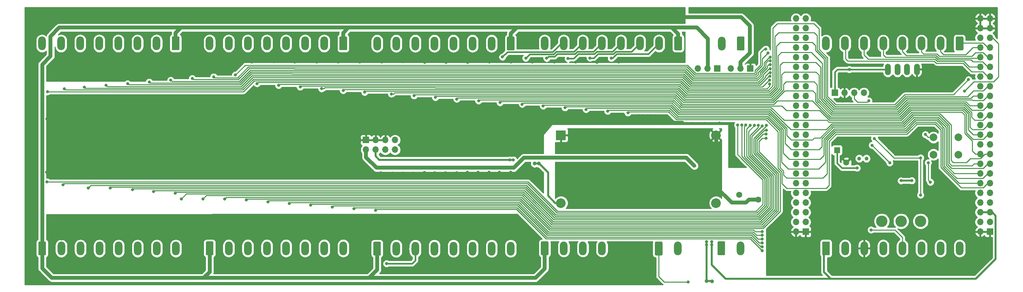
<source format=gbr>
%TF.GenerationSoftware,KiCad,Pcbnew,(5.1.6)-1*%
%TF.CreationDate,2021-11-09T09:23:04+01:00*%
%TF.ProjectId,boneIO_input board_v0.3,626f6e65-494f-45f6-996e-70757420626f,rev?*%
%TF.SameCoordinates,Original*%
%TF.FileFunction,Copper,L2,Bot*%
%TF.FilePolarity,Positive*%
%FSLAX46Y46*%
G04 Gerber Fmt 4.6, Leading zero omitted, Abs format (unit mm)*
G04 Created by KiCad (PCBNEW (5.1.6)-1) date 2021-11-09 09:23:04*
%MOMM*%
%LPD*%
G01*
G04 APERTURE LIST*
%TA.AperFunction,ComponentPad*%
%ADD10R,1.700000X1.700000*%
%TD*%
%TA.AperFunction,ComponentPad*%
%ADD11O,1.700000X1.700000*%
%TD*%
%TA.AperFunction,ComponentPad*%
%ADD12O,2.000000X3.600000*%
%TD*%
%TA.AperFunction,ComponentPad*%
%ADD13C,2.540000*%
%TD*%
%TA.AperFunction,ComponentPad*%
%ADD14R,2.540000X2.540000*%
%TD*%
%TA.AperFunction,ComponentPad*%
%ADD15C,1.000000*%
%TD*%
%TA.AperFunction,ComponentPad*%
%ADD16C,1.600000*%
%TD*%
%TA.AperFunction,ComponentPad*%
%ADD17R,1.600000X1.600000*%
%TD*%
%TA.AperFunction,ComponentPad*%
%ADD18C,3.000000*%
%TD*%
%TA.AperFunction,ComponentPad*%
%ADD19O,1.500000X3.000000*%
%TD*%
%TA.AperFunction,ComponentPad*%
%ADD20C,2.000000*%
%TD*%
%TA.AperFunction,ViaPad*%
%ADD21C,0.800000*%
%TD*%
%TA.AperFunction,ViaPad*%
%ADD22C,1.000000*%
%TD*%
%TA.AperFunction,Conductor*%
%ADD23C,0.250000*%
%TD*%
%TA.AperFunction,Conductor*%
%ADD24C,0.500000*%
%TD*%
%TA.AperFunction,Conductor*%
%ADD25C,1.000000*%
%TD*%
%TA.AperFunction,Conductor*%
%ADD26C,0.400000*%
%TD*%
%TA.AperFunction,Conductor*%
%ADD27C,0.254000*%
%TD*%
G04 APERTURE END LIST*
D10*
%TO.P,J15,1*%
%TO.N,GND*%
X273095000Y-105785000D03*
D11*
%TO.P,J15,2*%
X270555000Y-105785000D03*
%TO.P,J15,3*%
%TO.N,+3V3*%
X273095000Y-103245000D03*
%TO.P,J15,4*%
X270555000Y-103245000D03*
%TO.P,J15,5*%
%TO.N,+5V*%
X273095000Y-100705000D03*
%TO.P,J15,6*%
X270555000Y-100705000D03*
%TO.P,J15,7*%
%TO.N,Net-(J15-Pad7)*%
X273095000Y-98165000D03*
%TO.P,J15,8*%
%TO.N,Net-(J15-Pad8)*%
X270555000Y-98165000D03*
%TO.P,J15,9*%
%TO.N,Net-(J15-Pad9)*%
X273095000Y-95625000D03*
%TO.P,J15,10*%
%TO.N,Net-(J15-Pad10)*%
X270555000Y-95625000D03*
%TO.P,J15,11*%
%TO.N,P9.11*%
X273095000Y-93085000D03*
%TO.P,J15,12*%
%TO.N,P9.12*%
X270555000Y-93085000D03*
%TO.P,J15,13*%
%TO.N,P9.13*%
X273095000Y-90545000D03*
%TO.P,J15,14*%
%TO.N,P9.14*%
X270555000Y-90545000D03*
%TO.P,J15,15*%
%TO.N,P9.15*%
X273095000Y-88005000D03*
%TO.P,J15,16*%
%TO.N,P9.16*%
X270555000Y-88005000D03*
%TO.P,J15,17*%
%TO.N,P9.17*%
X273095000Y-85465000D03*
%TO.P,J15,18*%
%TO.N,P9.18*%
X270555000Y-85465000D03*
%TO.P,J15,19*%
%TO.N,SCL*%
X273095000Y-82925000D03*
%TO.P,J15,20*%
%TO.N,SDA*%
X270555000Y-82925000D03*
%TO.P,J15,21*%
%TO.N,P9.21*%
X273095000Y-80385000D03*
%TO.P,J15,22*%
%TO.N,P9.22*%
X270555000Y-80385000D03*
%TO.P,J15,23*%
%TO.N,P9.23*%
X273095000Y-77845000D03*
%TO.P,J15,24*%
%TO.N,TX*%
X270555000Y-77845000D03*
%TO.P,J15,25*%
%TO.N,P9.25*%
X273095000Y-75305000D03*
%TO.P,J15,26*%
%TO.N,RX*%
X270555000Y-75305000D03*
%TO.P,J15,27*%
%TO.N,P9.27*%
X273095000Y-72765000D03*
%TO.P,J15,28*%
%TO.N,P9.28*%
X270555000Y-72765000D03*
%TO.P,J15,29*%
%TO.N,P9.29*%
X273095000Y-70225000D03*
%TO.P,J15,30*%
%TO.N,P9.30*%
X270555000Y-70225000D03*
%TO.P,J15,31*%
%TO.N,P9.31*%
X273095000Y-67685000D03*
%TO.P,J15,32*%
%TO.N,VDD_ADC*%
X270555000Y-67685000D03*
%TO.P,J15,33*%
%TO.N,P9.33*%
X273095000Y-65145000D03*
%TO.P,J15,34*%
%TO.N,GND_ADC*%
X270555000Y-65145000D03*
%TO.P,J15,35*%
%TO.N,P9.35*%
X273095000Y-62605000D03*
%TO.P,J15,36*%
%TO.N,P9.36*%
X270555000Y-62605000D03*
%TO.P,J15,37*%
%TO.N,P9.37*%
X273095000Y-60065000D03*
%TO.P,J15,38*%
%TO.N,P9.38*%
X270555000Y-60065000D03*
%TO.P,J15,39*%
%TO.N,P9.39*%
X273095000Y-57525000D03*
%TO.P,J15,40*%
%TO.N,P9.40*%
X270555000Y-57525000D03*
%TO.P,J15,41*%
%TO.N,P9.41*%
X273095000Y-54985000D03*
%TO.P,J15,42*%
%TO.N,P9.42*%
X270555000Y-54985000D03*
%TO.P,J15,43*%
%TO.N,GND*%
X273095000Y-52445000D03*
%TO.P,J15,44*%
X270555000Y-52445000D03*
%TO.P,J15,45*%
X273095000Y-49905000D03*
%TO.P,J15,46*%
X270555000Y-49905000D03*
%TD*%
%TO.P,J16,46*%
%TO.N,P8.46*%
X222295000Y-49910000D03*
%TO.P,J16,45*%
%TO.N,P8.45*%
X224835000Y-49910000D03*
%TO.P,J16,44*%
%TO.N,P8.44*%
X222295000Y-52450000D03*
%TO.P,J16,43*%
%TO.N,P8.43*%
X224835000Y-52450000D03*
%TO.P,J16,42*%
%TO.N,P8.42*%
X222295000Y-54990000D03*
%TO.P,J16,41*%
%TO.N,P8.41*%
X224835000Y-54990000D03*
%TO.P,J16,40*%
%TO.N,P8.40*%
X222295000Y-57530000D03*
%TO.P,J16,39*%
%TO.N,P8.39*%
X224835000Y-57530000D03*
%TO.P,J16,38*%
%TO.N,P8.38*%
X222295000Y-60070000D03*
%TO.P,J16,37*%
%TO.N,P8.37*%
X224835000Y-60070000D03*
%TO.P,J16,36*%
%TO.N,P8.36*%
X222295000Y-62610000D03*
%TO.P,J16,35*%
%TO.N,P8.35*%
X224835000Y-62610000D03*
%TO.P,J16,34*%
%TO.N,P8.34*%
X222295000Y-65150000D03*
%TO.P,J16,33*%
%TO.N,P8.33*%
X224835000Y-65150000D03*
%TO.P,J16,32*%
%TO.N,P8.32*%
X222295000Y-67690000D03*
%TO.P,J16,31*%
%TO.N,P8.31*%
X224835000Y-67690000D03*
%TO.P,J16,30*%
%TO.N,P8.30*%
X222295000Y-70230000D03*
%TO.P,J16,29*%
%TO.N,P8.29*%
X224835000Y-70230000D03*
%TO.P,J16,28*%
%TO.N,P8.28*%
X222295000Y-72770000D03*
%TO.P,J16,27*%
%TO.N,P8.27*%
X224835000Y-72770000D03*
%TO.P,J16,26*%
%TO.N,P8.26*%
X222295000Y-75310000D03*
%TO.P,J16,25*%
%TO.N,P8.25*%
X224835000Y-75310000D03*
%TO.P,J16,24*%
%TO.N,P8.24*%
X222295000Y-77850000D03*
%TO.P,J16,23*%
%TO.N,P8.23*%
X224835000Y-77850000D03*
%TO.P,J16,22*%
%TO.N,P8.22*%
X222295000Y-80390000D03*
%TO.P,J16,21*%
%TO.N,P8.21*%
X224835000Y-80390000D03*
%TO.P,J16,20*%
%TO.N,P8.20*%
X222295000Y-82930000D03*
%TO.P,J16,19*%
%TO.N,P8.19*%
X224835000Y-82930000D03*
%TO.P,J16,18*%
%TO.N,P8.18*%
X222295000Y-85470000D03*
%TO.P,J16,17*%
%TO.N,P8.17*%
X224835000Y-85470000D03*
%TO.P,J16,16*%
%TO.N,P8.16*%
X222295000Y-88010000D03*
%TO.P,J16,15*%
%TO.N,P8.15*%
X224835000Y-88010000D03*
%TO.P,J16,14*%
%TO.N,P8.14*%
X222295000Y-90550000D03*
%TO.P,J16,13*%
%TO.N,P8.13*%
X224835000Y-90550000D03*
%TO.P,J16,12*%
%TO.N,P8.12*%
X222295000Y-93090000D03*
%TO.P,J16,11*%
%TO.N,P8.11*%
X224835000Y-93090000D03*
%TO.P,J16,10*%
%TO.N,P8.10*%
X222295000Y-95630000D03*
%TO.P,J16,9*%
%TO.N,P8.09*%
X224835000Y-95630000D03*
%TO.P,J16,8*%
%TO.N,P8.08*%
X222295000Y-98170000D03*
%TO.P,J16,7*%
%TO.N,P8.07*%
X224835000Y-98170000D03*
%TO.P,J16,6*%
%TO.N,P8.06*%
X222295000Y-100710000D03*
%TO.P,J16,5*%
%TO.N,P8.05*%
X224835000Y-100710000D03*
%TO.P,J16,4*%
%TO.N,P8.04*%
X222295000Y-103250000D03*
%TO.P,J16,3*%
%TO.N,P8.03*%
X224835000Y-103250000D03*
%TO.P,J16,2*%
%TO.N,GND*%
X222295000Y-105790000D03*
D10*
%TO.P,J16,1*%
X224835000Y-105790000D03*
%TD*%
D12*
%TO.P,VDD1,2*%
%TO.N,Earth*%
X207735000Y-110140000D03*
%TO.P,VDD1,1*%
%TO.N,VCC*%
%TA.AperFunction,ComponentPad*%
G36*
G01*
X201735000Y-111690000D02*
X201735000Y-108590000D01*
G75*
G02*
X201985000Y-108340000I250000J0D01*
G01*
X203485000Y-108340000D01*
G75*
G02*
X203735000Y-108590000I0J-250000D01*
G01*
X203735000Y-111690000D01*
G75*
G02*
X203485000Y-111940000I-250000J0D01*
G01*
X201985000Y-111940000D01*
G75*
G02*
X201735000Y-111690000I0J250000D01*
G01*
G37*
%TD.AperFunction*%
%TD*%
D13*
%TO.P,REF\u002A\u002A,3*%
%TO.N,+24V*%
X201355000Y-98275000D03*
%TO.P,REF\u002A\u002A,4*%
%TO.N,Earth*%
X201355000Y-80495000D03*
%TO.P,REF\u002A\u002A,2*%
%TO.N,+5V*%
X160715000Y-98275000D03*
D14*
%TO.P,REF\u002A\u002A,1*%
%TO.N,Earth*%
X160715000Y-80495000D03*
%TD*%
D15*
%TO.P,Y1,1*%
%TO.N,Net-(U36-Pad1)*%
X238850000Y-86625000D03*
%TO.P,Y1,2*%
%TO.N,Net-(U36-Pad2)*%
X240750000Y-86625000D03*
%TD*%
D16*
%TO.P,RV1,1*%
%TO.N,Net-(D1-Pad2)*%
X207395000Y-96105000D03*
%TO.P,RV1,2*%
%TO.N,Earth*%
X212395000Y-97405000D03*
%TD*%
D12*
%TO.P,J6,7*%
%TO.N,P8.11_OUT*%
X142575000Y-110225000D03*
%TO.P,J6,1*%
%TO.N,VDD*%
%TA.AperFunction,ComponentPad*%
G36*
G01*
X111575000Y-111775000D02*
X111575000Y-108675000D01*
G75*
G02*
X111825000Y-108425000I250000J0D01*
G01*
X113325000Y-108425000D01*
G75*
G02*
X113575000Y-108675000I0J-250000D01*
G01*
X113575000Y-111775000D01*
G75*
G02*
X113325000Y-112025000I-250000J0D01*
G01*
X111825000Y-112025000D01*
G75*
G02*
X111575000Y-111775000I0J250000D01*
G01*
G37*
%TD.AperFunction*%
%TO.P,J6,3*%
%TO.N,P8.15_OUT*%
X122575000Y-110225000D03*
%TO.P,J6,6*%
%TO.N,P8.12_OUT*%
X137575000Y-110225000D03*
%TO.P,J6,2*%
%TO.N,P8.16_OUT*%
X117575000Y-110225000D03*
%TO.P,J6,4*%
%TO.N,P8.14_OUT*%
X127575000Y-110225000D03*
%TO.P,J6,8*%
%TO.N,P8.10_OUT*%
X147575000Y-110225000D03*
%TO.P,J6,5*%
%TO.N,P8.13_OUT*%
X132575000Y-110225000D03*
%TD*%
%TO.P,J1,7*%
%TO.N,P8.45_OUT*%
X73700000Y-56425000D03*
%TO.P,J1,1*%
%TO.N,VDD*%
%TA.AperFunction,ComponentPad*%
G36*
G01*
X104700000Y-54875000D02*
X104700000Y-57975000D01*
G75*
G02*
X104450000Y-58225000I-250000J0D01*
G01*
X102950000Y-58225000D01*
G75*
G02*
X102700000Y-57975000I0J250000D01*
G01*
X102700000Y-54875000D01*
G75*
G02*
X102950000Y-54625000I250000J0D01*
G01*
X104450000Y-54625000D01*
G75*
G02*
X104700000Y-54875000I0J-250000D01*
G01*
G37*
%TD.AperFunction*%
%TO.P,J1,3*%
%TO.N,P9.30_OUT*%
X93700000Y-56425000D03*
%TO.P,J1,6*%
%TO.N,P8.46_OUT*%
X78700000Y-56425000D03*
%TO.P,J1,2*%
%TO.N,P9.29_OUT*%
X98700000Y-56425000D03*
%TO.P,J1,4*%
%TO.N,P9.31_OUT*%
X88700000Y-56425000D03*
%TO.P,J1,8*%
%TO.N,P8.44_OUT*%
X68700000Y-56425000D03*
%TO.P,J1,5*%
%TO.N,P9.42_OUT*%
X83700000Y-56425000D03*
%TD*%
D17*
%TO.P,BT1,1*%
%TO.N,Net-(BT1-Pad1)*%
X233045000Y-84415000D03*
D16*
%TO.P,BT1,2*%
%TO.N,GND*%
X235495000Y-87665000D03*
%TD*%
D11*
%TO.P,J12,3*%
%TO.N,+48V*%
X196580000Y-63040000D03*
%TO.P,J12,2*%
%TO.N,VDD*%
X199120000Y-63040000D03*
D10*
%TO.P,J12,1*%
%TO.N,+24V*%
X201660000Y-63040000D03*
%TD*%
D11*
%TO.P,J13,3*%
%TO.N,GND1*%
X205260000Y-63050000D03*
%TO.P,J13,2*%
%TO.N,GNDA*%
X207800000Y-63050000D03*
D10*
%TO.P,J13,1*%
%TO.N,GND*%
X210340000Y-63050000D03*
%TD*%
D12*
%TO.P,J14,2*%
%TO.N,+48V*%
X202825000Y-56460000D03*
%TO.P,J14,1*%
%TO.N,GND1*%
%TA.AperFunction,ComponentPad*%
G36*
G01*
X208825000Y-54910000D02*
X208825000Y-58010000D01*
G75*
G02*
X208575000Y-58260000I-250000J0D01*
G01*
X207075000Y-58260000D01*
G75*
G02*
X206825000Y-58010000I0J250000D01*
G01*
X206825000Y-54910000D01*
G75*
G02*
X207075000Y-54660000I250000J0D01*
G01*
X208575000Y-54660000D01*
G75*
G02*
X208825000Y-54910000I0J-250000D01*
G01*
G37*
%TD.AperFunction*%
%TD*%
%TO.P,ANVDD1,2*%
%TO.N,GND_ADC*%
X191325000Y-110200000D03*
%TO.P,ANVDD1,1*%
%TO.N,VDD_ADC*%
%TA.AperFunction,ComponentPad*%
G36*
G01*
X185325000Y-111750000D02*
X185325000Y-108650000D01*
G75*
G02*
X185575000Y-108400000I250000J0D01*
G01*
X187075000Y-108400000D01*
G75*
G02*
X187325000Y-108650000I0J-250000D01*
G01*
X187325000Y-111750000D01*
G75*
G02*
X187075000Y-112000000I-250000J0D01*
G01*
X185575000Y-112000000D01*
G75*
G02*
X185325000Y-111750000I0J250000D01*
G01*
G37*
%TD.AperFunction*%
%TD*%
D11*
%TO.P,J9,8*%
%TO.N,SCL*%
X117265000Y-84300000D03*
%TO.P,J9,7*%
%TO.N,SDA*%
X117265000Y-81760000D03*
%TO.P,J9,6*%
%TO.N,+3V3*%
X114725000Y-84300000D03*
%TO.P,J9,5*%
%TO.N,GND*%
X114725000Y-81760000D03*
%TO.P,J9,4*%
%TO.N,+5V*%
X112185000Y-84300000D03*
%TO.P,J9,3*%
%TO.N,GND*%
X112185000Y-81760000D03*
%TO.P,J9,2*%
%TO.N,+24V*%
X109645000Y-84300000D03*
D10*
%TO.P,J9,1*%
%TO.N,GND*%
X109645000Y-81760000D03*
%TD*%
D18*
%TO.P,U11,6*%
%TO.N,B-*%
X249825000Y-103040000D03*
D19*
%TO.P,U11,4*%
%TO.N,GND*%
X253965000Y-63250000D03*
%TO.P,U11,1*%
%TO.N,+3V3*%
X246365000Y-63250000D03*
%TO.P,U11,2*%
%TO.N,TX*%
X248875000Y-63250000D03*
D18*
%TO.P,U11,5*%
%TO.N,A+*%
X244755000Y-103040000D03*
D19*
%TO.P,U11,3*%
%TO.N,RX*%
X251395000Y-63250000D03*
D18*
%TO.P,U11,7*%
%TO.N,GNDD*%
X254945000Y-103040000D03*
%TD*%
D12*
%TO.P,J10,5*%
%TO.N,SCL_OUT*%
X250160000Y-110160000D03*
%TO.P,J10,8*%
%TO.N,GNDD*%
X265160000Y-110160000D03*
%TO.P,J10,4*%
%TO.N,SDA_OUT*%
X245160000Y-110160000D03*
%TO.P,J10,2*%
%TO.N,+3V3*%
X235160000Y-110160000D03*
%TO.P,J10,6*%
%TO.N,A+*%
X255160000Y-110160000D03*
%TO.P,J10,3*%
%TO.N,GND*%
X240160000Y-110160000D03*
%TO.P,J10,1*%
%TO.N,+5V*%
%TA.AperFunction,ComponentPad*%
G36*
G01*
X229160000Y-111710000D02*
X229160000Y-108610000D01*
G75*
G02*
X229410000Y-108360000I250000J0D01*
G01*
X230910000Y-108360000D01*
G75*
G02*
X231160000Y-108610000I0J-250000D01*
G01*
X231160000Y-111710000D01*
G75*
G02*
X230910000Y-111960000I-250000J0D01*
G01*
X229410000Y-111960000D01*
G75*
G02*
X229160000Y-111710000I0J250000D01*
G01*
G37*
%TD.AperFunction*%
%TO.P,J10,7*%
%TO.N,B-*%
X260160000Y-110160000D03*
%TD*%
%TO.P,J11,5*%
%TO.N,P9.35*%
X245150000Y-56440000D03*
%TO.P,J11,8*%
%TO.N,Net-(J11-Pad8)*%
X230150000Y-56440000D03*
%TO.P,J11,4*%
%TO.N,P9.38*%
X250150000Y-56440000D03*
%TO.P,J11,2*%
%TO.N,P9.40*%
X260150000Y-56440000D03*
%TO.P,J11,6*%
%TO.N,P9.36*%
X240150000Y-56440000D03*
%TO.P,J11,3*%
%TO.N,P9.37*%
X255150000Y-56440000D03*
%TO.P,J11,1*%
%TO.N,P9.39*%
%TA.AperFunction,ComponentPad*%
G36*
G01*
X266150000Y-54890000D02*
X266150000Y-57990000D01*
G75*
G02*
X265900000Y-58240000I-250000J0D01*
G01*
X264400000Y-58240000D01*
G75*
G02*
X264150000Y-57990000I0J250000D01*
G01*
X264150000Y-54890000D01*
G75*
G02*
X264400000Y-54640000I250000J0D01*
G01*
X265900000Y-54640000D01*
G75*
G02*
X266150000Y-54890000I0J-250000D01*
G01*
G37*
%TD.AperFunction*%
%TO.P,J11,7*%
%TO.N,P9.33*%
X235150000Y-56440000D03*
%TD*%
%TO.P,J3,5*%
%TO.N,P8.40_OUT*%
X39800000Y-56425000D03*
%TO.P,J3,8*%
%TO.N,P8.37_OUT*%
X24800000Y-56425000D03*
%TO.P,J3,4*%
%TO.N,P8.41_OUT*%
X44800000Y-56425000D03*
%TO.P,J3,2*%
%TO.N,P8.43_OUT*%
X54800000Y-56425000D03*
%TO.P,J3,6*%
%TO.N,P8.39_OUT*%
X34800000Y-56425000D03*
%TO.P,J3,3*%
%TO.N,P8.42_OUT*%
X49800000Y-56425000D03*
%TO.P,J3,1*%
%TO.N,VDD*%
%TA.AperFunction,ComponentPad*%
G36*
G01*
X60800000Y-54875000D02*
X60800000Y-57975000D01*
G75*
G02*
X60550000Y-58225000I-250000J0D01*
G01*
X59050000Y-58225000D01*
G75*
G02*
X58800000Y-57975000I0J250000D01*
G01*
X58800000Y-54875000D01*
G75*
G02*
X59050000Y-54625000I250000J0D01*
G01*
X60550000Y-54625000D01*
G75*
G02*
X60800000Y-54875000I0J-250000D01*
G01*
G37*
%TD.AperFunction*%
%TO.P,J3,7*%
%TO.N,P8.38_OUT*%
X29800000Y-56425000D03*
%TD*%
D20*
%TO.P,SW1,1*%
%TO.N,Net-(R38-Pad1)*%
X264810000Y-81080000D03*
%TO.P,SW1,2*%
%TO.N,P9.41*%
X264810000Y-85580000D03*
%TO.P,SW1,1*%
%TO.N,Net-(R38-Pad1)*%
X258310000Y-81080000D03*
%TO.P,SW1,2*%
%TO.N,P9.41*%
X258310000Y-85580000D03*
%TD*%
D12*
%TO.P,J7,5*%
%TO.N,P9.14_OUT*%
X171445000Y-56430000D03*
%TO.P,J7,8*%
%TO.N,P9.17_OUT*%
X156445000Y-56430000D03*
%TO.P,J7,4*%
%TO.N,P9.13_OUT*%
X176445000Y-56430000D03*
%TO.P,J7,2*%
%TO.N,P9.11_OUT*%
X186445000Y-56430000D03*
%TO.P,J7,6*%
%TO.N,P9.15_OUT*%
X166445000Y-56430000D03*
%TO.P,J7,3*%
%TO.N,P9.12_OUT*%
X181445000Y-56430000D03*
%TO.P,J7,1*%
%TO.N,VDD*%
%TA.AperFunction,ComponentPad*%
G36*
G01*
X192445000Y-54880000D02*
X192445000Y-57980000D01*
G75*
G02*
X192195000Y-58230000I-250000J0D01*
G01*
X190695000Y-58230000D01*
G75*
G02*
X190445000Y-57980000I0J250000D01*
G01*
X190445000Y-54880000D01*
G75*
G02*
X190695000Y-54630000I250000J0D01*
G01*
X192195000Y-54630000D01*
G75*
G02*
X192445000Y-54880000I0J-250000D01*
G01*
G37*
%TD.AperFunction*%
%TO.P,J7,7*%
%TO.N,P9.16_OUT*%
X161445000Y-56430000D03*
%TD*%
%TO.P,J4,5*%
%TO.N,P8.26_OUT*%
X88715000Y-110150000D03*
%TO.P,J4,8*%
%TO.N,P8.17_OUT*%
X103715000Y-110150000D03*
%TO.P,J4,4*%
%TO.N,P8.27_OUT*%
X83715000Y-110150000D03*
%TO.P,J4,2*%
%TO.N,P8.29_OUT*%
X73715000Y-110150000D03*
%TO.P,J4,6*%
%TO.N,P8.19_OUT*%
X93715000Y-110150000D03*
%TO.P,J4,3*%
%TO.N,P8.28_OUT*%
X78715000Y-110150000D03*
%TO.P,J4,1*%
%TO.N,VDD*%
%TA.AperFunction,ComponentPad*%
G36*
G01*
X67715000Y-111700000D02*
X67715000Y-108600000D01*
G75*
G02*
X67965000Y-108350000I250000J0D01*
G01*
X69465000Y-108350000D01*
G75*
G02*
X69715000Y-108600000I0J-250000D01*
G01*
X69715000Y-111700000D01*
G75*
G02*
X69465000Y-111950000I-250000J0D01*
G01*
X67965000Y-111950000D01*
G75*
G02*
X67715000Y-111700000I0J250000D01*
G01*
G37*
%TD.AperFunction*%
%TO.P,J4,7*%
%TO.N,P8.18_OUT*%
X98715000Y-110150000D03*
%TD*%
%TO.P,J2,5*%
%TO.N,P8.33_OUT*%
X44855000Y-110175000D03*
%TO.P,J2,8*%
%TO.N,P8.30_OUT*%
X59855000Y-110175000D03*
%TO.P,J2,4*%
%TO.N,P8.34_OUT*%
X39855000Y-110175000D03*
%TO.P,J2,2*%
%TO.N,P8.36_OUT*%
X29855000Y-110175000D03*
%TO.P,J2,6*%
%TO.N,P8.32_OUT*%
X49855000Y-110175000D03*
%TO.P,J2,3*%
%TO.N,P8.35_OUT*%
X34855000Y-110175000D03*
%TO.P,J2,1*%
%TO.N,VDD*%
%TA.AperFunction,ComponentPad*%
G36*
G01*
X23855000Y-111725000D02*
X23855000Y-108625000D01*
G75*
G02*
X24105000Y-108375000I250000J0D01*
G01*
X25605000Y-108375000D01*
G75*
G02*
X25855000Y-108625000I0J-250000D01*
G01*
X25855000Y-111725000D01*
G75*
G02*
X25605000Y-111975000I-250000J0D01*
G01*
X24105000Y-111975000D01*
G75*
G02*
X23855000Y-111725000I0J250000D01*
G01*
G37*
%TD.AperFunction*%
%TO.P,J2,7*%
%TO.N,P8.31_OUT*%
X54855000Y-110175000D03*
%TD*%
%TO.P,J5,5*%
%TO.N,P9.23_OUT*%
X127575000Y-56470000D03*
%TO.P,J5,8*%
%TO.N,P9.28_OUT*%
X112575000Y-56470000D03*
%TO.P,J5,4*%
%TO.N,P9.22_OUT*%
X132575000Y-56470000D03*
%TO.P,J5,2*%
%TO.N,P9.18_OUT*%
X142575000Y-56470000D03*
%TO.P,J5,6*%
%TO.N,P9.25_OUT*%
X122575000Y-56470000D03*
%TO.P,J5,3*%
%TO.N,P9.21_OUT*%
X137575000Y-56470000D03*
%TO.P,J5,1*%
%TO.N,VDD*%
%TA.AperFunction,ComponentPad*%
G36*
G01*
X148575000Y-54920000D02*
X148575000Y-58020000D01*
G75*
G02*
X148325000Y-58270000I-250000J0D01*
G01*
X146825000Y-58270000D01*
G75*
G02*
X146575000Y-58020000I0J250000D01*
G01*
X146575000Y-54920000D01*
G75*
G02*
X146825000Y-54670000I250000J0D01*
G01*
X148325000Y-54670000D01*
G75*
G02*
X148575000Y-54920000I0J-250000D01*
G01*
G37*
%TD.AperFunction*%
%TO.P,J5,7*%
%TO.N,P9.27_OUT*%
X117575000Y-56470000D03*
%TD*%
D11*
%TO.P,I2C1,4*%
%TO.N,SDA*%
X240080000Y-69370000D03*
%TO.P,I2C1,3*%
%TO.N,SCL*%
X237540000Y-69370000D03*
%TO.P,I2C1,2*%
%TO.N,GND*%
X235000000Y-69370000D03*
D10*
%TO.P,I2C1,1*%
%TO.N,+3V3*%
X232460000Y-69370000D03*
%TD*%
D12*
%TO.P,J8,4*%
%TO.N,P8.07_OUT*%
X171475000Y-110140000D03*
%TO.P,J8,3*%
%TO.N,P8.08_OUT*%
X166475000Y-110140000D03*
%TO.P,J8,2*%
%TO.N,P8.09_OUT*%
X161475000Y-110140000D03*
%TO.P,J8,1*%
%TO.N,VDD*%
%TA.AperFunction,ComponentPad*%
G36*
G01*
X155475000Y-111690000D02*
X155475000Y-108590000D01*
G75*
G02*
X155725000Y-108340000I250000J0D01*
G01*
X157225000Y-108340000D01*
G75*
G02*
X157475000Y-108590000I0J-250000D01*
G01*
X157475000Y-111690000D01*
G75*
G02*
X157225000Y-111940000I-250000J0D01*
G01*
X155725000Y-111940000D01*
G75*
G02*
X155475000Y-111690000I0J250000D01*
G01*
G37*
%TD.AperFunction*%
%TD*%
D21*
%TO.N,GND*%
X212520000Y-49500000D03*
X211520000Y-48500000D03*
X212520000Y-48500000D03*
X213520000Y-48500000D03*
X214520000Y-48500000D03*
X215520000Y-48500000D03*
X211520000Y-49500000D03*
X213520000Y-49500000D03*
X214520000Y-49500000D03*
X215520000Y-49500000D03*
X211520000Y-50500000D03*
X214520000Y-50500000D03*
X215520000Y-50500000D03*
X213520000Y-50500000D03*
X212520000Y-50500000D03*
%TO.N,VDD_ADC*%
X194070000Y-118960000D03*
%TO.N,GND*%
X233430000Y-50250000D03*
X234430000Y-50250000D03*
X235430000Y-50250000D03*
X236430000Y-50250000D03*
X237430000Y-50250000D03*
X233430000Y-51250000D03*
X234430000Y-51250000D03*
X235430000Y-51250000D03*
X236430000Y-51250000D03*
X237430000Y-51250000D03*
X233430000Y-52250000D03*
X234430000Y-52250000D03*
X235430000Y-52250000D03*
X236430000Y-52250000D03*
X237430000Y-52250000D03*
X236410000Y-102090000D03*
X237410000Y-102090000D03*
X238410000Y-102090000D03*
X239410000Y-102090000D03*
X240410000Y-102090000D03*
X236410000Y-103090000D03*
X237410000Y-103090000D03*
X238410000Y-103090000D03*
X239410000Y-103090000D03*
X240410000Y-103090000D03*
X236410000Y-104090000D03*
X237410000Y-104090000D03*
X238410000Y-104090000D03*
X239410000Y-104090000D03*
X240410000Y-104090000D03*
X245010000Y-50210000D03*
X246010000Y-50210000D03*
X247010000Y-50210000D03*
X248010000Y-50210000D03*
X249010000Y-50210000D03*
X245010000Y-51210000D03*
X246010000Y-51210000D03*
X247010000Y-51210000D03*
X248010000Y-51210000D03*
X249010000Y-51210000D03*
X245010000Y-52210000D03*
X246010000Y-52210000D03*
X247010000Y-52210000D03*
X248010000Y-52210000D03*
X249010000Y-52210000D03*
X260570000Y-50250000D03*
X261570000Y-50250000D03*
X262570000Y-50250000D03*
X263570000Y-50250000D03*
X264570000Y-50250000D03*
X260570000Y-51250000D03*
X261570000Y-51250000D03*
X262570000Y-51250000D03*
X263570000Y-51250000D03*
X264570000Y-51250000D03*
X260570000Y-52250000D03*
X261570000Y-52250000D03*
X262570000Y-52250000D03*
X263570000Y-52250000D03*
X264570000Y-52250000D03*
X125390000Y-82760000D03*
X124390000Y-81760000D03*
X125390000Y-81760000D03*
X126390000Y-81760000D03*
X127390000Y-81760000D03*
X128390000Y-81760000D03*
X124390000Y-82760000D03*
X126390000Y-82760000D03*
X127390000Y-82760000D03*
X128390000Y-82760000D03*
X124390000Y-83760000D03*
X127390000Y-83760000D03*
X128390000Y-83760000D03*
X126390000Y-83760000D03*
X125390000Y-83760000D03*
X135770000Y-82700000D03*
X134770000Y-81700000D03*
X135770000Y-81700000D03*
X136770000Y-81700000D03*
X137770000Y-81700000D03*
X138770000Y-81700000D03*
X134770000Y-82700000D03*
X136770000Y-82700000D03*
X137770000Y-82700000D03*
X138770000Y-82700000D03*
X134770000Y-83700000D03*
X137770000Y-83700000D03*
X138770000Y-83700000D03*
X136770000Y-83700000D03*
X135770000Y-83700000D03*
X146490000Y-82760000D03*
X145490000Y-81760000D03*
X146490000Y-81760000D03*
X147490000Y-81760000D03*
X148490000Y-81760000D03*
X149490000Y-81760000D03*
X145490000Y-82760000D03*
X147490000Y-82760000D03*
X148490000Y-82760000D03*
X149490000Y-82760000D03*
X145490000Y-83760000D03*
X148490000Y-83760000D03*
X149490000Y-83760000D03*
X147490000Y-83760000D03*
X146490000Y-83760000D03*
X99810000Y-83100000D03*
X98810000Y-82100000D03*
X99810000Y-82100000D03*
X100810000Y-82100000D03*
X101810000Y-82100000D03*
X102810000Y-82100000D03*
X98810000Y-83100000D03*
X100810000Y-83100000D03*
X101810000Y-83100000D03*
X102810000Y-83100000D03*
X98810000Y-84100000D03*
X101810000Y-84100000D03*
X102810000Y-84100000D03*
X100810000Y-84100000D03*
X99810000Y-84100000D03*
X88360000Y-82960000D03*
X87360000Y-81960000D03*
X88360000Y-81960000D03*
X89360000Y-81960000D03*
X90360000Y-81960000D03*
X91360000Y-81960000D03*
X87360000Y-82960000D03*
X89360000Y-82960000D03*
X90360000Y-82960000D03*
X91360000Y-82960000D03*
X87360000Y-83960000D03*
X90360000Y-83960000D03*
X91360000Y-83960000D03*
X89360000Y-83960000D03*
X88360000Y-83960000D03*
X77310000Y-83030000D03*
X76310000Y-82030000D03*
X77310000Y-82030000D03*
X78310000Y-82030000D03*
X79310000Y-82030000D03*
X80310000Y-82030000D03*
X76310000Y-83030000D03*
X78310000Y-83030000D03*
X79310000Y-83030000D03*
X80310000Y-83030000D03*
X76310000Y-84030000D03*
X79310000Y-84030000D03*
X80310000Y-84030000D03*
X78310000Y-84030000D03*
X77310000Y-84030000D03*
X66120000Y-83030000D03*
X65120000Y-82030000D03*
X66120000Y-82030000D03*
X67120000Y-82030000D03*
X68120000Y-82030000D03*
X69120000Y-82030000D03*
X65120000Y-83030000D03*
X67120000Y-83030000D03*
X68120000Y-83030000D03*
X69120000Y-83030000D03*
X65120000Y-84030000D03*
X68120000Y-84030000D03*
X69120000Y-84030000D03*
X67120000Y-84030000D03*
X66120000Y-84030000D03*
X30230000Y-83160000D03*
X29230000Y-82160000D03*
X30230000Y-82160000D03*
X31230000Y-82160000D03*
X32230000Y-82160000D03*
X33230000Y-82160000D03*
X29230000Y-83160000D03*
X31230000Y-83160000D03*
X32230000Y-83160000D03*
X33230000Y-83160000D03*
X29230000Y-84160000D03*
X32230000Y-84160000D03*
X33230000Y-84160000D03*
X31230000Y-84160000D03*
X30230000Y-84160000D03*
X261520000Y-67860000D03*
X264190000Y-67870000D03*
X153200000Y-90190000D03*
X150330000Y-90140000D03*
X26040000Y-76190000D03*
X31640000Y-76160000D03*
X37270000Y-76190000D03*
X42940000Y-76200000D03*
X48580000Y-76220000D03*
X54220000Y-76180000D03*
X59860000Y-76150000D03*
X65550000Y-76150000D03*
X71190000Y-76090000D03*
X76830000Y-76070000D03*
X82460000Y-76110000D03*
X88150000Y-76140000D03*
X93750000Y-76170000D03*
X99580000Y-76180000D03*
X105130000Y-76010000D03*
X110700000Y-76040000D03*
X116370000Y-76140000D03*
X121960000Y-76120000D03*
X127650000Y-76080000D03*
X133220000Y-76110000D03*
X138980000Y-76130000D03*
X144610000Y-76130000D03*
X150220000Y-76120000D03*
X155980000Y-76140000D03*
X161650000Y-76170000D03*
X167240000Y-76210000D03*
X172890000Y-76220000D03*
X248825000Y-81850000D03*
X252510000Y-68200000D03*
X255000000Y-68180000D03*
X250390000Y-68190000D03*
X247920000Y-68180000D03*
X245460000Y-68230000D03*
X253470000Y-94050000D03*
X260130000Y-98100000D03*
X262490000Y-98090000D03*
X236750000Y-71550000D03*
X234500000Y-71525000D03*
X23225000Y-90400000D03*
X25975000Y-90150000D03*
X28950000Y-90175000D03*
X31625000Y-90000000D03*
X34575000Y-89950000D03*
X37400000Y-90000000D03*
X40125000Y-89950000D03*
X42925000Y-90000000D03*
X45850000Y-89950000D03*
X48550000Y-90275000D03*
X51375000Y-90200000D03*
X54250000Y-90100000D03*
X57075000Y-90225000D03*
X59850000Y-90025000D03*
X62800000Y-90075000D03*
X65625000Y-90000000D03*
X68300000Y-90150000D03*
X71125000Y-90200000D03*
X74025000Y-90075000D03*
X76800000Y-90200000D03*
X79675000Y-90150000D03*
X82500000Y-90175000D03*
X85325000Y-90150000D03*
X88200000Y-90225000D03*
X91025000Y-90200000D03*
X93875000Y-90150000D03*
X96650000Y-90200000D03*
X99475000Y-90200000D03*
X102200000Y-90175000D03*
X105075000Y-90175000D03*
X107925000Y-90150000D03*
X110825000Y-90275000D03*
X113575000Y-90375000D03*
X116575000Y-90450000D03*
X119350000Y-90450000D03*
X122100000Y-90425000D03*
X124975000Y-90300000D03*
X127700000Y-90350000D03*
X130500000Y-90325000D03*
X133400000Y-90325000D03*
X136200000Y-90200000D03*
X139000000Y-90200000D03*
X141875000Y-90225000D03*
X144625000Y-90175000D03*
X147600000Y-90225000D03*
X23200000Y-76250000D03*
X28825000Y-76225000D03*
X34525000Y-76200000D03*
X40125000Y-76225000D03*
X45750000Y-76175000D03*
X51450000Y-76150000D03*
X57075000Y-76125000D03*
X62700000Y-76200000D03*
X68375000Y-76150000D03*
X74025000Y-76100000D03*
X79650000Y-76100000D03*
X85350000Y-76100000D03*
X91025000Y-76125000D03*
X96675000Y-76150000D03*
X102375000Y-76125000D03*
X107900000Y-76050000D03*
X113550000Y-76100000D03*
X119325000Y-76100000D03*
X124875000Y-76125000D03*
X130450000Y-76150000D03*
X136125000Y-76100000D03*
X141875000Y-76100000D03*
X147450000Y-76150000D03*
X153150000Y-76125000D03*
X158825000Y-76075000D03*
X164425000Y-76125000D03*
X170000000Y-76125000D03*
X175700000Y-76150000D03*
X156200000Y-79300000D03*
X188225000Y-76050000D03*
X192550000Y-77250000D03*
X154420000Y-93340000D03*
X195110000Y-77410000D03*
X198400000Y-77380000D03*
X202250000Y-77360000D03*
X181240000Y-75410000D03*
X182240000Y-75410000D03*
X183240000Y-75410000D03*
X184240000Y-75410000D03*
X185240000Y-75410000D03*
X181240000Y-76410000D03*
X182240000Y-76410000D03*
X183240000Y-76410000D03*
X184240000Y-76410000D03*
X185240000Y-76410000D03*
%TO.N,Net-(BT1-Pad1)*%
X238300000Y-89100000D03*
D22*
%TO.N,+3V3*%
X200350000Y-118790000D03*
D21*
X236275000Y-63250000D03*
X252620000Y-92410000D03*
X249810000Y-92430000D03*
X198850000Y-108350148D03*
X198840000Y-109220000D03*
D22*
X198860000Y-118700000D03*
D21*
%TO.N,+24V*%
X195670000Y-88510000D03*
%TO.N,Earth*%
X183350000Y-90530000D03*
X194820000Y-79540000D03*
X195820000Y-79540000D03*
X196820000Y-79540000D03*
X197820000Y-79540000D03*
X198820000Y-79540000D03*
X194820000Y-80540000D03*
X195820000Y-80540000D03*
X196820000Y-80540000D03*
X197820000Y-80540000D03*
X198820000Y-80540000D03*
X195820000Y-81540000D03*
X196820000Y-81540000D03*
X197820000Y-81540000D03*
X198820000Y-81540000D03*
X184350000Y-90530000D03*
X185350000Y-90530000D03*
X186350000Y-90530000D03*
X187350000Y-90530000D03*
X188350000Y-90530000D03*
X189350000Y-90530000D03*
X190350000Y-90530000D03*
X191350000Y-90530000D03*
X192350000Y-90530000D03*
X183350000Y-91530000D03*
X184350000Y-91530000D03*
X185350000Y-91530000D03*
X186350000Y-91530000D03*
X187350000Y-91530000D03*
X188350000Y-91530000D03*
X189350000Y-91530000D03*
X190350000Y-91530000D03*
X191350000Y-91530000D03*
X192350000Y-91530000D03*
X183350000Y-92530000D03*
X184350000Y-92530000D03*
X185350000Y-92530000D03*
X186350000Y-92530000D03*
X187350000Y-92530000D03*
X188350000Y-92530000D03*
X189350000Y-92530000D03*
X190350000Y-92530000D03*
X191350000Y-92530000D03*
X192350000Y-92530000D03*
X183350000Y-93530000D03*
X184350000Y-93530000D03*
X185350000Y-93530000D03*
X186350000Y-93530000D03*
X187350000Y-93530000D03*
X188350000Y-93530000D03*
X189350000Y-93530000D03*
X190350000Y-93530000D03*
X191350000Y-93530000D03*
X192350000Y-93530000D03*
X183350000Y-94530000D03*
X184350000Y-94530000D03*
X185350000Y-94530000D03*
X186350000Y-94530000D03*
X187350000Y-94530000D03*
X188350000Y-94530000D03*
X189350000Y-94530000D03*
X190350000Y-94530000D03*
X191350000Y-94530000D03*
X192350000Y-94530000D03*
X183350000Y-95530000D03*
X184350000Y-95530000D03*
X185350000Y-95530000D03*
X186350000Y-95530000D03*
X187350000Y-95530000D03*
X188350000Y-95530000D03*
X189350000Y-95530000D03*
X190350000Y-95530000D03*
X191350000Y-95530000D03*
X192350000Y-95530000D03*
X183350000Y-96530000D03*
X184350000Y-96530000D03*
X185350000Y-96530000D03*
X186350000Y-96530000D03*
X187350000Y-96530000D03*
X188350000Y-96530000D03*
X189350000Y-96530000D03*
X190350000Y-96530000D03*
X191350000Y-96530000D03*
X192350000Y-96530000D03*
X183350000Y-97530000D03*
X184350000Y-97530000D03*
X185350000Y-97530000D03*
X186350000Y-97530000D03*
X187350000Y-97530000D03*
X188350000Y-97530000D03*
X189350000Y-97530000D03*
X190350000Y-97530000D03*
X191350000Y-97530000D03*
X192350000Y-97530000D03*
X183350000Y-98530000D03*
X184350000Y-98530000D03*
X185350000Y-98530000D03*
X186350000Y-98530000D03*
X187350000Y-98530000D03*
X188350000Y-98530000D03*
X189350000Y-98530000D03*
X190350000Y-98530000D03*
X191350000Y-98530000D03*
X192350000Y-98530000D03*
X166830000Y-79740000D03*
X166800000Y-80940000D03*
X166780000Y-82120000D03*
X165580000Y-79700000D03*
X165550000Y-80910000D03*
X165510000Y-82160000D03*
X164400000Y-79690000D03*
X164350000Y-80920000D03*
X164310000Y-82090000D03*
X163240000Y-79630000D03*
X163210000Y-80890000D03*
X163170000Y-82060000D03*
X180520000Y-96780000D03*
X177600000Y-99020000D03*
X180870000Y-99130000D03*
X169930000Y-99320000D03*
X168070000Y-99250000D03*
%TO.N,P8.45*%
X69775000Y-65199930D03*
X214970000Y-58950000D03*
%TO.N,P8.44*%
X64150000Y-65649940D03*
X215550000Y-60020000D03*
%TO.N,P8.43*%
X58500000Y-66099950D03*
X215550000Y-61020000D03*
%TO.N,P8.42*%
X52875000Y-66549960D03*
X215540000Y-62020000D03*
%TO.N,P8.41*%
X47200000Y-66999970D03*
X215546375Y-63075028D03*
%TO.N,P8.40*%
X41550000Y-67449980D03*
X215523880Y-64074777D03*
%TO.N,P8.39*%
X35875000Y-67899990D03*
X215437312Y-65071025D03*
%TO.N,P8.38*%
X30675000Y-68350000D03*
X215423307Y-66070929D03*
%TO.N,+5V*%
X147320000Y-86950000D03*
D22*
X154910000Y-87940000D03*
X153860000Y-87920000D03*
D21*
X148280000Y-86950000D03*
X200210000Y-108360000D03*
X200220000Y-109250000D03*
%TO.N,P8.37*%
X26225000Y-69075000D03*
X215396804Y-67070580D03*
%TO.N,P8.36*%
X26100000Y-92725000D03*
X207000000Y-77825000D03*
%TO.N,P8.35*%
X208100000Y-77825000D03*
X30325000Y-93450000D03*
%TO.N,P8.34*%
X36875000Y-94350000D03*
X209099411Y-77859383D03*
%TO.N,P8.33*%
X42675000Y-94350020D03*
X210347056Y-77926696D03*
%TO.N,P8.32*%
X48550000Y-94800030D03*
X211450000Y-77925000D03*
%TO.N,P8.31*%
X54025000Y-95250040D03*
X212450003Y-77925000D03*
%TO.N,P8.30*%
X59700000Y-95700050D03*
X213450000Y-78050000D03*
%TO.N,P9.41*%
X266430000Y-68970000D03*
%TO.N,P8.29*%
X214525000Y-77875000D03*
X61275000Y-97175000D03*
%TO.N,P8.28*%
X66975000Y-97175000D03*
X214500000Y-79200000D03*
%TO.N,P8.27*%
X72650000Y-97200000D03*
X214450000Y-80210000D03*
%TO.N,P8.26*%
X78300000Y-97500090D03*
X214440000Y-81270000D03*
%TO.N,P9.15*%
X156075000Y-72825090D03*
%TO.N,P9.16*%
X150575000Y-72375080D03*
%TO.N,P8.18*%
X89550000Y-98400110D03*
X213451566Y-106740188D03*
%TO.N,P8.17*%
X95200000Y-98850120D03*
X213441109Y-107740135D03*
%TO.N,P9.28*%
X103675000Y-68750050D03*
%TO.N,P9.27*%
X109325000Y-69225010D03*
%TO.N,P9.11*%
X178275000Y-74625130D03*
%TO.N,P9.12*%
X172950000Y-74175120D03*
%TO.N,P9.13*%
X167300000Y-73725110D03*
%TO.N,P9.14*%
X161775000Y-73275100D03*
%TO.N,P9.29*%
X98025000Y-68300040D03*
%TO.N,P9.18*%
X139150000Y-71475060D03*
%TO.N,P9.21*%
X133450000Y-71025050D03*
%TO.N,P9.22*%
X127850000Y-70575040D03*
%TO.N,P9.23*%
X122250000Y-70125030D03*
%TO.N,P9.17*%
X144775000Y-71925070D03*
%TO.N,P8.46*%
X75450000Y-64725000D03*
X214400000Y-57910000D03*
%TO.N,P9.42*%
X267500000Y-65925000D03*
X81125000Y-66950010D03*
%TO.N,P9.31*%
X86775000Y-67400020D03*
%TO.N,P9.30*%
X92425000Y-67850030D03*
%TO.N,SCL_OUT*%
X241950000Y-105310000D03*
%TO.N,SCL*%
X241340000Y-71470000D03*
X256920000Y-87710000D03*
X257500000Y-92800000D03*
X246850000Y-87725000D03*
X242250000Y-83125000D03*
%TO.N,SDA*%
X254950000Y-86430000D03*
X254920000Y-96170000D03*
X242850000Y-81350000D03*
%TO.N,P9.16_OUT*%
X145400000Y-60000000D03*
%TO.N,P9.12_OUT*%
X168340000Y-60270000D03*
%TO.N,P9.15_OUT*%
X151520000Y-60300000D03*
%TO.N,P9.11_OUT*%
X173900000Y-60310000D03*
%TO.N,P9.13_OUT*%
X162590000Y-60420000D03*
%TO.N,P9.14_OUT*%
X157000000Y-60330000D03*
%TO.N,P8.15_OUT*%
X115075000Y-114150000D03*
%TO.N,GNDA*%
X64170000Y-108250000D03*
X64190000Y-110610000D03*
X152970000Y-105220000D03*
D22*
X190740000Y-49580000D03*
X192020000Y-49570000D03*
D21*
X119410000Y-61270000D03*
X113780000Y-61330000D03*
X108030000Y-61350000D03*
X102380000Y-61330000D03*
X96780000Y-61290000D03*
X91030000Y-61300000D03*
X85490000Y-61200000D03*
X79750000Y-61280000D03*
X74130000Y-61310000D03*
X68500000Y-61300000D03*
X62850000Y-61380000D03*
X57210000Y-61370000D03*
X51530000Y-61380000D03*
X45930000Y-61380000D03*
X40260000Y-61360000D03*
X34620000Y-61330000D03*
X28920000Y-61360000D03*
X23240000Y-61360000D03*
X125010000Y-61390000D03*
X130610000Y-61440000D03*
X136280000Y-61420000D03*
X141970000Y-61320000D03*
X147680000Y-61340000D03*
X153270000Y-61290000D03*
X158980000Y-61340000D03*
X164610000Y-61340000D03*
X170200000Y-61370000D03*
X175850000Y-61350000D03*
X23020000Y-105370000D03*
X28700000Y-105400000D03*
X34330000Y-105360000D03*
X40050000Y-105360000D03*
X45640000Y-105360000D03*
X51330000Y-105310000D03*
X56960000Y-105290000D03*
X62640000Y-105330000D03*
X68260000Y-105310000D03*
X73970000Y-105310000D03*
X79620000Y-105280000D03*
X85180000Y-105380000D03*
X90880000Y-105240000D03*
X96550000Y-105200000D03*
X102060000Y-105380000D03*
X107840000Y-105360000D03*
X113500000Y-105300000D03*
X119090000Y-105370000D03*
X124740000Y-105340000D03*
X130400000Y-105370000D03*
X135990000Y-105370000D03*
X141820000Y-105350000D03*
X147340000Y-105330000D03*
X133975000Y-60025000D03*
X128150000Y-60175000D03*
X33225000Y-107975000D03*
X29875000Y-107700000D03*
X32875000Y-112775000D03*
X28225000Y-112775000D03*
%TO.N,P9.25*%
X116325000Y-69675020D03*
%TO.N,P8.14*%
X112150000Y-100200150D03*
X213410000Y-110740000D03*
%TO.N,P8.15*%
X106500000Y-99750140D03*
X213440000Y-109740000D03*
%TO.N,P8.16*%
X100875000Y-99300130D03*
X213428765Y-108740061D03*
%TO.N,P8.19*%
X83950000Y-97950100D03*
X213449680Y-105740188D03*
%TO.N,Net-(R38-Pad1)*%
X256185000Y-80325000D03*
%TD*%
D23*
%TO.N,VDD_ADC*%
X194070000Y-118960000D02*
X187780000Y-118960000D01*
X186325000Y-117505000D02*
X186325000Y-110200000D01*
X187780000Y-118960000D02*
X186325000Y-117505000D01*
D24*
%TO.N,GND*%
X245450000Y-68240000D02*
X245460000Y-68230000D01*
D25*
X189425266Y-77250266D02*
X192550000Y-77250266D01*
X188225000Y-76050000D02*
X189425266Y-77250266D01*
D26*
%TO.N,Net-(BT1-Pad1)*%
X238300000Y-89100000D02*
X234350000Y-89100000D01*
X233045000Y-87795000D02*
X233045000Y-84415000D01*
X234350000Y-89100000D02*
X233045000Y-87795000D01*
%TO.N,+3V3*%
X246365000Y-63250000D02*
X236275000Y-63250000D01*
D24*
X249830000Y-92410000D02*
X249810000Y-92430000D01*
X252620000Y-92410000D02*
X249830000Y-92410000D01*
X198850000Y-108350148D02*
X198850000Y-115650000D01*
X198860000Y-115660000D02*
X198850000Y-115650000D01*
X198860000Y-118700000D02*
X198860000Y-115660000D01*
X198860000Y-118700000D02*
X200190000Y-118700000D01*
X200190000Y-118700000D02*
X200390000Y-118900000D01*
D26*
X232460000Y-69370000D02*
X232460000Y-63920000D01*
X232460000Y-63920000D02*
X233130000Y-63250000D01*
X234140000Y-63250000D02*
X233800000Y-63250000D01*
X233130000Y-63250000D02*
X234140000Y-63250000D01*
X236275000Y-63250000D02*
X234140000Y-63250000D01*
D25*
%TO.N,+24V*%
X193580000Y-86420000D02*
X195670000Y-88510000D01*
X109645000Y-84300000D02*
X109645000Y-86275000D01*
X148410001Y-89039999D02*
X151030000Y-86420000D01*
X109645000Y-86275000D02*
X112409999Y-89039999D01*
X112409999Y-89039999D02*
X148410001Y-89039999D01*
X151030000Y-86420000D02*
X193580000Y-86420000D01*
%TO.N,Earth*%
X212395000Y-97405000D02*
X209995000Y-97405000D01*
X209995000Y-97405000D02*
X209220000Y-98180000D01*
X209220000Y-98180000D02*
X205460000Y-98180000D01*
X205460000Y-98180000D02*
X201420000Y-94140000D01*
X201420000Y-80560000D02*
X201355000Y-80495000D01*
X201420000Y-94140000D02*
X201420000Y-80560000D01*
D23*
%TO.N,P8.45*%
X213471346Y-60448654D02*
X213471346Y-60768654D01*
X213471346Y-60542969D02*
X213471346Y-60768654D01*
X214970000Y-58950000D02*
X213471346Y-60448654D01*
X75999999Y-65450001D02*
X78849990Y-62600010D01*
X70025071Y-65450001D02*
X75999999Y-65450001D01*
X69775000Y-65199930D02*
X70025071Y-65450001D01*
X212261856Y-63470501D02*
X212284941Y-63470501D01*
X193698599Y-62615011D02*
X195808598Y-64725010D01*
X211998246Y-64375344D02*
X211998246Y-63734111D01*
X211998246Y-63734111D02*
X212261856Y-63470501D01*
X213471346Y-62284096D02*
X213471346Y-60768654D01*
X212284941Y-63470501D02*
X213471346Y-62284096D01*
X211648580Y-64725010D02*
X211998246Y-64375344D01*
X91066602Y-62600010D02*
X91081603Y-62615011D01*
X78849990Y-62600010D02*
X91066602Y-62600010D01*
X91081603Y-62615011D02*
X193698599Y-62615011D01*
X195808598Y-64725010D02*
X211648580Y-64725010D01*
%TO.N,P8.44*%
X64324940Y-65649940D02*
X64150000Y-65649940D01*
X64599930Y-65924930D02*
X64324940Y-65649940D01*
X76225070Y-65924930D02*
X64599930Y-65924930D01*
X79099980Y-63050020D02*
X76225070Y-65924930D01*
X195622199Y-65175019D02*
X193512199Y-63065021D01*
X193512199Y-63065021D02*
X90895203Y-63065021D01*
X90895203Y-63065021D02*
X90880202Y-63050020D01*
X90880202Y-63050020D02*
X79099980Y-63050020D01*
X210025019Y-65175019D02*
X195622199Y-65175019D01*
X210602382Y-65175019D02*
X210025019Y-65175019D01*
X212448256Y-64561744D02*
X212448256Y-63920511D01*
X211834981Y-65175019D02*
X212448256Y-64561744D01*
X212448256Y-63920511D02*
X212471341Y-63920511D01*
X212471341Y-63920511D02*
X213921355Y-62470497D01*
X213921355Y-62470497D02*
X213921356Y-61446549D01*
X213921356Y-61446549D02*
X215347905Y-60020000D01*
X215347905Y-60020000D02*
X215550000Y-60020000D01*
X210025019Y-65175019D02*
X211834981Y-65175019D01*
%TO.N,P8.43*%
X58500000Y-66099950D02*
X58549950Y-66099950D01*
X58549950Y-66099950D02*
X58824940Y-66374940D01*
X76411471Y-66374939D02*
X79286380Y-63500030D01*
X79286380Y-63500030D02*
X90693802Y-63500030D01*
X90693802Y-63500030D02*
X90708803Y-63515031D01*
X90708803Y-63515031D02*
X193325799Y-63515031D01*
X58824940Y-66374940D02*
X76411471Y-66374939D01*
X193325799Y-63515031D02*
X195017884Y-65207116D01*
X195017884Y-65207116D02*
X195435799Y-65625028D01*
X209786992Y-65625028D02*
X210175888Y-65625028D01*
X195435799Y-65625028D02*
X209786992Y-65625028D01*
X196875028Y-65625028D02*
X209786992Y-65625028D01*
X212021382Y-65625028D02*
X211294972Y-65625028D01*
X214371364Y-62656898D02*
X212898266Y-64129996D01*
X211294972Y-65625028D02*
X209786992Y-65625028D01*
X212898265Y-64748145D02*
X212021382Y-65625028D01*
X214371365Y-61632950D02*
X214371364Y-62656898D01*
X212898266Y-64129996D02*
X212898265Y-64748145D01*
X214984315Y-61020000D02*
X214371365Y-61632950D01*
X215550000Y-61020000D02*
X214984315Y-61020000D01*
%TO.N,P8.42*%
X53149990Y-66824950D02*
X52875000Y-66549960D01*
X76597870Y-66824950D02*
X53149990Y-66824950D01*
X79472780Y-63950040D02*
X76597870Y-66824950D01*
X90507402Y-63950040D02*
X79472780Y-63950040D01*
X90522403Y-63965041D02*
X90507402Y-63950040D01*
X215540000Y-62020000D02*
X215140000Y-62020000D01*
X215140000Y-62020000D02*
X214821374Y-62338626D01*
X214821374Y-62338626D02*
X214821374Y-62843298D01*
X214821374Y-62843298D02*
X213348276Y-64316396D01*
X213348276Y-64316396D02*
X213348276Y-64818276D01*
X213348276Y-64818276D02*
X213348274Y-64934546D01*
X213348274Y-64934546D02*
X212207782Y-66075038D01*
X212207782Y-66075038D02*
X195249399Y-66075038D01*
X195249399Y-66075038D02*
X194762179Y-65587821D01*
X194762179Y-65587821D02*
X193139399Y-63965041D01*
X193139399Y-63965041D02*
X90522403Y-63965041D01*
%TO.N,P8.41*%
X47324970Y-66999970D02*
X47200000Y-66999970D01*
X47599960Y-67274960D02*
X47324970Y-66999970D01*
X76784271Y-67274959D02*
X47599960Y-67274960D01*
X79659180Y-64400050D02*
X76784271Y-67274959D01*
X90321002Y-64400050D02*
X79659180Y-64400050D01*
X215546375Y-63075028D02*
X215226054Y-63075028D01*
X196600048Y-66525048D02*
X195063000Y-66525048D01*
X215226054Y-63075028D02*
X213798286Y-64502796D01*
X213798286Y-64502796D02*
X213798286Y-65120944D01*
X196600050Y-66525046D02*
X196600048Y-66525048D01*
X195063000Y-66525048D02*
X194556474Y-66018526D01*
X213798286Y-65120944D02*
X212394184Y-66525046D01*
X194556474Y-66018526D02*
X192952999Y-64415051D01*
X212394184Y-66525046D02*
X196600050Y-66525046D01*
X192952999Y-64415051D02*
X90336003Y-64415051D01*
X90336003Y-64415051D02*
X90321002Y-64400050D01*
%TO.N,P8.40*%
X41649980Y-67449980D02*
X41924970Y-67724970D01*
X79874940Y-64850060D02*
X90134602Y-64850060D01*
X41924970Y-67724970D02*
X76800030Y-67724970D01*
X76800030Y-67724970D02*
X76800032Y-67724968D01*
X77000032Y-67724968D02*
X79874940Y-64850060D01*
X41550000Y-67449980D02*
X41649980Y-67449980D01*
X90134602Y-64850060D02*
X90149603Y-64865061D01*
X76800032Y-67724968D02*
X77000032Y-67724968D01*
X90149603Y-64865061D02*
X192766599Y-64865061D01*
X192766599Y-64865061D02*
X194413269Y-66511731D01*
X215231465Y-64074777D02*
X215523880Y-64074777D01*
X214248297Y-65057945D02*
X214478121Y-64828121D01*
X194876594Y-66975056D02*
X192766599Y-64865061D01*
X194876594Y-66975052D02*
X194876594Y-66975056D01*
X194876598Y-66975056D02*
X194876594Y-66975052D01*
X214478121Y-64828121D02*
X214248296Y-65057946D01*
X212580584Y-66975056D02*
X194876598Y-66975056D01*
X214248295Y-65307345D02*
X214248295Y-65057947D01*
X214213936Y-65341704D02*
X214032820Y-65522820D01*
X214032820Y-65522820D02*
X212580584Y-66975056D01*
X214248295Y-65057947D02*
X214703121Y-64603121D01*
X214703121Y-64603121D02*
X215231465Y-64074777D01*
X214032820Y-65522820D02*
X214248295Y-65307345D01*
X214478121Y-64828121D02*
X214703121Y-64603121D01*
%TO.N,P8.39*%
X36149990Y-68174980D02*
X35875000Y-67899990D01*
X77075020Y-68174980D02*
X36149990Y-68174980D01*
X77075022Y-68174978D02*
X77075020Y-68174980D01*
X80025000Y-65350000D02*
X77200022Y-68174978D01*
X215437312Y-65071025D02*
X215238975Y-65071025D01*
X194690195Y-67425065D02*
X192580199Y-65315071D01*
X192580199Y-65315071D02*
X80046339Y-65315071D01*
X80046339Y-65315071D02*
X80025000Y-65336410D01*
X80025000Y-65336410D02*
X80025000Y-65350000D01*
X77200022Y-68174978D02*
X77075022Y-68174978D01*
X214820000Y-65490000D02*
X212884934Y-67425066D01*
X214820000Y-65490000D02*
X214698306Y-65611694D01*
X215238975Y-65071025D02*
X214820000Y-65490000D01*
X212884934Y-67425066D02*
X212766984Y-67425066D01*
X212135065Y-67425065D02*
X212135066Y-67425066D01*
X212766984Y-67425066D02*
X212135066Y-67425066D01*
X194690195Y-67425065D02*
X212135065Y-67425065D01*
X212135066Y-67425066D02*
X211980000Y-67425066D01*
%TO.N,P8.38*%
X215323453Y-66070929D02*
X215423307Y-66070929D01*
X213519308Y-67875074D02*
X215323453Y-66070929D01*
X194503796Y-67875074D02*
X213519308Y-67875074D01*
X193795055Y-67166337D02*
X194503796Y-67875074D01*
X192403718Y-65775000D02*
X193795055Y-67166337D01*
X80236410Y-65775000D02*
X192403718Y-65775000D01*
X77386423Y-68624987D02*
X80236410Y-65775000D01*
X77250012Y-68624988D02*
X77386423Y-68624987D01*
X77250010Y-68624990D02*
X77250012Y-68624988D01*
X30949990Y-68624990D02*
X77250010Y-68624990D01*
X30675000Y-68350000D02*
X30949990Y-68624990D01*
D24*
%TO.N,+5V*%
X229625000Y-110170000D02*
X229625000Y-116385000D01*
X229625000Y-116385000D02*
X231360010Y-118120010D01*
X159275000Y-98275000D02*
X157360000Y-96360000D01*
X160715000Y-98275000D02*
X159275000Y-98275000D01*
X157360000Y-96360000D02*
X157360000Y-90310000D01*
X157360000Y-90310000D02*
X154990000Y-87940000D01*
X154910000Y-87940000D02*
X153820000Y-87940000D01*
X148280000Y-86950000D02*
X113150000Y-86950000D01*
X113150000Y-86950000D02*
X112185000Y-85985000D01*
X112185000Y-85985000D02*
X112185000Y-84300000D01*
X200220000Y-114480000D02*
X200220000Y-108420000D01*
X203860010Y-118120010D02*
X200220000Y-114480000D01*
X231360010Y-118120010D02*
X203860010Y-118120010D01*
X273695000Y-100705000D02*
X270025000Y-100705000D01*
X274570000Y-101580000D02*
X273695000Y-100705000D01*
X274570000Y-112980000D02*
X274570000Y-101580000D01*
X231360010Y-118120010D02*
X269429990Y-118120010D01*
X269429990Y-118120010D02*
X274570000Y-112980000D01*
D23*
%TO.N,P8.37*%
X215396804Y-67603196D02*
X215396804Y-67070580D01*
X214674918Y-68325082D02*
X215396804Y-67603196D01*
X194690199Y-68325082D02*
X214674918Y-68325082D01*
X194317397Y-68325084D02*
X194690199Y-68325082D01*
X193896157Y-67903846D02*
X194317397Y-68325084D01*
X77572820Y-69075000D02*
X80422810Y-66225010D01*
X26225000Y-69075000D02*
X77572820Y-69075000D01*
X80422810Y-66225010D02*
X192217318Y-66225010D01*
X192217318Y-66225010D02*
X193896154Y-67903846D01*
X193896154Y-67903846D02*
X193896157Y-67903846D01*
%TO.N,P8.36*%
X207000000Y-85560000D02*
X207000000Y-77825000D01*
X208050001Y-86625001D02*
X208050001Y-86610001D01*
X213650000Y-98600000D02*
X213650000Y-92225000D01*
X213650000Y-92225000D02*
X208050001Y-86625001D01*
X211825000Y-100425000D02*
X213650000Y-98600000D01*
X159825000Y-100425000D02*
X211825000Y-100425000D01*
X208050001Y-86610001D02*
X207000000Y-85560000D01*
X152125000Y-92725000D02*
X159825000Y-100425000D01*
X26100000Y-92725000D02*
X152125000Y-92725000D01*
%TO.N,P8.35*%
X214100010Y-98786400D02*
X214100009Y-92038599D01*
X212011401Y-100875009D02*
X214100010Y-98786400D01*
X159638600Y-100875010D02*
X212011401Y-100875009D01*
X151938600Y-93175010D02*
X159638600Y-100875010D01*
X30599990Y-93175010D02*
X151938600Y-93175010D01*
X30325000Y-93450000D02*
X30599990Y-93175010D01*
X208500010Y-86438600D02*
X208500010Y-86423600D01*
X208500011Y-86438601D02*
X208500010Y-86423600D01*
X208680705Y-86619295D02*
X208500011Y-86438601D01*
X214100009Y-92038599D02*
X208680705Y-86619295D01*
X208680705Y-86619295D02*
X208500010Y-86438600D01*
X208100000Y-86023590D02*
X208100000Y-77825000D01*
X208500010Y-86423600D02*
X208100000Y-86023590D01*
%TO.N,P8.34*%
X158925000Y-100825000D02*
X158952180Y-100825000D01*
X151725020Y-93625020D02*
X158925000Y-100825000D01*
X37599980Y-93625020D02*
X151725020Y-93625020D01*
X36875000Y-94350000D02*
X37599980Y-93625020D01*
X158952180Y-100825000D02*
X159452201Y-101325019D01*
X159452201Y-101325019D02*
X212197802Y-101325018D01*
X212197802Y-101325018D02*
X214550019Y-98972799D01*
X214550019Y-98972799D02*
X214550018Y-91852198D01*
X214550018Y-91852198D02*
X208950020Y-86252200D01*
X208950020Y-86252200D02*
X208950019Y-86237199D01*
X208950019Y-86237199D02*
X208710000Y-85997180D01*
X208825001Y-78133793D02*
X209099411Y-77859383D01*
X208825001Y-85882179D02*
X208825001Y-78133793D01*
X208710000Y-85997180D02*
X208825001Y-85882179D01*
%TO.N,P8.33*%
X209450000Y-86115770D02*
X209450000Y-86100000D01*
X215000027Y-91665797D02*
X209450000Y-86115770D01*
X215000028Y-99159198D02*
X215000027Y-91665797D01*
X209450000Y-86100000D02*
X209400030Y-86050030D01*
X158763590Y-101300000D02*
X158790772Y-101300000D01*
X212384203Y-101775026D02*
X215000028Y-99159198D01*
X159265802Y-101775028D02*
X212384203Y-101775026D01*
X158790772Y-101300000D02*
X159265802Y-101775028D01*
X151538620Y-94075030D02*
X158763590Y-101300000D01*
X42949990Y-94075030D02*
X151538620Y-94075030D01*
X42675000Y-94350020D02*
X42949990Y-94075030D01*
X209400030Y-86050030D02*
X209400030Y-82524970D01*
X209400030Y-82524970D02*
X209400030Y-82299970D01*
X209400030Y-82524970D02*
X209400030Y-78873722D01*
X209400030Y-78873722D02*
X210347056Y-77926696D01*
%TO.N,P8.32*%
X48550000Y-94800030D02*
X48824990Y-94525040D01*
X48824990Y-94525040D02*
X151350040Y-94525040D01*
X151350040Y-94525040D02*
X159050038Y-102225036D01*
X159050038Y-102225036D02*
X212570604Y-102225034D01*
X212570604Y-102225034D02*
X215450037Y-99345597D01*
X215450037Y-99345597D02*
X215450036Y-91479396D01*
X215450036Y-91479396D02*
X209850040Y-85879400D01*
X209850040Y-85879400D02*
X209850040Y-82949960D01*
X209850040Y-82949960D02*
X209850040Y-82486370D01*
X209850040Y-82949960D02*
X209850040Y-79524960D01*
X209850040Y-79524960D02*
X211450000Y-77925000D01*
%TO.N,P8.31*%
X54025000Y-95250000D02*
X54299949Y-94975051D01*
X54025000Y-95250040D02*
X54025000Y-95250000D01*
X151163640Y-94975050D02*
X151281795Y-95093205D01*
X54299950Y-94975050D02*
X151163640Y-94975050D01*
X54025000Y-95250000D02*
X54299950Y-94975050D01*
X151163641Y-94975050D02*
X151281795Y-95093205D01*
X151281795Y-95093205D02*
X155381796Y-99193204D01*
X155381796Y-99193204D02*
X158863639Y-102675045D01*
X158863639Y-102675045D02*
X212757005Y-102675042D01*
X212757005Y-102675042D02*
X215900046Y-99531996D01*
X215900046Y-99531996D02*
X215900045Y-91292995D01*
X215900045Y-91292995D02*
X210300050Y-85693000D01*
X210300050Y-85693000D02*
X210300050Y-80549950D01*
X210300050Y-80549950D02*
X212450003Y-78399997D01*
X212450003Y-78399997D02*
X212450003Y-77925000D01*
%TO.N,P8.30*%
X153475000Y-97925000D02*
X153477184Y-97925000D01*
X150975060Y-95425060D02*
X153475000Y-97925000D01*
X59700000Y-95625000D02*
X59899940Y-95425060D01*
X59899940Y-95425060D02*
X150975060Y-95425060D01*
X59700000Y-95700050D02*
X59700000Y-95625000D01*
X153477184Y-97925000D02*
X158677240Y-103125054D01*
X158677240Y-103125054D02*
X212943406Y-103125050D01*
X212943406Y-103125050D02*
X216350055Y-99718395D01*
X216350055Y-99718395D02*
X216350054Y-91106594D01*
X216350054Y-91106594D02*
X210750060Y-85506600D01*
X210750060Y-85506600D02*
X210750060Y-80749940D01*
X210750060Y-80749940D02*
X213450000Y-78050000D01*
%TO.N,P9.41*%
X273785000Y-54985000D02*
X272565000Y-54985000D01*
X275290000Y-56490000D02*
X273785000Y-54985000D01*
X274030001Y-66509999D02*
X275290000Y-65250000D01*
X266430000Y-68970000D02*
X268890001Y-66509999D01*
X268890001Y-66509999D02*
X274030001Y-66509999D01*
X275290000Y-65250000D02*
X275290000Y-56490000D01*
%TO.N,P8.29*%
X158490841Y-103575063D02*
X213129807Y-103575058D01*
X213129807Y-103575058D02*
X216800065Y-99904795D01*
X216800065Y-92425065D02*
X216800063Y-90920193D01*
X216800065Y-99904795D02*
X216800065Y-92425065D01*
X216800065Y-92425065D02*
X216800065Y-92099935D01*
X216800063Y-90920193D02*
X211200070Y-85320200D01*
X214525000Y-78048002D02*
X214525000Y-77875000D01*
X211200070Y-81372932D02*
X214525000Y-78048002D01*
X211200070Y-85320200D02*
X211200070Y-83300070D01*
X211200070Y-83300070D02*
X211200070Y-81372932D01*
X211200070Y-83300070D02*
X211200070Y-83045570D01*
X61275000Y-97175000D02*
X62574930Y-95875070D01*
X62574930Y-95875070D02*
X150788660Y-95875070D01*
X153290776Y-98375000D02*
X155182888Y-100267112D01*
X153288590Y-98375000D02*
X153290776Y-98375000D01*
X150788660Y-95875070D02*
X153288590Y-98375000D01*
X155182888Y-100267112D02*
X158490841Y-103575063D01*
X154915845Y-100000070D02*
X155182888Y-100267112D01*
%TO.N,P8.28*%
X66975000Y-97175000D02*
X67824920Y-96325080D01*
X67824920Y-96325080D02*
X150602260Y-96325080D01*
X153079366Y-98800000D02*
X154927183Y-100647817D01*
X150602260Y-96325080D02*
X153077180Y-98800000D01*
X153077180Y-98800000D02*
X153079366Y-98800000D01*
X154729447Y-100450080D02*
X154927183Y-100647817D01*
X154927183Y-100647817D02*
X158304442Y-104025072D01*
X158304442Y-104025072D02*
X213316208Y-104025066D01*
X213316208Y-104025066D02*
X217250075Y-100091195D01*
X217250075Y-100091195D02*
X217250075Y-90733795D01*
X217250075Y-90733795D02*
X211650080Y-85133800D01*
X211650080Y-85133800D02*
X211650080Y-83425080D01*
X211650080Y-83425080D02*
X211650080Y-83231970D01*
X211650080Y-83425080D02*
X211650080Y-81559332D01*
X214009412Y-79200000D02*
X214500000Y-79200000D01*
X211650080Y-81559332D02*
X214009412Y-79200000D01*
%TO.N,P8.27*%
X213502609Y-104475074D02*
X217700085Y-100277595D01*
X217700085Y-100277595D02*
X217700084Y-90547394D01*
X212188845Y-85036155D02*
X212188845Y-85013845D01*
X217700084Y-90547394D02*
X212188845Y-85036155D01*
X212188845Y-85013845D02*
X212100090Y-84925090D01*
X212188845Y-85036155D02*
X212100090Y-84947400D01*
X212100090Y-84050090D02*
X212100090Y-81799910D01*
X212100090Y-84925090D02*
X212100090Y-84050090D01*
X212100090Y-84050090D02*
X212100090Y-83418370D01*
X72650000Y-97200000D02*
X73074910Y-96775090D01*
X73074910Y-96775090D02*
X150415860Y-96775090D01*
X154738596Y-101097826D02*
X150415860Y-96775090D01*
X154740787Y-101097826D02*
X154738596Y-101097826D01*
X158118042Y-104475081D02*
X154740787Y-101097826D01*
X158118043Y-104475081D02*
X158725080Y-104475080D01*
X158725080Y-104475080D02*
X158118042Y-104475081D01*
X158725080Y-104475080D02*
X213502609Y-104475074D01*
X212100090Y-81799910D02*
X213670000Y-80230000D01*
X214430000Y-80230000D02*
X214450000Y-80210000D01*
X213670000Y-80230000D02*
X214430000Y-80230000D01*
%TO.N,P8.26*%
X215250000Y-103364091D02*
X218150094Y-100463994D01*
X215250000Y-103375000D02*
X215250000Y-103364091D01*
X213699910Y-104925090D02*
X215250000Y-103375000D01*
X218150094Y-100463994D02*
X218150093Y-90360993D01*
X218150093Y-90360993D02*
X212638855Y-84849755D01*
X212638855Y-84813855D02*
X212625000Y-84800000D01*
X212638855Y-84849755D02*
X212638855Y-84813855D01*
X212625000Y-84775000D02*
X212575000Y-84725000D01*
X212625000Y-84800000D02*
X212625000Y-84775000D01*
X78300000Y-97500090D02*
X78574990Y-97225100D01*
X78574990Y-97225100D02*
X150229460Y-97225100D01*
X157931641Y-104925090D02*
X158700090Y-104925090D01*
X154552196Y-101547836D02*
X154554387Y-101547836D01*
X150229460Y-97225100D02*
X154552196Y-101547836D01*
X154554387Y-101547836D02*
X157931641Y-104925090D01*
X158700090Y-104925090D02*
X213699910Y-104925090D01*
X157931644Y-104925090D02*
X158700090Y-104925090D01*
X212575000Y-84725000D02*
X212575000Y-82125000D01*
X213430000Y-81270000D02*
X214440000Y-81270000D01*
X212575000Y-82125000D02*
X213430000Y-81270000D01*
%TO.N,P9.15*%
X271389999Y-89180001D02*
X272565000Y-88005000D01*
X263040081Y-89180001D02*
X271389999Y-89180001D01*
X262030040Y-88169960D02*
X263040081Y-89180001D01*
X262030040Y-78197220D02*
X262030040Y-88169960D01*
X259607852Y-75775032D02*
X262030040Y-78197220D01*
X259094970Y-75775030D02*
X259607852Y-75775032D01*
X253229840Y-75775030D02*
X259094970Y-75775030D01*
X250629753Y-78375117D02*
X253229840Y-75775030D01*
X232109112Y-78375118D02*
X250629753Y-78375117D01*
X229125000Y-81359230D02*
X232109112Y-78375118D01*
X229125000Y-83475000D02*
X229125000Y-81359230D01*
X191416295Y-74333716D02*
X191707794Y-74625216D01*
X191416284Y-74333716D02*
X191416295Y-74333716D01*
X189632668Y-72550100D02*
X191416284Y-74333716D01*
X156075000Y-72825090D02*
X156349990Y-72550100D01*
X156349990Y-72550100D02*
X189632668Y-72550100D01*
X191707794Y-74625216D02*
X215230856Y-74625216D01*
X215230856Y-74625216D02*
X219424980Y-78819340D01*
X219424980Y-78819340D02*
X219424980Y-82644980D01*
X219424980Y-82644980D02*
X221074999Y-84294999D01*
X221074999Y-84294999D02*
X228305001Y-84294999D01*
X228305001Y-84294999D02*
X229125000Y-83475000D01*
%TO.N,P9.16*%
X268915000Y-88005000D02*
X270025000Y-88005000D01*
X268460000Y-88460000D02*
X268915000Y-88005000D01*
X263080000Y-88460000D02*
X268460000Y-88460000D01*
X262480050Y-87860050D02*
X263080000Y-88460000D01*
X262480050Y-78010820D02*
X262480050Y-87860050D01*
X259794253Y-75325023D02*
X262480050Y-78010820D01*
X259334980Y-75325020D02*
X259794253Y-75325023D01*
X253043440Y-75325020D02*
X259334980Y-75325020D01*
X250443352Y-77925108D02*
X253043440Y-75325020D01*
X231922712Y-77925108D02*
X250443352Y-77925108D01*
X228674991Y-81172829D02*
X231922712Y-77925108D01*
X227127171Y-81172829D02*
X228674991Y-81172829D01*
X191550328Y-73831338D02*
X191894194Y-74175206D01*
X191550316Y-73831338D02*
X191550328Y-73831338D01*
X189819068Y-72100090D02*
X191550316Y-73831338D01*
X150849990Y-72100090D02*
X189819068Y-72100090D01*
X150575000Y-72375080D02*
X150849990Y-72100090D01*
X191894194Y-74175206D02*
X215417257Y-74175207D01*
X215417257Y-74175207D02*
X219874990Y-78632940D01*
X219874990Y-78632940D02*
X219874990Y-80564990D01*
X219874990Y-80564990D02*
X221064999Y-81754999D01*
X221064999Y-81754999D02*
X226545001Y-81754999D01*
X226545001Y-81754999D02*
X227127171Y-81172829D01*
%TO.N,P8.18*%
X89550000Y-98400110D02*
X89824990Y-98125120D01*
X149815892Y-98125120D02*
X154632886Y-102942114D01*
X89824990Y-98125120D02*
X149815892Y-98125120D01*
X154632886Y-102942114D02*
X157515881Y-105825109D01*
X153940890Y-102250120D02*
X154632886Y-102942114D01*
X210724891Y-105825109D02*
X211054341Y-105825111D01*
X157515881Y-105825109D02*
X210724891Y-105825109D01*
X211969418Y-106740188D02*
X213451566Y-106740188D01*
X211054341Y-105825111D02*
X211969418Y-106740188D01*
%TO.N,P8.17*%
X95200000Y-98850120D02*
X95474990Y-98575130D01*
X149629492Y-98575130D02*
X153852181Y-102797819D01*
X95474990Y-98575130D02*
X149629492Y-98575130D01*
X153754491Y-102700130D02*
X153852181Y-102797819D01*
X153852181Y-102797819D02*
X157329482Y-106275118D01*
X157329482Y-106275118D02*
X210405118Y-106275118D01*
X210405118Y-106275118D02*
X210867940Y-106275120D01*
X210867940Y-106275120D02*
X212332955Y-107740135D01*
X212332955Y-107740135D02*
X213441109Y-107740135D01*
%TO.N,P9.28*%
X251520610Y-71700030D02*
X248895604Y-74325036D01*
X228742595Y-71072595D02*
X228742595Y-71048965D01*
X231979396Y-74325036D02*
X229399964Y-71745604D01*
X229399964Y-71745604D02*
X229399964Y-71729964D01*
X248895604Y-74325036D02*
X231979396Y-74325036D01*
X229399964Y-71729964D02*
X228742595Y-71072595D01*
X266810030Y-71700030D02*
X251520610Y-71700030D01*
X228742595Y-71048965D02*
X228750020Y-71041540D01*
X228750020Y-71041540D02*
X228750020Y-64170020D01*
X267875000Y-72765000D02*
X270025000Y-72765000D01*
X266810030Y-71700030D02*
X267875000Y-72765000D01*
X103949990Y-68475060D02*
X103675000Y-68750050D01*
X107888650Y-68475060D02*
X103949990Y-68475060D01*
X107913600Y-68500010D02*
X107888650Y-68475060D01*
X191310268Y-68500010D02*
X107913600Y-68500010D01*
X192930129Y-70119871D02*
X191310268Y-68500010D01*
X227484999Y-61434999D02*
X218825001Y-61434999D01*
X228750020Y-62700020D02*
X227484999Y-61434999D01*
X228750020Y-71095660D02*
X228750020Y-62700020D01*
X248895604Y-74325036D02*
X231979397Y-74325037D01*
X231979397Y-74325037D02*
X228750020Y-71095660D01*
X218825001Y-61434999D02*
X218100010Y-62159990D01*
X218100010Y-62159990D02*
X218100010Y-68245630D01*
X218100010Y-68245630D02*
X215770511Y-70575129D01*
X215770511Y-70575129D02*
X193385392Y-70575128D01*
X193385392Y-70575128D02*
X192930134Y-70119871D01*
X192930134Y-70119871D02*
X192930129Y-70119871D01*
%TO.N,P9.27*%
X271390000Y-73940000D02*
X272565000Y-72765000D01*
X268413590Y-73940000D02*
X271390000Y-73940000D01*
X266623630Y-72150040D02*
X268413590Y-73940000D01*
X251707010Y-72150040D02*
X266623630Y-72150040D01*
X249082005Y-74775045D02*
X251707010Y-72150040D01*
X231792996Y-74775046D02*
X249082005Y-74775045D01*
X228292585Y-71274635D02*
X231792996Y-74775046D01*
X228292585Y-70862565D02*
X228292585Y-71274635D01*
X228300010Y-70855140D02*
X228292585Y-70862565D01*
X228300010Y-64730010D02*
X228300010Y-70855140D01*
X192743736Y-70569881D02*
X193198993Y-71025137D01*
X191123868Y-68950020D02*
X192743729Y-70569881D01*
X109599990Y-68950020D02*
X191123868Y-68950020D01*
X192743729Y-70569881D02*
X192743736Y-70569881D01*
X227490000Y-63920000D02*
X228300010Y-64730010D01*
X193198993Y-71025137D02*
X215956912Y-71025138D01*
X109325000Y-69225010D02*
X109599990Y-68950020D01*
X215956912Y-71025138D02*
X218550020Y-68432030D01*
X218550020Y-68432030D02*
X218550020Y-64619980D01*
X218550020Y-64619980D02*
X219250000Y-63920000D01*
X219250000Y-63920000D02*
X227490000Y-63920000D01*
%TO.N,P9.11*%
X271370000Y-94280000D02*
X272565000Y-93085000D01*
X265590770Y-94280000D02*
X271370000Y-94280000D01*
X260230001Y-88919231D02*
X265590770Y-94280000D01*
X260230000Y-79070000D02*
X260230001Y-88919231D01*
X258735070Y-77575070D02*
X260230000Y-79070000D01*
X254009160Y-77575070D02*
X258735070Y-77575070D01*
X252609203Y-78975027D02*
X254009160Y-77575070D01*
X252575482Y-78975028D02*
X252609203Y-78975027D01*
X251375357Y-80175153D02*
X252575482Y-78975028D01*
X232854716Y-80175154D02*
X251375357Y-80175153D01*
X230925040Y-82104830D02*
X232854716Y-80175154D01*
X230925040Y-93650040D02*
X230925040Y-82104830D01*
X214485256Y-76425256D02*
X217624943Y-79564943D01*
X190962184Y-76425256D02*
X214485256Y-76425256D01*
X188887068Y-74350140D02*
X190962184Y-76425256D01*
X178549990Y-74350140D02*
X188887068Y-74350140D01*
X178275000Y-74625130D02*
X178549990Y-74350140D01*
X217624943Y-79564943D02*
X217624943Y-89124943D01*
X217624943Y-89124943D02*
X218600102Y-90100102D01*
X218600102Y-90100102D02*
X218600102Y-93170102D01*
X218600102Y-93170102D02*
X219840000Y-94410000D01*
X219840000Y-94410000D02*
X230165080Y-94410000D01*
X230165080Y-94410000D02*
X230925040Y-93650040D01*
%TO.N,P9.12*%
X265032180Y-93085000D02*
X270025000Y-93085000D01*
X260680010Y-88732830D02*
X265032180Y-93085000D01*
X260680010Y-78883600D02*
X260680010Y-88732830D01*
X258921471Y-77125061D02*
X260680010Y-78883600D01*
X253822760Y-77125060D02*
X258921471Y-77125061D01*
X252422802Y-78525018D02*
X253822760Y-77125060D01*
X252389082Y-78525018D02*
X252422802Y-78525018D01*
X251188956Y-79725144D02*
X252389082Y-78525018D01*
X232668316Y-79725144D02*
X251188956Y-79725144D01*
X230475030Y-81918430D02*
X232668316Y-79725144D01*
X230475030Y-90644970D02*
X230475030Y-81918430D01*
X214671657Y-75975247D02*
X218074952Y-79378542D01*
X191148584Y-75975246D02*
X214671657Y-75975247D01*
X189073468Y-73900130D02*
X191148584Y-75975246D01*
X173224990Y-73900130D02*
X189073468Y-73900130D01*
X172950000Y-74175120D02*
X173224990Y-73900130D01*
X218074952Y-79378542D02*
X218074953Y-88938543D01*
X218074953Y-88938543D02*
X219050112Y-89913702D01*
X219050112Y-89913702D02*
X219050112Y-90930112D01*
X219050112Y-90930112D02*
X219845001Y-91725001D01*
X219845001Y-91725001D02*
X229394999Y-91725001D01*
X229394999Y-91725001D02*
X230475030Y-90644970D01*
%TO.N,P9.13*%
X258225050Y-76675050D02*
X259107872Y-76675052D01*
X258225050Y-76675050D02*
X259235050Y-76675050D01*
X260500000Y-78067180D02*
X261130020Y-78697200D01*
X260500000Y-77940000D02*
X260500000Y-78067180D01*
X259235050Y-76675050D02*
X260500000Y-77940000D01*
X261130020Y-88240020D02*
X261130021Y-88546431D01*
X261130020Y-78697200D02*
X261130020Y-88240020D01*
X261130021Y-88546431D02*
X264383590Y-91800000D01*
X271310000Y-91800000D02*
X272565000Y-90545000D01*
X264383590Y-91800000D02*
X271310000Y-91800000D01*
X253636360Y-76675050D02*
X258225050Y-76675050D01*
X252236401Y-78075009D02*
X253636360Y-76675050D01*
X252202680Y-78075010D02*
X252236401Y-78075009D01*
X251002555Y-79275135D02*
X252202680Y-78075010D01*
X232481914Y-79275136D02*
X251002555Y-79275135D01*
X230025020Y-81732030D02*
X232481914Y-79275136D01*
X214195236Y-75525236D02*
X214858058Y-75525238D01*
X191334984Y-75525236D02*
X214195236Y-75525236D01*
X189259868Y-73450120D02*
X191334984Y-75525236D01*
X167574990Y-73450120D02*
X189259868Y-73450120D01*
X167300000Y-73725110D02*
X167574990Y-73450120D01*
X214858058Y-75525238D02*
X218524962Y-79192142D01*
X218524962Y-79192142D02*
X218524962Y-87524962D01*
X218524962Y-87524962D02*
X220320000Y-89320000D01*
X220320000Y-89320000D02*
X228280000Y-89320000D01*
X228280000Y-89320000D02*
X230025020Y-87574980D01*
X230025020Y-87574980D02*
X230025020Y-81732030D01*
%TO.N,P9.14*%
X263765000Y-90545000D02*
X270025000Y-90545000D01*
X261580030Y-88360030D02*
X263765000Y-90545000D01*
X261580030Y-78383620D02*
X261580030Y-88360030D01*
X215044459Y-75075229D02*
X218974970Y-79005740D01*
X214415226Y-75075226D02*
X215044459Y-75075229D01*
X191521394Y-75075226D02*
X214415226Y-75075226D01*
X191260589Y-74814421D02*
X191521394Y-75075226D01*
X218974970Y-85214970D02*
X220550000Y-86790000D01*
X161924900Y-73275100D02*
X162199890Y-73000110D01*
X259421451Y-76225041D02*
X261580030Y-78383620D01*
X218974970Y-79005740D02*
X218974970Y-85214970D01*
X161775000Y-73275100D02*
X161924900Y-73275100D01*
X253416240Y-76225040D02*
X259421451Y-76225041D01*
X162199890Y-73000110D02*
X189446268Y-73000110D01*
X189446268Y-73000110D02*
X191260579Y-74814421D01*
X191260579Y-74814421D02*
X191260589Y-74814421D01*
X220550000Y-86790000D02*
X228560000Y-86790000D01*
X228560000Y-86790000D02*
X229575010Y-85774990D01*
X229575010Y-85774990D02*
X229575010Y-81545630D01*
X229575010Y-81545630D02*
X232295514Y-78825126D01*
X232295514Y-78825126D02*
X250816154Y-78825126D01*
X250816154Y-78825126D02*
X252016280Y-77625000D01*
X252016280Y-77625000D02*
X252050000Y-77625000D01*
X252050000Y-77625000D02*
X253400000Y-76275000D01*
X253400000Y-76275000D02*
X253400000Y-76241280D01*
X253400000Y-76241280D02*
X253416240Y-76225040D01*
%TO.N,P9.29*%
X230010385Y-71719615D02*
X229849974Y-71559204D01*
X229849973Y-71559203D02*
X230010385Y-71719615D01*
X229849974Y-71559204D02*
X229849973Y-71543563D01*
X230010385Y-71719615D02*
X230240385Y-71949615D01*
X271389999Y-71400001D02*
X272565000Y-70225000D01*
X268670001Y-71400001D02*
X271389999Y-71400001D01*
X268520020Y-71250020D02*
X268670001Y-71400001D01*
X232165797Y-73875027D02*
X248709203Y-73875027D01*
X248709203Y-73875027D02*
X251334210Y-71250020D01*
X230240385Y-71949615D02*
X232165797Y-73875027D01*
X251334210Y-71250020D02*
X268520020Y-71250020D01*
X229850000Y-71559230D02*
X230240385Y-71949615D01*
X229850000Y-71543590D02*
X229850000Y-71559230D01*
X229200030Y-70893620D02*
X229850000Y-71543590D01*
X229200030Y-61690030D02*
X229200030Y-70893620D01*
X226270000Y-58760000D02*
X229200030Y-61690030D01*
X218520000Y-58760000D02*
X226270000Y-58760000D01*
X217625030Y-59654970D02*
X218520000Y-58760000D01*
X98025000Y-68300040D02*
X98590685Y-68300040D01*
X98590685Y-68300040D02*
X98865675Y-68025050D01*
X98865675Y-68025050D02*
X127750050Y-68025050D01*
X127750050Y-68025050D02*
X127775000Y-68050000D01*
X127775000Y-68050000D02*
X191496668Y-68050000D01*
X191496668Y-68050000D02*
X193048334Y-69601666D01*
X193048334Y-69601666D02*
X193048337Y-69601666D01*
X193048337Y-69601666D02*
X193571791Y-70125119D01*
X193571791Y-70125119D02*
X215584110Y-70125120D01*
X215584110Y-70125120D02*
X217625030Y-68084200D01*
X217625030Y-68084200D02*
X217625030Y-59654970D01*
%TO.N,P9.18*%
X190191868Y-71200070D02*
X139424990Y-71200070D01*
X191923129Y-72931319D02*
X191923117Y-72931319D01*
X192266994Y-73275186D02*
X191923129Y-72931319D01*
X139424990Y-71200070D02*
X139150000Y-71475060D01*
X191923117Y-72931319D02*
X190191868Y-71200070D01*
X192266984Y-73275186D02*
X190191868Y-71200070D01*
X190191868Y-71200070D02*
X144426999Y-71200069D01*
X215355186Y-73275186D02*
X192266984Y-73275186D01*
X215851597Y-73275187D02*
X215355186Y-73275186D01*
X269295000Y-85465000D02*
X270025000Y-85465000D01*
X268450000Y-84620000D02*
X269295000Y-85465000D01*
X266529960Y-75238420D02*
X266529961Y-80056371D01*
X252670640Y-74425000D02*
X265716540Y-74425000D01*
X250070550Y-77025090D02*
X252670640Y-74425000D01*
X268450000Y-81976410D02*
X268450000Y-84620000D01*
X266529961Y-80056371D02*
X268450000Y-81976410D01*
X265716540Y-74425000D02*
X266529960Y-75238420D01*
X215851597Y-73275187D02*
X219166410Y-76590000D01*
X230860990Y-77025090D02*
X231855090Y-77025090D01*
X230425900Y-76590000D02*
X230860990Y-77025090D01*
X231549910Y-77025090D02*
X231855090Y-77025090D01*
X219166410Y-76590000D02*
X230425900Y-76590000D01*
X231855090Y-77025090D02*
X250070550Y-77025090D01*
%TO.N,P9.21*%
X231331968Y-76575082D02*
X232599918Y-76575082D01*
X249884149Y-76575081D02*
X252484230Y-73975000D01*
X232599918Y-76575082D02*
X249884149Y-76575081D01*
X264625000Y-73975000D02*
X264750000Y-73975000D01*
X252484230Y-73975000D02*
X264625000Y-73975000D01*
X271389999Y-81560001D02*
X272565000Y-80385000D01*
X264625000Y-73975000D02*
X265902950Y-73975000D01*
X265902950Y-73975000D02*
X266979970Y-75052020D01*
X266979970Y-75052020D02*
X266979970Y-79869970D01*
X266979970Y-79869970D02*
X268670001Y-81560001D01*
X268670001Y-81560001D02*
X271389999Y-81560001D01*
X231047392Y-76575082D02*
X232599918Y-76575082D01*
X228482310Y-74010000D02*
X231047392Y-76575082D01*
X219830000Y-74010000D02*
X228482310Y-74010000D01*
X218645176Y-72825176D02*
X219830000Y-74010000D01*
X192453394Y-72825176D02*
X218645176Y-72825176D01*
X133450000Y-71025050D02*
X133724990Y-70750060D01*
X133724990Y-70750060D02*
X190378268Y-70750060D01*
X190378268Y-70750060D02*
X192109517Y-72481309D01*
X192109517Y-72481309D02*
X192109529Y-72481309D01*
X192109529Y-72481309D02*
X192453394Y-72825176D01*
%TO.N,P9.22*%
X268705000Y-80385000D02*
X270025000Y-80385000D01*
X267429980Y-79109980D02*
X268705000Y-80385000D01*
X267429980Y-74865620D02*
X267429980Y-79109980D01*
X266064430Y-73500070D02*
X267429980Y-74865620D01*
X252322750Y-73500070D02*
X266064430Y-73500070D01*
X192295930Y-72031300D02*
X192639794Y-72375166D01*
X192295918Y-72031300D02*
X192295930Y-72031300D01*
X190564668Y-70300050D02*
X192295918Y-72031300D01*
X127850000Y-70575040D02*
X128124990Y-70300050D01*
X128124990Y-70300050D02*
X190564668Y-70300050D01*
X192639794Y-72375166D02*
X216516115Y-72375165D01*
X216516115Y-72375165D02*
X217441280Y-71450000D01*
X217441280Y-71450000D02*
X226558720Y-71450000D01*
X226558720Y-71450000D02*
X231233792Y-76125072D01*
X231233792Y-76125072D02*
X249697748Y-76125072D01*
X249697748Y-76125072D02*
X252322750Y-73500070D01*
%TO.N,P9.23*%
X271370000Y-79040000D02*
X272565000Y-77845000D01*
X268540000Y-79040000D02*
X271370000Y-79040000D01*
X267879990Y-78379990D02*
X268540000Y-79040000D01*
X267879990Y-74679220D02*
X267879990Y-78379990D01*
X266250830Y-73050060D02*
X267879990Y-74679220D01*
X252136350Y-73050060D02*
X266250830Y-73050060D01*
X249511347Y-75675063D02*
X252136350Y-73050060D01*
X231420194Y-75675064D02*
X249511347Y-75675063D01*
X227392565Y-71647435D02*
X231420194Y-75675064D01*
X227392565Y-70489765D02*
X227392565Y-71647435D01*
X192482329Y-71581290D02*
X192826194Y-71925156D01*
X192482318Y-71581290D02*
X192482329Y-71581290D01*
X190751068Y-69850040D02*
X192482318Y-71581290D01*
X122524990Y-69850040D02*
X190751068Y-69850040D01*
X122250000Y-70125030D02*
X122524990Y-69850040D01*
X192826194Y-71925156D02*
X216329714Y-71925156D01*
X216329714Y-71925156D02*
X219364870Y-68890000D01*
X219364870Y-68890000D02*
X226710000Y-68890000D01*
X226710000Y-68890000D02*
X227399990Y-69579990D01*
X227399990Y-69579990D02*
X227399990Y-70482340D01*
X227399990Y-70482340D02*
X227392565Y-70489765D01*
%TO.N,P9.17*%
X262930060Y-86950060D02*
X262930060Y-87110060D01*
X271764002Y-85465000D02*
X272565000Y-85465000D01*
X270589001Y-86640001D02*
X271764002Y-85465000D01*
X262930060Y-86950060D02*
X262930060Y-87130060D01*
X262930060Y-87130060D02*
X263470000Y-87670000D01*
X263470000Y-87670000D02*
X266950000Y-87670000D01*
X266950000Y-87670000D02*
X267979999Y-86640001D01*
X267979999Y-86640001D02*
X270589001Y-86640001D01*
X262930060Y-77824420D02*
X262930060Y-86950060D01*
X259980654Y-74875014D02*
X262930060Y-77824420D01*
X259445010Y-74875010D02*
X259980654Y-74875014D01*
X252857040Y-74875010D02*
X259445010Y-74875010D01*
X250256951Y-77475099D02*
X252857040Y-74875010D01*
X231736310Y-77475100D02*
X250256951Y-77475099D01*
X191736728Y-73381328D02*
X192080594Y-73725196D01*
X191736716Y-73381328D02*
X191736728Y-73381328D01*
X190005468Y-71650080D02*
X191736716Y-73381328D01*
X145049990Y-71650080D02*
X190005468Y-71650080D01*
X144775000Y-71925070D02*
X145049990Y-71650080D01*
X192080594Y-73725196D02*
X215665196Y-73725196D01*
X215665196Y-73725196D02*
X220325000Y-78385000D01*
X220325000Y-78385000D02*
X220345000Y-78385000D01*
X220345000Y-78385000D02*
X220985001Y-79025001D01*
X220985001Y-79025001D02*
X230186409Y-79025001D01*
X230186409Y-79025001D02*
X231736310Y-77475100D01*
%TO.N,P8.46*%
X91253002Y-62150000D02*
X91268003Y-62165001D01*
X78025000Y-62150000D02*
X91253002Y-62150000D01*
X75450000Y-64725000D02*
X78025000Y-62150000D01*
X91268003Y-62165001D02*
X193884999Y-62165001D01*
X193884999Y-62165001D02*
X195747499Y-64027501D01*
X213940000Y-57910000D02*
X214400000Y-57910000D01*
X213021336Y-58828664D02*
X213940000Y-57910000D01*
X213021336Y-62078664D02*
X213021336Y-58828664D01*
X212440000Y-62660000D02*
X213021336Y-62078664D01*
X212435947Y-62660000D02*
X212440000Y-62660000D01*
X211548237Y-63547710D02*
X212435947Y-62660000D01*
X211548236Y-64188944D02*
X211548237Y-63547710D01*
X211462180Y-64275000D02*
X211548236Y-64188944D01*
X195994998Y-64275000D02*
X211462180Y-64275000D01*
X193884999Y-62165001D02*
X195994998Y-64275000D01*
%TO.N,P9.42*%
X263525000Y-69900000D02*
X267500000Y-65925000D01*
X250775000Y-69900000D02*
X263525000Y-69900000D01*
X248150000Y-72525000D02*
X250775000Y-69900000D01*
X232725000Y-72525000D02*
X248150000Y-72525000D01*
X231266805Y-71066805D02*
X232725000Y-72525000D01*
X231266804Y-71051164D02*
X231266805Y-71066805D01*
X230580020Y-70364380D02*
X231266804Y-71051164D01*
X230580020Y-60205020D02*
X230580020Y-70364380D01*
X215024908Y-68775092D02*
X216275000Y-67525000D01*
X194130990Y-68775092D02*
X215024908Y-68775092D01*
X192030918Y-66675020D02*
X194130990Y-68775092D01*
X81125000Y-66950010D02*
X81399990Y-66675020D01*
X81399990Y-66675020D02*
X192030918Y-66675020D01*
X216275000Y-67525000D02*
X216275000Y-52395000D01*
X216275000Y-52395000D02*
X217395001Y-51274999D01*
X217395001Y-51274999D02*
X227014999Y-51274999D01*
X227014999Y-51274999D02*
X228300000Y-52560000D01*
X228300000Y-52560000D02*
X228300000Y-57925000D01*
X228300000Y-57925000D02*
X230580020Y-60205020D01*
%TO.N,P9.31*%
X271380000Y-68870000D02*
X272565000Y-67685000D01*
X268800000Y-68870000D02*
X271380000Y-68870000D01*
X267320000Y-70350000D02*
X268800000Y-68870000D01*
X250961410Y-70350000D02*
X267320000Y-70350000D01*
X248336401Y-72975009D02*
X250961410Y-70350000D01*
X232538600Y-72975010D02*
X248336401Y-72975009D01*
X230816795Y-71253205D02*
X232538600Y-72975010D01*
X230816795Y-71237565D02*
X230816795Y-71253205D01*
X230130010Y-70550780D02*
X230816795Y-71237565D01*
X230130010Y-60391420D02*
X230130010Y-70550780D01*
X215211308Y-69225102D02*
X216725010Y-67711400D01*
X193944589Y-69225101D02*
X215211308Y-69225102D01*
X191844518Y-67125030D02*
X193944589Y-69225101D01*
X87049990Y-67125030D02*
X191844518Y-67125030D01*
X86775000Y-67400020D02*
X87049990Y-67125030D01*
X216725010Y-67711400D02*
X216725010Y-54624990D01*
X216725010Y-54624990D02*
X217720000Y-53630000D01*
X217720000Y-53630000D02*
X227099990Y-53630000D01*
X227099990Y-53630000D02*
X227849991Y-54380001D01*
X227849991Y-54380001D02*
X227849991Y-58111401D01*
X227849991Y-58111401D02*
X230130010Y-60391420D01*
%TO.N,P9.30*%
X266959990Y-70800010D02*
X268169990Y-70800010D01*
X266959990Y-70800010D02*
X267220010Y-70800010D01*
X268745000Y-70225000D02*
X270025000Y-70225000D01*
X268169990Y-70800010D02*
X268745000Y-70225000D01*
X92699990Y-67575040D02*
X92425000Y-67850030D01*
X191658118Y-67575040D02*
X92699990Y-67575040D01*
X193758190Y-69675110D02*
X191658118Y-67575040D01*
X215397709Y-69675111D02*
X193758190Y-69675110D01*
X217175020Y-67897800D02*
X215397709Y-69675111D01*
X217175020Y-57204980D02*
X217175020Y-67897800D01*
X218214999Y-56165001D02*
X217175020Y-57204980D01*
X230299982Y-71372802D02*
X230299982Y-71357162D01*
X232352199Y-73425019D02*
X230299982Y-71372802D01*
X248522802Y-73425018D02*
X232352199Y-73425019D01*
X266959990Y-70800010D02*
X251147810Y-70800010D01*
X251147810Y-70800010D02*
X248522802Y-73425018D01*
X230299982Y-71357162D02*
X229680000Y-70737180D01*
X229680000Y-70737180D02*
X229680000Y-60577820D01*
X229680000Y-60577820D02*
X227399981Y-58297801D01*
X227399981Y-58297801D02*
X227399981Y-56989981D01*
X227399981Y-56989981D02*
X226575001Y-56165001D01*
X226575001Y-56165001D02*
X218214999Y-56165001D01*
%TO.N,SCL_OUT*%
X241950000Y-105310000D02*
X248200000Y-105310000D01*
X250160000Y-107270000D02*
X249500000Y-106610000D01*
X248200000Y-105310000D02*
X249500000Y-106610000D01*
X250160000Y-110160000D02*
X250160000Y-107270000D01*
X249500000Y-106610000D02*
X249625000Y-106735000D01*
%TO.N,SCL*%
X256920000Y-87710000D02*
X256920000Y-92220000D01*
X256920000Y-92220000D02*
X257500000Y-92800000D01*
X244500000Y-85375000D02*
X242250000Y-83125000D01*
X246850000Y-87725000D02*
X244500000Y-85375000D01*
X244500000Y-85375000D02*
X244375000Y-85250000D01*
X237540000Y-70960000D02*
X237540000Y-69370000D01*
X238415001Y-71835001D02*
X237540000Y-70960000D01*
X240974999Y-71835001D02*
X238415001Y-71835001D01*
X241340000Y-71470000D02*
X240974999Y-71835001D01*
%TO.N,SDA*%
X254945000Y-86425000D02*
X254950000Y-86430000D01*
X247950000Y-86425000D02*
X254945000Y-86425000D01*
X246324990Y-84799990D02*
X247950000Y-86425000D01*
X246299990Y-84799990D02*
X246324990Y-84799990D01*
X242850000Y-81350000D02*
X246299990Y-84799990D01*
X254920000Y-86460000D02*
X254950000Y-86430000D01*
X254920000Y-88720000D02*
X254920000Y-86460000D01*
X254920000Y-88490000D02*
X254920000Y-88720000D01*
X254920000Y-88720000D02*
X254920000Y-96170000D01*
D25*
%TO.N,VDD*%
X191445000Y-56430000D02*
X191445000Y-53970000D01*
X191445000Y-53970000D02*
X189775000Y-52300000D01*
X189775000Y-52300000D02*
X149175000Y-52300000D01*
X147575000Y-53900000D02*
X147575000Y-56470000D01*
X149175000Y-52300000D02*
X147575000Y-53900000D01*
X103700000Y-53700000D02*
X103700000Y-56425000D01*
X105100000Y-52300000D02*
X103700000Y-53700000D01*
X149175000Y-52300000D02*
X105700000Y-52300000D01*
X105700000Y-52300000D02*
X105100000Y-52300000D01*
X59800000Y-53700000D02*
X59800000Y-56425000D01*
X61200000Y-52300000D02*
X59800000Y-53700000D01*
X105700000Y-52300000D02*
X61800000Y-52300000D01*
X61800000Y-52300000D02*
X61200000Y-52300000D01*
X29320000Y-52300000D02*
X61800000Y-52300000D01*
X27030000Y-54590000D02*
X29320000Y-52300000D01*
X27030000Y-59790000D02*
X27030000Y-54590000D01*
X24855000Y-61965000D02*
X27030000Y-59790000D01*
X24855000Y-110175000D02*
X24855000Y-61965000D01*
X24855000Y-110175000D02*
X24855000Y-115380000D01*
X24855000Y-115380000D02*
X27375000Y-117900000D01*
X68715000Y-116335000D02*
X68715000Y-110150000D01*
X67150000Y-117900000D02*
X68715000Y-116335000D01*
X27375000Y-117900000D02*
X66375000Y-117900000D01*
X66375000Y-117900000D02*
X67150000Y-117900000D01*
X112575000Y-115775000D02*
X112575000Y-110225000D01*
X110450000Y-117900000D02*
X112575000Y-115775000D01*
X109450000Y-117900000D02*
X154050000Y-117900000D01*
X66375000Y-117900000D02*
X109450000Y-117900000D01*
X109450000Y-117900000D02*
X110450000Y-117900000D01*
X154050000Y-117900000D02*
X156475000Y-115475000D01*
X156475000Y-115475000D02*
X156475000Y-110140000D01*
X199190000Y-62970000D02*
X199120000Y-63040000D01*
X199190000Y-55190000D02*
X199190000Y-62970000D01*
X189775000Y-52300000D02*
X196300000Y-52300000D01*
X196300000Y-52300000D02*
X199190000Y-55190000D01*
D26*
%TO.N,P9.16_OUT*%
X145400000Y-60000000D02*
X146729990Y-58670010D01*
X146729990Y-58670010D02*
X158589990Y-58670010D01*
X160830000Y-56430000D02*
X161445000Y-56430000D01*
X158589990Y-58670010D02*
X160830000Y-56430000D01*
%TO.N,P9.12_OUT*%
X168340000Y-60270000D02*
X169349291Y-60270000D01*
X170389271Y-59230020D02*
X174493522Y-59230020D01*
X169349291Y-60270000D02*
X170389271Y-59230020D01*
X174493522Y-59230020D02*
X175103542Y-58620000D01*
X179244990Y-58630010D02*
X181445000Y-56430000D01*
X175865097Y-58630010D02*
X179244990Y-58630010D01*
X175855087Y-58620000D02*
X175865097Y-58630010D01*
X175103542Y-58620000D02*
X175855087Y-58620000D01*
%TO.N,P9.15_OUT*%
X151520000Y-60300000D02*
X152549980Y-59270020D01*
X152549980Y-59270020D02*
X158838523Y-59270019D01*
X159478532Y-58630010D02*
X164129990Y-58630010D01*
X158838523Y-59270019D02*
X159478532Y-58630010D01*
X166330000Y-56430000D02*
X166445000Y-56430000D01*
X164129990Y-58630010D02*
X166330000Y-56430000D01*
%TO.N,P9.11_OUT*%
X173900000Y-60310000D02*
X174262084Y-60310000D01*
X174262084Y-60310000D02*
X175342064Y-59230020D01*
X183644980Y-59230020D02*
X186445000Y-56430000D01*
X175342064Y-59230020D02*
X183644980Y-59230020D01*
%TO.N,P9.13_OUT*%
X174244990Y-58630010D02*
X176445000Y-56430000D01*
X162590000Y-60420000D02*
X164088562Y-60420000D01*
X164088562Y-60420000D02*
X165278542Y-59230020D01*
X169509981Y-59230019D02*
X170109990Y-58630010D01*
X165278542Y-59230020D02*
X169509981Y-59230019D01*
X170109990Y-58630010D02*
X174244990Y-58630010D01*
%TO.N,P9.14_OUT*%
X157459972Y-59870028D02*
X157000000Y-60330000D01*
X159099972Y-59870028D02*
X157459972Y-59870028D01*
X171445000Y-56430000D02*
X169244990Y-58630010D01*
X164378523Y-59230019D02*
X159739980Y-59230020D01*
X159739980Y-59230020D02*
X159099972Y-59870028D01*
X169244990Y-58630010D02*
X164978532Y-58630010D01*
X164978532Y-58630010D02*
X164378523Y-59230019D01*
%TO.N,P8.15_OUT*%
X121655000Y-110225000D02*
X122575000Y-110225000D01*
X115075000Y-114150000D02*
X121750000Y-114150000D01*
X122575000Y-113325000D02*
X122575000Y-110225000D01*
X121750000Y-114150000D02*
X122575000Y-113325000D01*
%TO.N,P9.25_OUT*%
X121905000Y-56470000D02*
X122575000Y-56470000D01*
D23*
%TO.N,P9.33*%
X271290000Y-63870000D02*
X272565000Y-65145000D01*
X268343590Y-63870000D02*
X271290000Y-63870000D01*
X266093639Y-61620049D02*
X268343590Y-63870000D01*
X235860010Y-61030010D02*
X258514370Y-61030010D01*
X258514370Y-61030010D02*
X259104409Y-61620049D01*
X259104409Y-61620049D02*
X266093639Y-61620049D01*
X235260000Y-56550000D02*
X235150000Y-56440000D01*
X235260000Y-60430000D02*
X235260000Y-56550000D01*
X235260000Y-60430000D02*
X235860010Y-61030010D01*
%TO.N,P9.39*%
X264815001Y-56349999D02*
X264725000Y-56440000D01*
X271389999Y-56349999D02*
X264815001Y-56349999D01*
X272565000Y-57525000D02*
X271389999Y-56349999D01*
%TO.N,P9.37*%
X259210000Y-59180000D02*
X259850000Y-59820000D01*
X267890009Y-59820009D02*
X268366401Y-59820009D01*
X267890000Y-59820000D02*
X267890009Y-59820009D01*
X267890000Y-59820000D02*
X268230000Y-59820000D01*
X259850000Y-59820000D02*
X267890000Y-59820000D01*
X268366401Y-59820009D02*
X269336410Y-58850000D01*
X271350000Y-58850000D02*
X272565000Y-60065000D01*
X269336410Y-58850000D02*
X271350000Y-58850000D01*
X255150000Y-56440000D02*
X255150000Y-58640000D01*
X255690000Y-59180000D02*
X259210000Y-59180000D01*
X255150000Y-58640000D02*
X255690000Y-59180000D01*
%TO.N,P9.36*%
X267715000Y-62605000D02*
X270025000Y-62605000D01*
X266280039Y-61170039D02*
X267715000Y-62605000D01*
X259290809Y-61170039D02*
X266280039Y-61170039D01*
X258700770Y-60580000D02*
X259290809Y-61170039D01*
X241240000Y-60580000D02*
X258700770Y-60580000D01*
X240150000Y-59490000D02*
X240690000Y-60030000D01*
X240150000Y-56440000D02*
X240150000Y-59490000D01*
X240690000Y-60030000D02*
X241240000Y-60580000D01*
%TO.N,P9.40*%
X260150000Y-56440000D02*
X260150000Y-58620000D01*
X260150000Y-58620000D02*
X260900000Y-59370000D01*
X265220000Y-59370000D02*
X266780000Y-59370000D01*
X260900000Y-59370000D02*
X265220000Y-59370000D01*
X268625000Y-57525000D02*
X270555000Y-57525000D01*
X266780000Y-59370000D02*
X268625000Y-57525000D01*
%TO.N,P9.38*%
X269819981Y-60270019D02*
X270025000Y-60065000D01*
X259663609Y-60270019D02*
X269819981Y-60270019D01*
X259023600Y-59630010D02*
X259663609Y-60270019D01*
X250150000Y-58580020D02*
X251199990Y-59630010D01*
X250150000Y-56440000D02*
X250150000Y-58580020D01*
X251199990Y-59630010D02*
X259023600Y-59630010D01*
%TO.N,P9.35*%
X245770020Y-60080020D02*
X258837200Y-60080020D01*
X258837200Y-60080020D02*
X259477209Y-60720029D01*
X259477209Y-60720029D02*
X268100029Y-60720029D01*
X268100029Y-60720029D02*
X268620001Y-61240001D01*
X271200001Y-61240001D02*
X272565000Y-62605000D01*
X268620001Y-61240001D02*
X271200001Y-61240001D01*
X245150000Y-59460000D02*
X245770020Y-60080020D01*
X245150000Y-56440000D02*
X245150000Y-59460000D01*
D24*
%TO.N,GNDA*%
X129345000Y-60175000D02*
X130610000Y-61440000D01*
X128150000Y-60175000D02*
X129345000Y-60175000D01*
X134885000Y-60025000D02*
X136280000Y-61420000D01*
X133975000Y-60025000D02*
X134885000Y-60025000D01*
D25*
X207870000Y-62980000D02*
X207800000Y-63050000D01*
X190740000Y-49580000D02*
X207900000Y-49580000D01*
X207900000Y-49580000D02*
X210190000Y-51870000D01*
X210190000Y-51870000D02*
X210190000Y-58960000D01*
X207800000Y-61350000D02*
X207800000Y-63050000D01*
X210190000Y-58960000D02*
X207800000Y-61350000D01*
D23*
%TO.N,P9.25*%
X117165675Y-69400030D02*
X116890685Y-69675020D01*
X190937468Y-69400030D02*
X117165675Y-69400030D01*
X192668719Y-71131281D02*
X190937468Y-69400030D01*
X116890685Y-69675020D02*
X116325000Y-69675020D01*
X192668728Y-71131281D02*
X192668719Y-71131281D01*
X193012594Y-71475146D02*
X192668728Y-71131281D01*
X215050146Y-71475146D02*
X216143313Y-71475147D01*
X215050146Y-71475146D02*
X193012594Y-71475146D01*
X216143313Y-71475147D02*
X219059230Y-68559230D01*
X271290000Y-76580000D02*
X272565000Y-75305000D01*
X269140000Y-76580000D02*
X271290000Y-76580000D01*
X268330000Y-75770000D02*
X269140000Y-76580000D01*
X227842575Y-70676165D02*
X227842575Y-71461035D01*
X249324946Y-75225054D02*
X251949950Y-72600050D01*
X251949950Y-72600050D02*
X266437230Y-72600050D01*
X227842575Y-71461035D02*
X231606594Y-75225054D01*
X227850000Y-70668740D02*
X227842575Y-70676165D01*
X231606594Y-75225054D02*
X249324946Y-75225054D01*
X266437230Y-72600050D02*
X268330000Y-74492820D01*
X268330000Y-74492820D02*
X268330000Y-75770000D01*
X219059230Y-68559230D02*
X219059230Y-67120770D01*
X219059230Y-67120770D02*
X219700000Y-66480000D01*
X219700000Y-66480000D02*
X227030000Y-66480000D01*
X227850000Y-67300000D02*
X227850000Y-68880000D01*
X227030000Y-66480000D02*
X227850000Y-67300000D01*
X227850000Y-68369998D02*
X227850000Y-68880000D01*
X227850000Y-68880000D02*
X227850000Y-70668740D01*
%TO.N,P8.14*%
X112150000Y-100200150D02*
X112424990Y-99925160D01*
X112424990Y-99925160D02*
X149070294Y-99925160D01*
X149070294Y-99925160D02*
X156770282Y-107625148D01*
X156770282Y-107625148D02*
X210295148Y-107625148D01*
X210295148Y-107625148D02*
X213410000Y-110740000D01*
X156770282Y-107625148D02*
X205243975Y-107625148D01*
%TO.N,P8.15*%
X106500000Y-99750140D02*
X106774990Y-99475150D01*
X106774990Y-99475150D02*
X149256693Y-99475150D01*
X149256693Y-99475150D02*
X156956682Y-107175138D01*
X210094862Y-107175138D02*
X210495138Y-107175138D01*
X213060000Y-109740000D02*
X213440000Y-109740000D01*
X210495138Y-107175138D02*
X213060000Y-109740000D01*
X156956682Y-107175138D02*
X210094862Y-107175138D01*
X202350138Y-107175138D02*
X210094862Y-107175138D01*
%TO.N,P8.16*%
X100875000Y-99300130D02*
X101149990Y-99025140D01*
X101149990Y-99025140D02*
X149443092Y-99025140D01*
X149443092Y-99025140D02*
X157143082Y-106725128D01*
X157143082Y-106725128D02*
X210134872Y-106725128D01*
X210134872Y-106725128D02*
X210681539Y-106725129D01*
X210681539Y-106725129D02*
X212696471Y-108740061D01*
X212696471Y-108740061D02*
X213428765Y-108740061D01*
%TO.N,P8.19*%
X83950000Y-97950100D02*
X84224990Y-97675110D01*
X84224990Y-97675110D02*
X150043060Y-97675110D01*
X156867950Y-104500000D02*
X156870141Y-104500000D01*
X157743049Y-105375099D02*
X156733975Y-104366025D01*
X156733975Y-104366025D02*
X156867950Y-104500000D01*
X150043060Y-97675110D02*
X156733975Y-104366025D01*
X158849901Y-105375099D02*
X159149901Y-105375099D01*
X159149901Y-105375099D02*
X157743049Y-105375099D01*
X159149901Y-105375099D02*
X211240739Y-105375099D01*
X211240739Y-105375099D02*
X211605828Y-105740188D01*
X211605828Y-105740188D02*
X213449680Y-105740188D01*
X211045099Y-105375099D02*
X211240739Y-105375099D01*
%TO.N,Net-(R38-Pad1)*%
X256200000Y-80340000D02*
X256185000Y-80325000D01*
X256940000Y-81080000D02*
X256185000Y-80325000D01*
X258310000Y-81080000D02*
X256940000Y-81080000D01*
%TD*%
D27*
%TO.N,Earth*%
G36*
X200335076Y-78875129D02*
G01*
X200206753Y-79167148D01*
X201355000Y-80315395D01*
X202503247Y-79167148D01*
X202374924Y-78875129D01*
X202188713Y-78782000D01*
X202778118Y-78782000D01*
X202778684Y-79388865D01*
X202682852Y-79346753D01*
X201534605Y-80495000D01*
X202682852Y-81643247D01*
X202780745Y-81600230D01*
X202795117Y-97021041D01*
X202569366Y-96795290D01*
X202257356Y-96586811D01*
X201910668Y-96443209D01*
X201542626Y-96370000D01*
X201167374Y-96370000D01*
X200799332Y-96443209D01*
X200452644Y-96586811D01*
X200140634Y-96795290D01*
X199875290Y-97060634D01*
X199666811Y-97372644D01*
X199523209Y-97719332D01*
X199450000Y-98087374D01*
X199450000Y-98462626D01*
X199523209Y-98830668D01*
X199666811Y-99177356D01*
X199875290Y-99489366D01*
X200050924Y-99665000D01*
X162019076Y-99665000D01*
X162194710Y-99489366D01*
X162403189Y-99177356D01*
X162546791Y-98830668D01*
X162620000Y-98462626D01*
X162620000Y-98087374D01*
X162546791Y-97719332D01*
X162403189Y-97372644D01*
X162194710Y-97060634D01*
X161929366Y-96795290D01*
X161617356Y-96586811D01*
X161270668Y-96443209D01*
X160902626Y-96370000D01*
X160527374Y-96370000D01*
X160159332Y-96443209D01*
X159812644Y-96586811D01*
X159500634Y-96795290D01*
X159290555Y-97005369D01*
X159286149Y-87555000D01*
X193109869Y-87555000D01*
X194906856Y-89351988D01*
X195036376Y-89458283D01*
X195233552Y-89563675D01*
X195447500Y-89628576D01*
X195669999Y-89650490D01*
X195892498Y-89628576D01*
X196106446Y-89563675D01*
X196303622Y-89458283D01*
X196476448Y-89316448D01*
X196618283Y-89143622D01*
X196723675Y-88946446D01*
X196788576Y-88732498D01*
X196810490Y-88509999D01*
X196788576Y-88287500D01*
X196723675Y-88073552D01*
X196618283Y-87876376D01*
X196511988Y-87746856D01*
X194421996Y-85656865D01*
X194386449Y-85613551D01*
X194213623Y-85471716D01*
X194016447Y-85366324D01*
X193802499Y-85301423D01*
X193635752Y-85285000D01*
X193635751Y-85285000D01*
X193580000Y-85279509D01*
X193524249Y-85285000D01*
X159285091Y-85285000D01*
X159283736Y-82379654D01*
X159320518Y-82390812D01*
X159445000Y-82403072D01*
X160429250Y-82400000D01*
X160588000Y-82241250D01*
X160588000Y-80622000D01*
X160842000Y-80622000D01*
X160842000Y-82241250D01*
X161000750Y-82400000D01*
X161985000Y-82403072D01*
X162109482Y-82390812D01*
X162229180Y-82354502D01*
X162339494Y-82295537D01*
X162436185Y-82216185D01*
X162515537Y-82119494D01*
X162574502Y-82009180D01*
X162610812Y-81889482D01*
X162617374Y-81822852D01*
X200206753Y-81822852D01*
X200335076Y-82114871D01*
X200670695Y-82282723D01*
X201032611Y-82381874D01*
X201406916Y-82408514D01*
X201779227Y-82361618D01*
X202135235Y-82242988D01*
X202374924Y-82114871D01*
X202503247Y-81822852D01*
X201355000Y-80674605D01*
X200206753Y-81822852D01*
X162617374Y-81822852D01*
X162623072Y-81765000D01*
X162620000Y-80780750D01*
X162461250Y-80622000D01*
X160842000Y-80622000D01*
X160588000Y-80622000D01*
X160568000Y-80622000D01*
X160568000Y-80546916D01*
X199441486Y-80546916D01*
X199488382Y-80919227D01*
X199607012Y-81275235D01*
X199735129Y-81514924D01*
X200027148Y-81643247D01*
X201175395Y-80495000D01*
X200027148Y-79346753D01*
X199735129Y-79475076D01*
X199567277Y-79810695D01*
X199468126Y-80172611D01*
X199441486Y-80546916D01*
X160568000Y-80546916D01*
X160568000Y-80368000D01*
X160588000Y-80368000D01*
X160588000Y-80348000D01*
X160842000Y-80348000D01*
X160842000Y-80368000D01*
X162461250Y-80368000D01*
X162620000Y-80209250D01*
X162623072Y-79225000D01*
X162610812Y-79100518D01*
X162574502Y-78980820D01*
X162515537Y-78870506D01*
X162442902Y-78782000D01*
X200509307Y-78782000D01*
X200335076Y-78875129D01*
G37*
X200335076Y-78875129D02*
X200206753Y-79167148D01*
X201355000Y-80315395D01*
X202503247Y-79167148D01*
X202374924Y-78875129D01*
X202188713Y-78782000D01*
X202778118Y-78782000D01*
X202778684Y-79388865D01*
X202682852Y-79346753D01*
X201534605Y-80495000D01*
X202682852Y-81643247D01*
X202780745Y-81600230D01*
X202795117Y-97021041D01*
X202569366Y-96795290D01*
X202257356Y-96586811D01*
X201910668Y-96443209D01*
X201542626Y-96370000D01*
X201167374Y-96370000D01*
X200799332Y-96443209D01*
X200452644Y-96586811D01*
X200140634Y-96795290D01*
X199875290Y-97060634D01*
X199666811Y-97372644D01*
X199523209Y-97719332D01*
X199450000Y-98087374D01*
X199450000Y-98462626D01*
X199523209Y-98830668D01*
X199666811Y-99177356D01*
X199875290Y-99489366D01*
X200050924Y-99665000D01*
X162019076Y-99665000D01*
X162194710Y-99489366D01*
X162403189Y-99177356D01*
X162546791Y-98830668D01*
X162620000Y-98462626D01*
X162620000Y-98087374D01*
X162546791Y-97719332D01*
X162403189Y-97372644D01*
X162194710Y-97060634D01*
X161929366Y-96795290D01*
X161617356Y-96586811D01*
X161270668Y-96443209D01*
X160902626Y-96370000D01*
X160527374Y-96370000D01*
X160159332Y-96443209D01*
X159812644Y-96586811D01*
X159500634Y-96795290D01*
X159290555Y-97005369D01*
X159286149Y-87555000D01*
X193109869Y-87555000D01*
X194906856Y-89351988D01*
X195036376Y-89458283D01*
X195233552Y-89563675D01*
X195447500Y-89628576D01*
X195669999Y-89650490D01*
X195892498Y-89628576D01*
X196106446Y-89563675D01*
X196303622Y-89458283D01*
X196476448Y-89316448D01*
X196618283Y-89143622D01*
X196723675Y-88946446D01*
X196788576Y-88732498D01*
X196810490Y-88509999D01*
X196788576Y-88287500D01*
X196723675Y-88073552D01*
X196618283Y-87876376D01*
X196511988Y-87746856D01*
X194421996Y-85656865D01*
X194386449Y-85613551D01*
X194213623Y-85471716D01*
X194016447Y-85366324D01*
X193802499Y-85301423D01*
X193635752Y-85285000D01*
X193635751Y-85285000D01*
X193580000Y-85279509D01*
X193524249Y-85285000D01*
X159285091Y-85285000D01*
X159283736Y-82379654D01*
X159320518Y-82390812D01*
X159445000Y-82403072D01*
X160429250Y-82400000D01*
X160588000Y-82241250D01*
X160588000Y-80622000D01*
X160842000Y-80622000D01*
X160842000Y-82241250D01*
X161000750Y-82400000D01*
X161985000Y-82403072D01*
X162109482Y-82390812D01*
X162229180Y-82354502D01*
X162339494Y-82295537D01*
X162436185Y-82216185D01*
X162515537Y-82119494D01*
X162574502Y-82009180D01*
X162610812Y-81889482D01*
X162617374Y-81822852D01*
X200206753Y-81822852D01*
X200335076Y-82114871D01*
X200670695Y-82282723D01*
X201032611Y-82381874D01*
X201406916Y-82408514D01*
X201779227Y-82361618D01*
X202135235Y-82242988D01*
X202374924Y-82114871D01*
X202503247Y-81822852D01*
X201355000Y-80674605D01*
X200206753Y-81822852D01*
X162617374Y-81822852D01*
X162623072Y-81765000D01*
X162620000Y-80780750D01*
X162461250Y-80622000D01*
X160842000Y-80622000D01*
X160588000Y-80622000D01*
X160568000Y-80622000D01*
X160568000Y-80546916D01*
X199441486Y-80546916D01*
X199488382Y-80919227D01*
X199607012Y-81275235D01*
X199735129Y-81514924D01*
X200027148Y-81643247D01*
X201175395Y-80495000D01*
X200027148Y-79346753D01*
X199735129Y-79475076D01*
X199567277Y-79810695D01*
X199468126Y-80172611D01*
X199441486Y-80546916D01*
X160568000Y-80546916D01*
X160568000Y-80368000D01*
X160588000Y-80368000D01*
X160588000Y-80348000D01*
X160842000Y-80348000D01*
X160842000Y-80368000D01*
X162461250Y-80368000D01*
X162620000Y-80209250D01*
X162623072Y-79225000D01*
X162610812Y-79100518D01*
X162574502Y-78980820D01*
X162515537Y-78870506D01*
X162442902Y-78782000D01*
X200509307Y-78782000D01*
X200335076Y-78875129D01*
%TO.N,GNDA*%
G36*
X193220910Y-51165000D02*
G01*
X189830751Y-51165000D01*
X189775000Y-51159509D01*
X189719249Y-51165000D01*
X149230752Y-51165000D01*
X149175000Y-51159509D01*
X149119248Y-51165000D01*
X105155751Y-51165000D01*
X105100000Y-51159509D01*
X105044248Y-51165000D01*
X61255751Y-51165000D01*
X61200000Y-51159509D01*
X61144248Y-51165000D01*
X29375751Y-51165000D01*
X29319999Y-51159509D01*
X29264248Y-51165000D01*
X29097501Y-51181423D01*
X28883553Y-51246324D01*
X28686377Y-51351716D01*
X28513551Y-51493551D01*
X28478009Y-51536859D01*
X26266860Y-53748009D01*
X26223552Y-53783551D01*
X26081717Y-53956377D01*
X26032214Y-54048992D01*
X25976324Y-54153554D01*
X25911423Y-54367502D01*
X25906456Y-54417937D01*
X25712752Y-54258969D01*
X25428715Y-54107148D01*
X25120516Y-54013657D01*
X24800000Y-53982089D01*
X24479485Y-54013657D01*
X24171286Y-54107148D01*
X23887249Y-54258969D01*
X23638287Y-54463286D01*
X23433970Y-54712248D01*
X23282149Y-54996285D01*
X23188658Y-55304484D01*
X23165000Y-55544678D01*
X23165000Y-57305321D01*
X23188657Y-57545515D01*
X23282148Y-57853714D01*
X23433969Y-58137751D01*
X23638286Y-58386714D01*
X23887248Y-58591031D01*
X24171285Y-58742852D01*
X24479484Y-58836343D01*
X24800000Y-58867911D01*
X25120515Y-58836343D01*
X25428714Y-58742852D01*
X25712751Y-58591031D01*
X25895000Y-58441464D01*
X25895000Y-59319868D01*
X24091860Y-61123009D01*
X24048552Y-61158551D01*
X23906717Y-61331377D01*
X23861486Y-61415999D01*
X23801324Y-61528554D01*
X23736423Y-61742502D01*
X23714509Y-61965000D01*
X23720001Y-62020762D01*
X23720001Y-75352670D01*
X23690256Y-75332795D01*
X23501898Y-75254774D01*
X23301939Y-75215000D01*
X23098061Y-75215000D01*
X22898102Y-75254774D01*
X22709744Y-75332795D01*
X22540226Y-75446063D01*
X22396063Y-75590226D01*
X22282795Y-75759744D01*
X22204774Y-75948102D01*
X22165000Y-76148061D01*
X22165000Y-76351939D01*
X22204774Y-76551898D01*
X22282795Y-76740256D01*
X22396063Y-76909774D01*
X22540226Y-77053937D01*
X22709744Y-77167205D01*
X22898102Y-77245226D01*
X23098061Y-77285000D01*
X23301939Y-77285000D01*
X23501898Y-77245226D01*
X23690256Y-77167205D01*
X23720001Y-77147330D01*
X23720000Y-89485965D01*
X23715256Y-89482795D01*
X23526898Y-89404774D01*
X23326939Y-89365000D01*
X23123061Y-89365000D01*
X22923102Y-89404774D01*
X22734744Y-89482795D01*
X22565226Y-89596063D01*
X22421063Y-89740226D01*
X22307795Y-89909744D01*
X22229774Y-90098102D01*
X22190000Y-90298061D01*
X22190000Y-90501939D01*
X22229774Y-90701898D01*
X22307795Y-90890256D01*
X22421063Y-91059774D01*
X22565226Y-91203937D01*
X22734744Y-91317205D01*
X22923102Y-91395226D01*
X23123061Y-91435000D01*
X23326939Y-91435000D01*
X23526898Y-91395226D01*
X23715256Y-91317205D01*
X23720000Y-91314035D01*
X23720000Y-107828661D01*
X23611614Y-107886595D01*
X23477038Y-107997038D01*
X23366595Y-108131614D01*
X23284528Y-108285150D01*
X23233992Y-108451746D01*
X23216928Y-108625000D01*
X23216928Y-111725000D01*
X23233992Y-111898254D01*
X23284528Y-112064850D01*
X23366595Y-112218386D01*
X23477038Y-112352962D01*
X23611614Y-112463405D01*
X23720000Y-112521339D01*
X23720001Y-115324239D01*
X23714509Y-115380000D01*
X23736423Y-115602498D01*
X23801324Y-115816446D01*
X23808971Y-115830752D01*
X23906717Y-116013623D01*
X24048552Y-116186449D01*
X24091860Y-116221991D01*
X26533009Y-118663141D01*
X26568551Y-118706449D01*
X26741377Y-118848284D01*
X26938553Y-118953676D01*
X27102705Y-119003471D01*
X27152500Y-119018577D01*
X27173493Y-119020644D01*
X27319248Y-119035000D01*
X27319255Y-119035000D01*
X27374999Y-119040490D01*
X27430743Y-119035000D01*
X67094249Y-119035000D01*
X67150000Y-119040491D01*
X67205751Y-119035000D01*
X110394249Y-119035000D01*
X110450000Y-119040491D01*
X110505751Y-119035000D01*
X153994249Y-119035000D01*
X154050000Y-119040491D01*
X154105751Y-119035000D01*
X154105752Y-119035000D01*
X154272499Y-119018577D01*
X154486447Y-118953676D01*
X154683623Y-118848284D01*
X154856449Y-118706449D01*
X154891996Y-118663135D01*
X157238141Y-116316991D01*
X157281449Y-116281449D01*
X157423284Y-116108623D01*
X157528676Y-115911447D01*
X157593577Y-115697499D01*
X157610000Y-115530752D01*
X157610000Y-115530751D01*
X157615491Y-115475000D01*
X157610000Y-115419248D01*
X157610000Y-112486339D01*
X157718386Y-112428405D01*
X157852962Y-112317962D01*
X157963405Y-112183386D01*
X158045472Y-112029850D01*
X158096008Y-111863254D01*
X158113072Y-111690000D01*
X158113072Y-108590000D01*
X158096008Y-108416746D01*
X158086423Y-108385148D01*
X160143520Y-108385148D01*
X160108969Y-108427249D01*
X159957148Y-108711286D01*
X159863657Y-109019485D01*
X159840000Y-109259679D01*
X159840000Y-111020322D01*
X159863658Y-111260516D01*
X159957149Y-111568715D01*
X160108970Y-111852752D01*
X160313287Y-112101714D01*
X160562249Y-112306031D01*
X160846286Y-112457852D01*
X161154485Y-112551343D01*
X161475000Y-112582911D01*
X161795516Y-112551343D01*
X162103715Y-112457852D01*
X162387752Y-112306031D01*
X162636714Y-112101714D01*
X162841031Y-111852752D01*
X162992852Y-111568715D01*
X163086343Y-111260516D01*
X163110000Y-111020322D01*
X163110000Y-109259678D01*
X163086343Y-109019484D01*
X162992852Y-108711285D01*
X162841031Y-108427248D01*
X162806481Y-108385148D01*
X165143520Y-108385148D01*
X165108969Y-108427249D01*
X164957148Y-108711286D01*
X164863657Y-109019485D01*
X164840000Y-109259679D01*
X164840000Y-111020322D01*
X164863658Y-111260516D01*
X164957149Y-111568715D01*
X165108970Y-111852752D01*
X165313287Y-112101714D01*
X165562249Y-112306031D01*
X165846286Y-112457852D01*
X166154485Y-112551343D01*
X166475000Y-112582911D01*
X166795516Y-112551343D01*
X167103715Y-112457852D01*
X167387752Y-112306031D01*
X167636714Y-112101714D01*
X167841031Y-111852752D01*
X167992852Y-111568715D01*
X168086343Y-111260516D01*
X168110000Y-111020322D01*
X168110000Y-109259678D01*
X168086343Y-109019484D01*
X167992852Y-108711285D01*
X167841031Y-108427248D01*
X167806481Y-108385148D01*
X170143520Y-108385148D01*
X170108969Y-108427249D01*
X169957148Y-108711286D01*
X169863657Y-109019485D01*
X169840000Y-109259679D01*
X169840000Y-111020322D01*
X169863658Y-111260516D01*
X169957149Y-111568715D01*
X170108970Y-111852752D01*
X170313287Y-112101714D01*
X170562249Y-112306031D01*
X170846286Y-112457852D01*
X171154485Y-112551343D01*
X171475000Y-112582911D01*
X171795516Y-112551343D01*
X172103715Y-112457852D01*
X172387752Y-112306031D01*
X172636714Y-112101714D01*
X172841031Y-111852752D01*
X172992852Y-111568715D01*
X173086343Y-111260516D01*
X173110000Y-111020322D01*
X173110000Y-109259678D01*
X173086343Y-109019484D01*
X172992852Y-108711285D01*
X172841031Y-108427248D01*
X172806481Y-108385148D01*
X184731778Y-108385148D01*
X184703992Y-108476746D01*
X184686928Y-108650000D01*
X184686928Y-111750000D01*
X184703992Y-111923254D01*
X184754528Y-112089850D01*
X184836595Y-112243386D01*
X184947038Y-112377962D01*
X185081614Y-112488405D01*
X185235150Y-112570472D01*
X185401746Y-112621008D01*
X185565001Y-112637087D01*
X185565000Y-117467677D01*
X185561324Y-117505000D01*
X185565000Y-117542322D01*
X185565000Y-117542332D01*
X185575997Y-117653985D01*
X185619454Y-117797246D01*
X185690026Y-117929276D01*
X185719159Y-117964774D01*
X185784999Y-118045001D01*
X185814003Y-118068804D01*
X187216201Y-119471003D01*
X187239999Y-119500001D01*
X187355724Y-119594974D01*
X187458669Y-119650000D01*
X20305000Y-119650000D01*
X20305000Y-46995000D01*
X193231272Y-46995000D01*
X193220910Y-51165000D01*
G37*
X193220910Y-51165000D02*
X189830751Y-51165000D01*
X189775000Y-51159509D01*
X189719249Y-51165000D01*
X149230752Y-51165000D01*
X149175000Y-51159509D01*
X149119248Y-51165000D01*
X105155751Y-51165000D01*
X105100000Y-51159509D01*
X105044248Y-51165000D01*
X61255751Y-51165000D01*
X61200000Y-51159509D01*
X61144248Y-51165000D01*
X29375751Y-51165000D01*
X29319999Y-51159509D01*
X29264248Y-51165000D01*
X29097501Y-51181423D01*
X28883553Y-51246324D01*
X28686377Y-51351716D01*
X28513551Y-51493551D01*
X28478009Y-51536859D01*
X26266860Y-53748009D01*
X26223552Y-53783551D01*
X26081717Y-53956377D01*
X26032214Y-54048992D01*
X25976324Y-54153554D01*
X25911423Y-54367502D01*
X25906456Y-54417937D01*
X25712752Y-54258969D01*
X25428715Y-54107148D01*
X25120516Y-54013657D01*
X24800000Y-53982089D01*
X24479485Y-54013657D01*
X24171286Y-54107148D01*
X23887249Y-54258969D01*
X23638287Y-54463286D01*
X23433970Y-54712248D01*
X23282149Y-54996285D01*
X23188658Y-55304484D01*
X23165000Y-55544678D01*
X23165000Y-57305321D01*
X23188657Y-57545515D01*
X23282148Y-57853714D01*
X23433969Y-58137751D01*
X23638286Y-58386714D01*
X23887248Y-58591031D01*
X24171285Y-58742852D01*
X24479484Y-58836343D01*
X24800000Y-58867911D01*
X25120515Y-58836343D01*
X25428714Y-58742852D01*
X25712751Y-58591031D01*
X25895000Y-58441464D01*
X25895000Y-59319868D01*
X24091860Y-61123009D01*
X24048552Y-61158551D01*
X23906717Y-61331377D01*
X23861486Y-61415999D01*
X23801324Y-61528554D01*
X23736423Y-61742502D01*
X23714509Y-61965000D01*
X23720001Y-62020762D01*
X23720001Y-75352670D01*
X23690256Y-75332795D01*
X23501898Y-75254774D01*
X23301939Y-75215000D01*
X23098061Y-75215000D01*
X22898102Y-75254774D01*
X22709744Y-75332795D01*
X22540226Y-75446063D01*
X22396063Y-75590226D01*
X22282795Y-75759744D01*
X22204774Y-75948102D01*
X22165000Y-76148061D01*
X22165000Y-76351939D01*
X22204774Y-76551898D01*
X22282795Y-76740256D01*
X22396063Y-76909774D01*
X22540226Y-77053937D01*
X22709744Y-77167205D01*
X22898102Y-77245226D01*
X23098061Y-77285000D01*
X23301939Y-77285000D01*
X23501898Y-77245226D01*
X23690256Y-77167205D01*
X23720001Y-77147330D01*
X23720000Y-89485965D01*
X23715256Y-89482795D01*
X23526898Y-89404774D01*
X23326939Y-89365000D01*
X23123061Y-89365000D01*
X22923102Y-89404774D01*
X22734744Y-89482795D01*
X22565226Y-89596063D01*
X22421063Y-89740226D01*
X22307795Y-89909744D01*
X22229774Y-90098102D01*
X22190000Y-90298061D01*
X22190000Y-90501939D01*
X22229774Y-90701898D01*
X22307795Y-90890256D01*
X22421063Y-91059774D01*
X22565226Y-91203937D01*
X22734744Y-91317205D01*
X22923102Y-91395226D01*
X23123061Y-91435000D01*
X23326939Y-91435000D01*
X23526898Y-91395226D01*
X23715256Y-91317205D01*
X23720000Y-91314035D01*
X23720000Y-107828661D01*
X23611614Y-107886595D01*
X23477038Y-107997038D01*
X23366595Y-108131614D01*
X23284528Y-108285150D01*
X23233992Y-108451746D01*
X23216928Y-108625000D01*
X23216928Y-111725000D01*
X23233992Y-111898254D01*
X23284528Y-112064850D01*
X23366595Y-112218386D01*
X23477038Y-112352962D01*
X23611614Y-112463405D01*
X23720000Y-112521339D01*
X23720001Y-115324239D01*
X23714509Y-115380000D01*
X23736423Y-115602498D01*
X23801324Y-115816446D01*
X23808971Y-115830752D01*
X23906717Y-116013623D01*
X24048552Y-116186449D01*
X24091860Y-116221991D01*
X26533009Y-118663141D01*
X26568551Y-118706449D01*
X26741377Y-118848284D01*
X26938553Y-118953676D01*
X27102705Y-119003471D01*
X27152500Y-119018577D01*
X27173493Y-119020644D01*
X27319248Y-119035000D01*
X27319255Y-119035000D01*
X27374999Y-119040490D01*
X27430743Y-119035000D01*
X67094249Y-119035000D01*
X67150000Y-119040491D01*
X67205751Y-119035000D01*
X110394249Y-119035000D01*
X110450000Y-119040491D01*
X110505751Y-119035000D01*
X153994249Y-119035000D01*
X154050000Y-119040491D01*
X154105751Y-119035000D01*
X154105752Y-119035000D01*
X154272499Y-119018577D01*
X154486447Y-118953676D01*
X154683623Y-118848284D01*
X154856449Y-118706449D01*
X154891996Y-118663135D01*
X157238141Y-116316991D01*
X157281449Y-116281449D01*
X157423284Y-116108623D01*
X157528676Y-115911447D01*
X157593577Y-115697499D01*
X157610000Y-115530752D01*
X157610000Y-115530751D01*
X157615491Y-115475000D01*
X157610000Y-115419248D01*
X157610000Y-112486339D01*
X157718386Y-112428405D01*
X157852962Y-112317962D01*
X157963405Y-112183386D01*
X158045472Y-112029850D01*
X158096008Y-111863254D01*
X158113072Y-111690000D01*
X158113072Y-108590000D01*
X158096008Y-108416746D01*
X158086423Y-108385148D01*
X160143520Y-108385148D01*
X160108969Y-108427249D01*
X159957148Y-108711286D01*
X159863657Y-109019485D01*
X159840000Y-109259679D01*
X159840000Y-111020322D01*
X159863658Y-111260516D01*
X159957149Y-111568715D01*
X160108970Y-111852752D01*
X160313287Y-112101714D01*
X160562249Y-112306031D01*
X160846286Y-112457852D01*
X161154485Y-112551343D01*
X161475000Y-112582911D01*
X161795516Y-112551343D01*
X162103715Y-112457852D01*
X162387752Y-112306031D01*
X162636714Y-112101714D01*
X162841031Y-111852752D01*
X162992852Y-111568715D01*
X163086343Y-111260516D01*
X163110000Y-111020322D01*
X163110000Y-109259678D01*
X163086343Y-109019484D01*
X162992852Y-108711285D01*
X162841031Y-108427248D01*
X162806481Y-108385148D01*
X165143520Y-108385148D01*
X165108969Y-108427249D01*
X164957148Y-108711286D01*
X164863657Y-109019485D01*
X164840000Y-109259679D01*
X164840000Y-111020322D01*
X164863658Y-111260516D01*
X164957149Y-111568715D01*
X165108970Y-111852752D01*
X165313287Y-112101714D01*
X165562249Y-112306031D01*
X165846286Y-112457852D01*
X166154485Y-112551343D01*
X166475000Y-112582911D01*
X166795516Y-112551343D01*
X167103715Y-112457852D01*
X167387752Y-112306031D01*
X167636714Y-112101714D01*
X167841031Y-111852752D01*
X167992852Y-111568715D01*
X168086343Y-111260516D01*
X168110000Y-111020322D01*
X168110000Y-109259678D01*
X168086343Y-109019484D01*
X167992852Y-108711285D01*
X167841031Y-108427248D01*
X167806481Y-108385148D01*
X170143520Y-108385148D01*
X170108969Y-108427249D01*
X169957148Y-108711286D01*
X169863657Y-109019485D01*
X169840000Y-109259679D01*
X169840000Y-111020322D01*
X169863658Y-111260516D01*
X169957149Y-111568715D01*
X170108970Y-111852752D01*
X170313287Y-112101714D01*
X170562249Y-112306031D01*
X170846286Y-112457852D01*
X171154485Y-112551343D01*
X171475000Y-112582911D01*
X171795516Y-112551343D01*
X172103715Y-112457852D01*
X172387752Y-112306031D01*
X172636714Y-112101714D01*
X172841031Y-111852752D01*
X172992852Y-111568715D01*
X173086343Y-111260516D01*
X173110000Y-111020322D01*
X173110000Y-109259678D01*
X173086343Y-109019484D01*
X172992852Y-108711285D01*
X172841031Y-108427248D01*
X172806481Y-108385148D01*
X184731778Y-108385148D01*
X184703992Y-108476746D01*
X184686928Y-108650000D01*
X184686928Y-111750000D01*
X184703992Y-111923254D01*
X184754528Y-112089850D01*
X184836595Y-112243386D01*
X184947038Y-112377962D01*
X185081614Y-112488405D01*
X185235150Y-112570472D01*
X185401746Y-112621008D01*
X185565001Y-112637087D01*
X185565000Y-117467677D01*
X185561324Y-117505000D01*
X185565000Y-117542322D01*
X185565000Y-117542332D01*
X185575997Y-117653985D01*
X185619454Y-117797246D01*
X185690026Y-117929276D01*
X185719159Y-117964774D01*
X185784999Y-118045001D01*
X185814003Y-118068804D01*
X187216201Y-119471003D01*
X187239999Y-119500001D01*
X187355724Y-119594974D01*
X187458669Y-119650000D01*
X20305000Y-119650000D01*
X20305000Y-46995000D01*
X193231272Y-46995000D01*
X193220910Y-51165000D01*
G36*
X155772259Y-107701928D02*
G01*
X155725000Y-107701928D01*
X155551746Y-107718992D01*
X155385150Y-107769528D01*
X155231614Y-107851595D01*
X155097038Y-107962038D01*
X154986595Y-108096614D01*
X154904528Y-108250150D01*
X154853992Y-108416746D01*
X154836928Y-108590000D01*
X154836928Y-111690000D01*
X154853992Y-111863254D01*
X154904528Y-112029850D01*
X154986595Y-112183386D01*
X155097038Y-112317962D01*
X155231614Y-112428405D01*
X155340001Y-112486339D01*
X155340000Y-115004868D01*
X153579869Y-116765000D01*
X113190132Y-116765000D01*
X113338141Y-116616991D01*
X113381449Y-116581449D01*
X113523284Y-116408623D01*
X113628676Y-116211447D01*
X113693577Y-115997499D01*
X113710000Y-115830752D01*
X113710000Y-115830751D01*
X113715491Y-115775000D01*
X113710000Y-115719248D01*
X113710000Y-114048061D01*
X114040000Y-114048061D01*
X114040000Y-114251939D01*
X114079774Y-114451898D01*
X114157795Y-114640256D01*
X114271063Y-114809774D01*
X114415226Y-114953937D01*
X114584744Y-115067205D01*
X114773102Y-115145226D01*
X114973061Y-115185000D01*
X115176939Y-115185000D01*
X115376898Y-115145226D01*
X115565256Y-115067205D01*
X115688285Y-114985000D01*
X121708982Y-114985000D01*
X121750000Y-114989040D01*
X121791018Y-114985000D01*
X121791019Y-114985000D01*
X121913689Y-114972918D01*
X122071087Y-114925172D01*
X122216146Y-114847636D01*
X122343291Y-114743291D01*
X122369446Y-114711421D01*
X123136427Y-113944440D01*
X123168291Y-113918291D01*
X123272636Y-113791146D01*
X123350172Y-113646087D01*
X123397918Y-113488689D01*
X123410000Y-113366019D01*
X123410000Y-113366018D01*
X123414040Y-113325001D01*
X123410000Y-113283982D01*
X123410000Y-112432590D01*
X123487752Y-112391031D01*
X123736714Y-112186714D01*
X123941031Y-111937752D01*
X124092852Y-111653715D01*
X124186343Y-111345516D01*
X124210000Y-111105322D01*
X124210000Y-109344679D01*
X125940000Y-109344679D01*
X125940000Y-111105322D01*
X125963658Y-111345516D01*
X126057149Y-111653715D01*
X126208970Y-111937752D01*
X126413287Y-112186714D01*
X126662249Y-112391031D01*
X126946286Y-112542852D01*
X127254485Y-112636343D01*
X127575000Y-112667911D01*
X127895516Y-112636343D01*
X128203715Y-112542852D01*
X128487752Y-112391031D01*
X128736714Y-112186714D01*
X128941031Y-111937752D01*
X129092852Y-111653715D01*
X129186343Y-111345516D01*
X129210000Y-111105322D01*
X129210000Y-109344679D01*
X130940000Y-109344679D01*
X130940000Y-111105322D01*
X130963658Y-111345516D01*
X131057149Y-111653715D01*
X131208970Y-111937752D01*
X131413287Y-112186714D01*
X131662249Y-112391031D01*
X131946286Y-112542852D01*
X132254485Y-112636343D01*
X132575000Y-112667911D01*
X132895516Y-112636343D01*
X133203715Y-112542852D01*
X133487752Y-112391031D01*
X133736714Y-112186714D01*
X133941031Y-111937752D01*
X134092852Y-111653715D01*
X134186343Y-111345516D01*
X134210000Y-111105322D01*
X134210000Y-109344679D01*
X135940000Y-109344679D01*
X135940000Y-111105322D01*
X135963658Y-111345516D01*
X136057149Y-111653715D01*
X136208970Y-111937752D01*
X136413287Y-112186714D01*
X136662249Y-112391031D01*
X136946286Y-112542852D01*
X137254485Y-112636343D01*
X137575000Y-112667911D01*
X137895516Y-112636343D01*
X138203715Y-112542852D01*
X138487752Y-112391031D01*
X138736714Y-112186714D01*
X138941031Y-111937752D01*
X139092852Y-111653715D01*
X139186343Y-111345516D01*
X139210000Y-111105322D01*
X139210000Y-109344679D01*
X140940000Y-109344679D01*
X140940000Y-111105322D01*
X140963658Y-111345516D01*
X141057149Y-111653715D01*
X141208970Y-111937752D01*
X141413287Y-112186714D01*
X141662249Y-112391031D01*
X141946286Y-112542852D01*
X142254485Y-112636343D01*
X142575000Y-112667911D01*
X142895516Y-112636343D01*
X143203715Y-112542852D01*
X143487752Y-112391031D01*
X143736714Y-112186714D01*
X143941031Y-111937752D01*
X144092852Y-111653715D01*
X144186343Y-111345516D01*
X144210000Y-111105322D01*
X144210000Y-109344679D01*
X145940000Y-109344679D01*
X145940000Y-111105322D01*
X145963658Y-111345516D01*
X146057149Y-111653715D01*
X146208970Y-111937752D01*
X146413287Y-112186714D01*
X146662249Y-112391031D01*
X146946286Y-112542852D01*
X147254485Y-112636343D01*
X147575000Y-112667911D01*
X147895516Y-112636343D01*
X148203715Y-112542852D01*
X148487752Y-112391031D01*
X148736714Y-112186714D01*
X148941031Y-111937752D01*
X149092852Y-111653715D01*
X149186343Y-111345516D01*
X149210000Y-111105322D01*
X149210000Y-109344678D01*
X149186343Y-109104484D01*
X149092852Y-108796285D01*
X148941031Y-108512248D01*
X148736714Y-108263286D01*
X148487751Y-108058969D01*
X148203714Y-107907148D01*
X147895515Y-107813657D01*
X147575000Y-107782089D01*
X147254484Y-107813657D01*
X146946285Y-107907148D01*
X146662248Y-108058969D01*
X146413286Y-108263286D01*
X146208969Y-108512249D01*
X146057148Y-108796286D01*
X145963657Y-109104485D01*
X145940000Y-109344679D01*
X144210000Y-109344679D01*
X144210000Y-109344678D01*
X144186343Y-109104484D01*
X144092852Y-108796285D01*
X143941031Y-108512248D01*
X143736714Y-108263286D01*
X143487751Y-108058969D01*
X143203714Y-107907148D01*
X142895515Y-107813657D01*
X142575000Y-107782089D01*
X142254484Y-107813657D01*
X141946285Y-107907148D01*
X141662248Y-108058969D01*
X141413286Y-108263286D01*
X141208969Y-108512249D01*
X141057148Y-108796286D01*
X140963657Y-109104485D01*
X140940000Y-109344679D01*
X139210000Y-109344679D01*
X139210000Y-109344678D01*
X139186343Y-109104484D01*
X139092852Y-108796285D01*
X138941031Y-108512248D01*
X138736714Y-108263286D01*
X138487751Y-108058969D01*
X138203714Y-107907148D01*
X137895515Y-107813657D01*
X137575000Y-107782089D01*
X137254484Y-107813657D01*
X136946285Y-107907148D01*
X136662248Y-108058969D01*
X136413286Y-108263286D01*
X136208969Y-108512249D01*
X136057148Y-108796286D01*
X135963657Y-109104485D01*
X135940000Y-109344679D01*
X134210000Y-109344679D01*
X134210000Y-109344678D01*
X134186343Y-109104484D01*
X134092852Y-108796285D01*
X133941031Y-108512248D01*
X133736714Y-108263286D01*
X133487751Y-108058969D01*
X133203714Y-107907148D01*
X132895515Y-107813657D01*
X132575000Y-107782089D01*
X132254484Y-107813657D01*
X131946285Y-107907148D01*
X131662248Y-108058969D01*
X131413286Y-108263286D01*
X131208969Y-108512249D01*
X131057148Y-108796286D01*
X130963657Y-109104485D01*
X130940000Y-109344679D01*
X129210000Y-109344679D01*
X129210000Y-109344678D01*
X129186343Y-109104484D01*
X129092852Y-108796285D01*
X128941031Y-108512248D01*
X128736714Y-108263286D01*
X128487751Y-108058969D01*
X128203714Y-107907148D01*
X127895515Y-107813657D01*
X127575000Y-107782089D01*
X127254484Y-107813657D01*
X126946285Y-107907148D01*
X126662248Y-108058969D01*
X126413286Y-108263286D01*
X126208969Y-108512249D01*
X126057148Y-108796286D01*
X125963657Y-109104485D01*
X125940000Y-109344679D01*
X124210000Y-109344679D01*
X124210000Y-109344678D01*
X124186343Y-109104484D01*
X124092852Y-108796285D01*
X123941031Y-108512248D01*
X123736714Y-108263286D01*
X123487751Y-108058969D01*
X123203714Y-107907148D01*
X122895515Y-107813657D01*
X122575000Y-107782089D01*
X122254484Y-107813657D01*
X121946285Y-107907148D01*
X121662248Y-108058969D01*
X121413286Y-108263286D01*
X121208969Y-108512249D01*
X121057148Y-108796286D01*
X120963657Y-109104485D01*
X120940000Y-109344679D01*
X120940000Y-109791340D01*
X120879828Y-109903913D01*
X120832082Y-110061311D01*
X120815960Y-110225000D01*
X120832082Y-110388689D01*
X120879828Y-110546087D01*
X120940000Y-110658660D01*
X120940000Y-111105322D01*
X120963658Y-111345516D01*
X121057149Y-111653715D01*
X121208970Y-111937752D01*
X121413287Y-112186714D01*
X121662249Y-112391031D01*
X121740000Y-112432590D01*
X121740000Y-112979132D01*
X121404133Y-113315000D01*
X115688285Y-113315000D01*
X115565256Y-113232795D01*
X115376898Y-113154774D01*
X115176939Y-113115000D01*
X114973061Y-113115000D01*
X114773102Y-113154774D01*
X114584744Y-113232795D01*
X114415226Y-113346063D01*
X114271063Y-113490226D01*
X114157795Y-113659744D01*
X114079774Y-113848102D01*
X114040000Y-114048061D01*
X113710000Y-114048061D01*
X113710000Y-112571339D01*
X113818386Y-112513405D01*
X113952962Y-112402962D01*
X114063405Y-112268386D01*
X114145472Y-112114850D01*
X114196008Y-111948254D01*
X114213072Y-111775000D01*
X114213072Y-109344679D01*
X115940000Y-109344679D01*
X115940000Y-111105322D01*
X115963658Y-111345516D01*
X116057149Y-111653715D01*
X116208970Y-111937752D01*
X116413287Y-112186714D01*
X116662249Y-112391031D01*
X116946286Y-112542852D01*
X117254485Y-112636343D01*
X117575000Y-112667911D01*
X117895516Y-112636343D01*
X118203715Y-112542852D01*
X118487752Y-112391031D01*
X118736714Y-112186714D01*
X118941031Y-111937752D01*
X119092852Y-111653715D01*
X119186343Y-111345516D01*
X119210000Y-111105322D01*
X119210000Y-109344678D01*
X119186343Y-109104484D01*
X119092852Y-108796285D01*
X118941031Y-108512248D01*
X118736714Y-108263286D01*
X118487751Y-108058969D01*
X118203714Y-107907148D01*
X117895515Y-107813657D01*
X117575000Y-107782089D01*
X117254484Y-107813657D01*
X116946285Y-107907148D01*
X116662248Y-108058969D01*
X116413286Y-108263286D01*
X116208969Y-108512249D01*
X116057148Y-108796286D01*
X115963657Y-109104485D01*
X115940000Y-109344679D01*
X114213072Y-109344679D01*
X114213072Y-108675000D01*
X114196008Y-108501746D01*
X114145472Y-108335150D01*
X114063405Y-108181614D01*
X113952962Y-108047038D01*
X113818386Y-107936595D01*
X113664850Y-107854528D01*
X113498254Y-107803992D01*
X113325000Y-107786928D01*
X111825000Y-107786928D01*
X111651746Y-107803992D01*
X111485150Y-107854528D01*
X111331614Y-107936595D01*
X111197038Y-108047038D01*
X111086595Y-108181614D01*
X111004528Y-108335150D01*
X110953992Y-108501746D01*
X110936928Y-108675000D01*
X110936928Y-111775000D01*
X110953992Y-111948254D01*
X111004528Y-112114850D01*
X111086595Y-112268386D01*
X111197038Y-112402962D01*
X111331614Y-112513405D01*
X111440001Y-112571339D01*
X111440000Y-115304868D01*
X109979869Y-116765000D01*
X69770632Y-116765000D01*
X69833577Y-116557499D01*
X69850000Y-116390752D01*
X69850000Y-116390745D01*
X69855490Y-116335001D01*
X69850000Y-116279257D01*
X69850000Y-112496339D01*
X69958386Y-112438405D01*
X70092962Y-112327962D01*
X70203405Y-112193386D01*
X70285472Y-112039850D01*
X70336008Y-111873254D01*
X70353072Y-111700000D01*
X70353072Y-109269679D01*
X72080000Y-109269679D01*
X72080000Y-111030322D01*
X72103658Y-111270516D01*
X72197149Y-111578715D01*
X72348970Y-111862752D01*
X72553287Y-112111714D01*
X72802249Y-112316031D01*
X73086286Y-112467852D01*
X73394485Y-112561343D01*
X73715000Y-112592911D01*
X74035516Y-112561343D01*
X74343715Y-112467852D01*
X74627752Y-112316031D01*
X74876714Y-112111714D01*
X75081031Y-111862752D01*
X75232852Y-111578715D01*
X75326343Y-111270516D01*
X75350000Y-111030322D01*
X75350000Y-109269679D01*
X77080000Y-109269679D01*
X77080000Y-111030322D01*
X77103658Y-111270516D01*
X77197149Y-111578715D01*
X77348970Y-111862752D01*
X77553287Y-112111714D01*
X77802249Y-112316031D01*
X78086286Y-112467852D01*
X78394485Y-112561343D01*
X78715000Y-112592911D01*
X79035516Y-112561343D01*
X79343715Y-112467852D01*
X79627752Y-112316031D01*
X79876714Y-112111714D01*
X80081031Y-111862752D01*
X80232852Y-111578715D01*
X80326343Y-111270516D01*
X80350000Y-111030322D01*
X80350000Y-109269679D01*
X82080000Y-109269679D01*
X82080000Y-111030322D01*
X82103658Y-111270516D01*
X82197149Y-111578715D01*
X82348970Y-111862752D01*
X82553287Y-112111714D01*
X82802249Y-112316031D01*
X83086286Y-112467852D01*
X83394485Y-112561343D01*
X83715000Y-112592911D01*
X84035516Y-112561343D01*
X84343715Y-112467852D01*
X84627752Y-112316031D01*
X84876714Y-112111714D01*
X85081031Y-111862752D01*
X85232852Y-111578715D01*
X85326343Y-111270516D01*
X85350000Y-111030322D01*
X85350000Y-109269679D01*
X87080000Y-109269679D01*
X87080000Y-111030322D01*
X87103658Y-111270516D01*
X87197149Y-111578715D01*
X87348970Y-111862752D01*
X87553287Y-112111714D01*
X87802249Y-112316031D01*
X88086286Y-112467852D01*
X88394485Y-112561343D01*
X88715000Y-112592911D01*
X89035516Y-112561343D01*
X89343715Y-112467852D01*
X89627752Y-112316031D01*
X89876714Y-112111714D01*
X90081031Y-111862752D01*
X90232852Y-111578715D01*
X90326343Y-111270516D01*
X90350000Y-111030322D01*
X90350000Y-109269679D01*
X92080000Y-109269679D01*
X92080000Y-111030322D01*
X92103658Y-111270516D01*
X92197149Y-111578715D01*
X92348970Y-111862752D01*
X92553287Y-112111714D01*
X92802249Y-112316031D01*
X93086286Y-112467852D01*
X93394485Y-112561343D01*
X93715000Y-112592911D01*
X94035516Y-112561343D01*
X94343715Y-112467852D01*
X94627752Y-112316031D01*
X94876714Y-112111714D01*
X95081031Y-111862752D01*
X95232852Y-111578715D01*
X95326343Y-111270516D01*
X95350000Y-111030322D01*
X95350000Y-109269679D01*
X97080000Y-109269679D01*
X97080000Y-111030322D01*
X97103658Y-111270516D01*
X97197149Y-111578715D01*
X97348970Y-111862752D01*
X97553287Y-112111714D01*
X97802249Y-112316031D01*
X98086286Y-112467852D01*
X98394485Y-112561343D01*
X98715000Y-112592911D01*
X99035516Y-112561343D01*
X99343715Y-112467852D01*
X99627752Y-112316031D01*
X99876714Y-112111714D01*
X100081031Y-111862752D01*
X100232852Y-111578715D01*
X100326343Y-111270516D01*
X100350000Y-111030322D01*
X100350000Y-109269679D01*
X102080000Y-109269679D01*
X102080000Y-111030322D01*
X102103658Y-111270516D01*
X102197149Y-111578715D01*
X102348970Y-111862752D01*
X102553287Y-112111714D01*
X102802249Y-112316031D01*
X103086286Y-112467852D01*
X103394485Y-112561343D01*
X103715000Y-112592911D01*
X104035516Y-112561343D01*
X104343715Y-112467852D01*
X104627752Y-112316031D01*
X104876714Y-112111714D01*
X105081031Y-111862752D01*
X105232852Y-111578715D01*
X105326343Y-111270516D01*
X105350000Y-111030322D01*
X105350000Y-109269678D01*
X105326343Y-109029484D01*
X105232852Y-108721285D01*
X105081031Y-108437248D01*
X104876714Y-108188286D01*
X104627751Y-107983969D01*
X104343714Y-107832148D01*
X104035515Y-107738657D01*
X103715000Y-107707089D01*
X103394484Y-107738657D01*
X103086285Y-107832148D01*
X102802248Y-107983969D01*
X102553286Y-108188286D01*
X102348969Y-108437249D01*
X102197148Y-108721286D01*
X102103657Y-109029485D01*
X102080000Y-109269679D01*
X100350000Y-109269679D01*
X100350000Y-109269678D01*
X100326343Y-109029484D01*
X100232852Y-108721285D01*
X100081031Y-108437248D01*
X99876714Y-108188286D01*
X99627751Y-107983969D01*
X99343714Y-107832148D01*
X99035515Y-107738657D01*
X98715000Y-107707089D01*
X98394484Y-107738657D01*
X98086285Y-107832148D01*
X97802248Y-107983969D01*
X97553286Y-108188286D01*
X97348969Y-108437249D01*
X97197148Y-108721286D01*
X97103657Y-109029485D01*
X97080000Y-109269679D01*
X95350000Y-109269679D01*
X95350000Y-109269678D01*
X95326343Y-109029484D01*
X95232852Y-108721285D01*
X95081031Y-108437248D01*
X94876714Y-108188286D01*
X94627751Y-107983969D01*
X94343714Y-107832148D01*
X94035515Y-107738657D01*
X93715000Y-107707089D01*
X93394484Y-107738657D01*
X93086285Y-107832148D01*
X92802248Y-107983969D01*
X92553286Y-108188286D01*
X92348969Y-108437249D01*
X92197148Y-108721286D01*
X92103657Y-109029485D01*
X92080000Y-109269679D01*
X90350000Y-109269679D01*
X90350000Y-109269678D01*
X90326343Y-109029484D01*
X90232852Y-108721285D01*
X90081031Y-108437248D01*
X89876714Y-108188286D01*
X89627751Y-107983969D01*
X89343714Y-107832148D01*
X89035515Y-107738657D01*
X88715000Y-107707089D01*
X88394484Y-107738657D01*
X88086285Y-107832148D01*
X87802248Y-107983969D01*
X87553286Y-108188286D01*
X87348969Y-108437249D01*
X87197148Y-108721286D01*
X87103657Y-109029485D01*
X87080000Y-109269679D01*
X85350000Y-109269679D01*
X85350000Y-109269678D01*
X85326343Y-109029484D01*
X85232852Y-108721285D01*
X85081031Y-108437248D01*
X84876714Y-108188286D01*
X84627751Y-107983969D01*
X84343714Y-107832148D01*
X84035515Y-107738657D01*
X83715000Y-107707089D01*
X83394484Y-107738657D01*
X83086285Y-107832148D01*
X82802248Y-107983969D01*
X82553286Y-108188286D01*
X82348969Y-108437249D01*
X82197148Y-108721286D01*
X82103657Y-109029485D01*
X82080000Y-109269679D01*
X80350000Y-109269679D01*
X80350000Y-109269678D01*
X80326343Y-109029484D01*
X80232852Y-108721285D01*
X80081031Y-108437248D01*
X79876714Y-108188286D01*
X79627751Y-107983969D01*
X79343714Y-107832148D01*
X79035515Y-107738657D01*
X78715000Y-107707089D01*
X78394484Y-107738657D01*
X78086285Y-107832148D01*
X77802248Y-107983969D01*
X77553286Y-108188286D01*
X77348969Y-108437249D01*
X77197148Y-108721286D01*
X77103657Y-109029485D01*
X77080000Y-109269679D01*
X75350000Y-109269679D01*
X75350000Y-109269678D01*
X75326343Y-109029484D01*
X75232852Y-108721285D01*
X75081031Y-108437248D01*
X74876714Y-108188286D01*
X74627751Y-107983969D01*
X74343714Y-107832148D01*
X74035515Y-107738657D01*
X73715000Y-107707089D01*
X73394484Y-107738657D01*
X73086285Y-107832148D01*
X72802248Y-107983969D01*
X72553286Y-108188286D01*
X72348969Y-108437249D01*
X72197148Y-108721286D01*
X72103657Y-109029485D01*
X72080000Y-109269679D01*
X70353072Y-109269679D01*
X70353072Y-108600000D01*
X70336008Y-108426746D01*
X70285472Y-108260150D01*
X70203405Y-108106614D01*
X70092962Y-107972038D01*
X69958386Y-107861595D01*
X69804850Y-107779528D01*
X69638254Y-107728992D01*
X69465000Y-107711928D01*
X67965000Y-107711928D01*
X67791746Y-107728992D01*
X67625150Y-107779528D01*
X67471614Y-107861595D01*
X67337038Y-107972038D01*
X67226595Y-108106614D01*
X67144528Y-108260150D01*
X67093992Y-108426746D01*
X67076928Y-108600000D01*
X67076928Y-111700000D01*
X67093992Y-111873254D01*
X67144528Y-112039850D01*
X67226595Y-112193386D01*
X67337038Y-112327962D01*
X67471614Y-112438405D01*
X67580001Y-112496339D01*
X67580000Y-115864868D01*
X66679869Y-116765000D01*
X27845132Y-116765000D01*
X25990000Y-114909869D01*
X25990000Y-112521339D01*
X26098386Y-112463405D01*
X26232962Y-112352962D01*
X26343405Y-112218386D01*
X26425472Y-112064850D01*
X26476008Y-111898254D01*
X26493072Y-111725000D01*
X26493072Y-109294679D01*
X28220000Y-109294679D01*
X28220000Y-111055322D01*
X28243658Y-111295516D01*
X28337149Y-111603715D01*
X28488970Y-111887752D01*
X28693287Y-112136714D01*
X28942249Y-112341031D01*
X29226286Y-112492852D01*
X29534485Y-112586343D01*
X29855000Y-112617911D01*
X30175516Y-112586343D01*
X30483715Y-112492852D01*
X30767752Y-112341031D01*
X31016714Y-112136714D01*
X31221031Y-111887752D01*
X31372852Y-111603715D01*
X31466343Y-111295516D01*
X31490000Y-111055322D01*
X31490000Y-109294679D01*
X33220000Y-109294679D01*
X33220000Y-111055322D01*
X33243658Y-111295516D01*
X33337149Y-111603715D01*
X33488970Y-111887752D01*
X33693287Y-112136714D01*
X33942249Y-112341031D01*
X34226286Y-112492852D01*
X34534485Y-112586343D01*
X34855000Y-112617911D01*
X35175516Y-112586343D01*
X35483715Y-112492852D01*
X35767752Y-112341031D01*
X36016714Y-112136714D01*
X36221031Y-111887752D01*
X36372852Y-111603715D01*
X36466343Y-111295516D01*
X36490000Y-111055322D01*
X36490000Y-109294679D01*
X38220000Y-109294679D01*
X38220000Y-111055322D01*
X38243658Y-111295516D01*
X38337149Y-111603715D01*
X38488970Y-111887752D01*
X38693287Y-112136714D01*
X38942249Y-112341031D01*
X39226286Y-112492852D01*
X39534485Y-112586343D01*
X39855000Y-112617911D01*
X40175516Y-112586343D01*
X40483715Y-112492852D01*
X40767752Y-112341031D01*
X41016714Y-112136714D01*
X41221031Y-111887752D01*
X41372852Y-111603715D01*
X41466343Y-111295516D01*
X41490000Y-111055322D01*
X41490000Y-109294679D01*
X43220000Y-109294679D01*
X43220000Y-111055322D01*
X43243658Y-111295516D01*
X43337149Y-111603715D01*
X43488970Y-111887752D01*
X43693287Y-112136714D01*
X43942249Y-112341031D01*
X44226286Y-112492852D01*
X44534485Y-112586343D01*
X44855000Y-112617911D01*
X45175516Y-112586343D01*
X45483715Y-112492852D01*
X45767752Y-112341031D01*
X46016714Y-112136714D01*
X46221031Y-111887752D01*
X46372852Y-111603715D01*
X46466343Y-111295516D01*
X46490000Y-111055322D01*
X46490000Y-109294679D01*
X48220000Y-109294679D01*
X48220000Y-111055322D01*
X48243658Y-111295516D01*
X48337149Y-111603715D01*
X48488970Y-111887752D01*
X48693287Y-112136714D01*
X48942249Y-112341031D01*
X49226286Y-112492852D01*
X49534485Y-112586343D01*
X49855000Y-112617911D01*
X50175516Y-112586343D01*
X50483715Y-112492852D01*
X50767752Y-112341031D01*
X51016714Y-112136714D01*
X51221031Y-111887752D01*
X51372852Y-111603715D01*
X51466343Y-111295516D01*
X51490000Y-111055322D01*
X51490000Y-109294679D01*
X53220000Y-109294679D01*
X53220000Y-111055322D01*
X53243658Y-111295516D01*
X53337149Y-111603715D01*
X53488970Y-111887752D01*
X53693287Y-112136714D01*
X53942249Y-112341031D01*
X54226286Y-112492852D01*
X54534485Y-112586343D01*
X54855000Y-112617911D01*
X55175516Y-112586343D01*
X55483715Y-112492852D01*
X55767752Y-112341031D01*
X56016714Y-112136714D01*
X56221031Y-111887752D01*
X56372852Y-111603715D01*
X56466343Y-111295516D01*
X56490000Y-111055322D01*
X56490000Y-109294679D01*
X58220000Y-109294679D01*
X58220000Y-111055322D01*
X58243658Y-111295516D01*
X58337149Y-111603715D01*
X58488970Y-111887752D01*
X58693287Y-112136714D01*
X58942249Y-112341031D01*
X59226286Y-112492852D01*
X59534485Y-112586343D01*
X59855000Y-112617911D01*
X60175516Y-112586343D01*
X60483715Y-112492852D01*
X60767752Y-112341031D01*
X61016714Y-112136714D01*
X61221031Y-111887752D01*
X61372852Y-111603715D01*
X61466343Y-111295516D01*
X61490000Y-111055322D01*
X61490000Y-109294678D01*
X61466343Y-109054484D01*
X61372852Y-108746285D01*
X61221031Y-108462248D01*
X61016714Y-108213286D01*
X60767751Y-108008969D01*
X60483714Y-107857148D01*
X60175515Y-107763657D01*
X59855000Y-107732089D01*
X59534484Y-107763657D01*
X59226285Y-107857148D01*
X58942248Y-108008969D01*
X58693286Y-108213286D01*
X58488969Y-108462249D01*
X58337148Y-108746286D01*
X58243657Y-109054485D01*
X58220000Y-109294679D01*
X56490000Y-109294679D01*
X56490000Y-109294678D01*
X56466343Y-109054484D01*
X56372852Y-108746285D01*
X56221031Y-108462248D01*
X56016714Y-108213286D01*
X55767751Y-108008969D01*
X55483714Y-107857148D01*
X55175515Y-107763657D01*
X54855000Y-107732089D01*
X54534484Y-107763657D01*
X54226285Y-107857148D01*
X53942248Y-108008969D01*
X53693286Y-108213286D01*
X53488969Y-108462249D01*
X53337148Y-108746286D01*
X53243657Y-109054485D01*
X53220000Y-109294679D01*
X51490000Y-109294679D01*
X51490000Y-109294678D01*
X51466343Y-109054484D01*
X51372852Y-108746285D01*
X51221031Y-108462248D01*
X51016714Y-108213286D01*
X50767751Y-108008969D01*
X50483714Y-107857148D01*
X50175515Y-107763657D01*
X49855000Y-107732089D01*
X49534484Y-107763657D01*
X49226285Y-107857148D01*
X48942248Y-108008969D01*
X48693286Y-108213286D01*
X48488969Y-108462249D01*
X48337148Y-108746286D01*
X48243657Y-109054485D01*
X48220000Y-109294679D01*
X46490000Y-109294679D01*
X46490000Y-109294678D01*
X46466343Y-109054484D01*
X46372852Y-108746285D01*
X46221031Y-108462248D01*
X46016714Y-108213286D01*
X45767751Y-108008969D01*
X45483714Y-107857148D01*
X45175515Y-107763657D01*
X44855000Y-107732089D01*
X44534484Y-107763657D01*
X44226285Y-107857148D01*
X43942248Y-108008969D01*
X43693286Y-108213286D01*
X43488969Y-108462249D01*
X43337148Y-108746286D01*
X43243657Y-109054485D01*
X43220000Y-109294679D01*
X41490000Y-109294679D01*
X41490000Y-109294678D01*
X41466343Y-109054484D01*
X41372852Y-108746285D01*
X41221031Y-108462248D01*
X41016714Y-108213286D01*
X40767751Y-108008969D01*
X40483714Y-107857148D01*
X40175515Y-107763657D01*
X39855000Y-107732089D01*
X39534484Y-107763657D01*
X39226285Y-107857148D01*
X38942248Y-108008969D01*
X38693286Y-108213286D01*
X38488969Y-108462249D01*
X38337148Y-108746286D01*
X38243657Y-109054485D01*
X38220000Y-109294679D01*
X36490000Y-109294679D01*
X36490000Y-109294678D01*
X36466343Y-109054484D01*
X36372852Y-108746285D01*
X36221031Y-108462248D01*
X36016714Y-108213286D01*
X35767751Y-108008969D01*
X35483714Y-107857148D01*
X35175515Y-107763657D01*
X34855000Y-107732089D01*
X34534484Y-107763657D01*
X34226285Y-107857148D01*
X33942248Y-108008969D01*
X33693286Y-108213286D01*
X33488969Y-108462249D01*
X33337148Y-108746286D01*
X33243657Y-109054485D01*
X33220000Y-109294679D01*
X31490000Y-109294679D01*
X31490000Y-109294678D01*
X31466343Y-109054484D01*
X31372852Y-108746285D01*
X31221031Y-108462248D01*
X31016714Y-108213286D01*
X30767751Y-108008969D01*
X30483714Y-107857148D01*
X30175515Y-107763657D01*
X29855000Y-107732089D01*
X29534484Y-107763657D01*
X29226285Y-107857148D01*
X28942248Y-108008969D01*
X28693286Y-108213286D01*
X28488969Y-108462249D01*
X28337148Y-108746286D01*
X28243657Y-109054485D01*
X28220000Y-109294679D01*
X26493072Y-109294679D01*
X26493072Y-108625000D01*
X26476008Y-108451746D01*
X26425472Y-108285150D01*
X26343405Y-108131614D01*
X26232962Y-107997038D01*
X26098386Y-107886595D01*
X25990000Y-107828661D01*
X25990000Y-101246568D01*
X112004525Y-101226490D01*
X112048061Y-101235150D01*
X112251939Y-101235150D01*
X112295817Y-101226422D01*
X149288120Y-101217787D01*
X155772259Y-107701928D01*
G37*
X155772259Y-107701928D02*
X155725000Y-107701928D01*
X155551746Y-107718992D01*
X155385150Y-107769528D01*
X155231614Y-107851595D01*
X155097038Y-107962038D01*
X154986595Y-108096614D01*
X154904528Y-108250150D01*
X154853992Y-108416746D01*
X154836928Y-108590000D01*
X154836928Y-111690000D01*
X154853992Y-111863254D01*
X154904528Y-112029850D01*
X154986595Y-112183386D01*
X155097038Y-112317962D01*
X155231614Y-112428405D01*
X155340001Y-112486339D01*
X155340000Y-115004868D01*
X153579869Y-116765000D01*
X113190132Y-116765000D01*
X113338141Y-116616991D01*
X113381449Y-116581449D01*
X113523284Y-116408623D01*
X113628676Y-116211447D01*
X113693577Y-115997499D01*
X113710000Y-115830752D01*
X113710000Y-115830751D01*
X113715491Y-115775000D01*
X113710000Y-115719248D01*
X113710000Y-114048061D01*
X114040000Y-114048061D01*
X114040000Y-114251939D01*
X114079774Y-114451898D01*
X114157795Y-114640256D01*
X114271063Y-114809774D01*
X114415226Y-114953937D01*
X114584744Y-115067205D01*
X114773102Y-115145226D01*
X114973061Y-115185000D01*
X115176939Y-115185000D01*
X115376898Y-115145226D01*
X115565256Y-115067205D01*
X115688285Y-114985000D01*
X121708982Y-114985000D01*
X121750000Y-114989040D01*
X121791018Y-114985000D01*
X121791019Y-114985000D01*
X121913689Y-114972918D01*
X122071087Y-114925172D01*
X122216146Y-114847636D01*
X122343291Y-114743291D01*
X122369446Y-114711421D01*
X123136427Y-113944440D01*
X123168291Y-113918291D01*
X123272636Y-113791146D01*
X123350172Y-113646087D01*
X123397918Y-113488689D01*
X123410000Y-113366019D01*
X123410000Y-113366018D01*
X123414040Y-113325001D01*
X123410000Y-113283982D01*
X123410000Y-112432590D01*
X123487752Y-112391031D01*
X123736714Y-112186714D01*
X123941031Y-111937752D01*
X124092852Y-111653715D01*
X124186343Y-111345516D01*
X124210000Y-111105322D01*
X124210000Y-109344679D01*
X125940000Y-109344679D01*
X125940000Y-111105322D01*
X125963658Y-111345516D01*
X126057149Y-111653715D01*
X126208970Y-111937752D01*
X126413287Y-112186714D01*
X126662249Y-112391031D01*
X126946286Y-112542852D01*
X127254485Y-112636343D01*
X127575000Y-112667911D01*
X127895516Y-112636343D01*
X128203715Y-112542852D01*
X128487752Y-112391031D01*
X128736714Y-112186714D01*
X128941031Y-111937752D01*
X129092852Y-111653715D01*
X129186343Y-111345516D01*
X129210000Y-111105322D01*
X129210000Y-109344679D01*
X130940000Y-109344679D01*
X130940000Y-111105322D01*
X130963658Y-111345516D01*
X131057149Y-111653715D01*
X131208970Y-111937752D01*
X131413287Y-112186714D01*
X131662249Y-112391031D01*
X131946286Y-112542852D01*
X132254485Y-112636343D01*
X132575000Y-112667911D01*
X132895516Y-112636343D01*
X133203715Y-112542852D01*
X133487752Y-112391031D01*
X133736714Y-112186714D01*
X133941031Y-111937752D01*
X134092852Y-111653715D01*
X134186343Y-111345516D01*
X134210000Y-111105322D01*
X134210000Y-109344679D01*
X135940000Y-109344679D01*
X135940000Y-111105322D01*
X135963658Y-111345516D01*
X136057149Y-111653715D01*
X136208970Y-111937752D01*
X136413287Y-112186714D01*
X136662249Y-112391031D01*
X136946286Y-112542852D01*
X137254485Y-112636343D01*
X137575000Y-112667911D01*
X137895516Y-112636343D01*
X138203715Y-112542852D01*
X138487752Y-112391031D01*
X138736714Y-112186714D01*
X138941031Y-111937752D01*
X139092852Y-111653715D01*
X139186343Y-111345516D01*
X139210000Y-111105322D01*
X139210000Y-109344679D01*
X140940000Y-109344679D01*
X140940000Y-111105322D01*
X140963658Y-111345516D01*
X141057149Y-111653715D01*
X141208970Y-111937752D01*
X141413287Y-112186714D01*
X141662249Y-112391031D01*
X141946286Y-112542852D01*
X142254485Y-112636343D01*
X142575000Y-112667911D01*
X142895516Y-112636343D01*
X143203715Y-112542852D01*
X143487752Y-112391031D01*
X143736714Y-112186714D01*
X143941031Y-111937752D01*
X144092852Y-111653715D01*
X144186343Y-111345516D01*
X144210000Y-111105322D01*
X144210000Y-109344679D01*
X145940000Y-109344679D01*
X145940000Y-111105322D01*
X145963658Y-111345516D01*
X146057149Y-111653715D01*
X146208970Y-111937752D01*
X146413287Y-112186714D01*
X146662249Y-112391031D01*
X146946286Y-112542852D01*
X147254485Y-112636343D01*
X147575000Y-112667911D01*
X147895516Y-112636343D01*
X148203715Y-112542852D01*
X148487752Y-112391031D01*
X148736714Y-112186714D01*
X148941031Y-111937752D01*
X149092852Y-111653715D01*
X149186343Y-111345516D01*
X149210000Y-111105322D01*
X149210000Y-109344678D01*
X149186343Y-109104484D01*
X149092852Y-108796285D01*
X148941031Y-108512248D01*
X148736714Y-108263286D01*
X148487751Y-108058969D01*
X148203714Y-107907148D01*
X147895515Y-107813657D01*
X147575000Y-107782089D01*
X147254484Y-107813657D01*
X146946285Y-107907148D01*
X146662248Y-108058969D01*
X146413286Y-108263286D01*
X146208969Y-108512249D01*
X146057148Y-108796286D01*
X145963657Y-109104485D01*
X145940000Y-109344679D01*
X144210000Y-109344679D01*
X144210000Y-109344678D01*
X144186343Y-109104484D01*
X144092852Y-108796285D01*
X143941031Y-108512248D01*
X143736714Y-108263286D01*
X143487751Y-108058969D01*
X143203714Y-107907148D01*
X142895515Y-107813657D01*
X142575000Y-107782089D01*
X142254484Y-107813657D01*
X141946285Y-107907148D01*
X141662248Y-108058969D01*
X141413286Y-108263286D01*
X141208969Y-108512249D01*
X141057148Y-108796286D01*
X140963657Y-109104485D01*
X140940000Y-109344679D01*
X139210000Y-109344679D01*
X139210000Y-109344678D01*
X139186343Y-109104484D01*
X139092852Y-108796285D01*
X138941031Y-108512248D01*
X138736714Y-108263286D01*
X138487751Y-108058969D01*
X138203714Y-107907148D01*
X137895515Y-107813657D01*
X137575000Y-107782089D01*
X137254484Y-107813657D01*
X136946285Y-107907148D01*
X136662248Y-108058969D01*
X136413286Y-108263286D01*
X136208969Y-108512249D01*
X136057148Y-108796286D01*
X135963657Y-109104485D01*
X135940000Y-109344679D01*
X134210000Y-109344679D01*
X134210000Y-109344678D01*
X134186343Y-109104484D01*
X134092852Y-108796285D01*
X133941031Y-108512248D01*
X133736714Y-108263286D01*
X133487751Y-108058969D01*
X133203714Y-107907148D01*
X132895515Y-107813657D01*
X132575000Y-107782089D01*
X132254484Y-107813657D01*
X131946285Y-107907148D01*
X131662248Y-108058969D01*
X131413286Y-108263286D01*
X131208969Y-108512249D01*
X131057148Y-108796286D01*
X130963657Y-109104485D01*
X130940000Y-109344679D01*
X129210000Y-109344679D01*
X129210000Y-109344678D01*
X129186343Y-109104484D01*
X129092852Y-108796285D01*
X128941031Y-108512248D01*
X128736714Y-108263286D01*
X128487751Y-108058969D01*
X128203714Y-107907148D01*
X127895515Y-107813657D01*
X127575000Y-107782089D01*
X127254484Y-107813657D01*
X126946285Y-107907148D01*
X126662248Y-108058969D01*
X126413286Y-108263286D01*
X126208969Y-108512249D01*
X126057148Y-108796286D01*
X125963657Y-109104485D01*
X125940000Y-109344679D01*
X124210000Y-109344679D01*
X124210000Y-109344678D01*
X124186343Y-109104484D01*
X124092852Y-108796285D01*
X123941031Y-108512248D01*
X123736714Y-108263286D01*
X123487751Y-108058969D01*
X123203714Y-107907148D01*
X122895515Y-107813657D01*
X122575000Y-107782089D01*
X122254484Y-107813657D01*
X121946285Y-107907148D01*
X121662248Y-108058969D01*
X121413286Y-108263286D01*
X121208969Y-108512249D01*
X121057148Y-108796286D01*
X120963657Y-109104485D01*
X120940000Y-109344679D01*
X120940000Y-109791340D01*
X120879828Y-109903913D01*
X120832082Y-110061311D01*
X120815960Y-110225000D01*
X120832082Y-110388689D01*
X120879828Y-110546087D01*
X120940000Y-110658660D01*
X120940000Y-111105322D01*
X120963658Y-111345516D01*
X121057149Y-111653715D01*
X121208970Y-111937752D01*
X121413287Y-112186714D01*
X121662249Y-112391031D01*
X121740000Y-112432590D01*
X121740000Y-112979132D01*
X121404133Y-113315000D01*
X115688285Y-113315000D01*
X115565256Y-113232795D01*
X115376898Y-113154774D01*
X115176939Y-113115000D01*
X114973061Y-113115000D01*
X114773102Y-113154774D01*
X114584744Y-113232795D01*
X114415226Y-113346063D01*
X114271063Y-113490226D01*
X114157795Y-113659744D01*
X114079774Y-113848102D01*
X114040000Y-114048061D01*
X113710000Y-114048061D01*
X113710000Y-112571339D01*
X113818386Y-112513405D01*
X113952962Y-112402962D01*
X114063405Y-112268386D01*
X114145472Y-112114850D01*
X114196008Y-111948254D01*
X114213072Y-111775000D01*
X114213072Y-109344679D01*
X115940000Y-109344679D01*
X115940000Y-111105322D01*
X115963658Y-111345516D01*
X116057149Y-111653715D01*
X116208970Y-111937752D01*
X116413287Y-112186714D01*
X116662249Y-112391031D01*
X116946286Y-112542852D01*
X117254485Y-112636343D01*
X117575000Y-112667911D01*
X117895516Y-112636343D01*
X118203715Y-112542852D01*
X118487752Y-112391031D01*
X118736714Y-112186714D01*
X118941031Y-111937752D01*
X119092852Y-111653715D01*
X119186343Y-111345516D01*
X119210000Y-111105322D01*
X119210000Y-109344678D01*
X119186343Y-109104484D01*
X119092852Y-108796285D01*
X118941031Y-108512248D01*
X118736714Y-108263286D01*
X118487751Y-108058969D01*
X118203714Y-107907148D01*
X117895515Y-107813657D01*
X117575000Y-107782089D01*
X117254484Y-107813657D01*
X116946285Y-107907148D01*
X116662248Y-108058969D01*
X116413286Y-108263286D01*
X116208969Y-108512249D01*
X116057148Y-108796286D01*
X115963657Y-109104485D01*
X115940000Y-109344679D01*
X114213072Y-109344679D01*
X114213072Y-108675000D01*
X114196008Y-108501746D01*
X114145472Y-108335150D01*
X114063405Y-108181614D01*
X113952962Y-108047038D01*
X113818386Y-107936595D01*
X113664850Y-107854528D01*
X113498254Y-107803992D01*
X113325000Y-107786928D01*
X111825000Y-107786928D01*
X111651746Y-107803992D01*
X111485150Y-107854528D01*
X111331614Y-107936595D01*
X111197038Y-108047038D01*
X111086595Y-108181614D01*
X111004528Y-108335150D01*
X110953992Y-108501746D01*
X110936928Y-108675000D01*
X110936928Y-111775000D01*
X110953992Y-111948254D01*
X111004528Y-112114850D01*
X111086595Y-112268386D01*
X111197038Y-112402962D01*
X111331614Y-112513405D01*
X111440001Y-112571339D01*
X111440000Y-115304868D01*
X109979869Y-116765000D01*
X69770632Y-116765000D01*
X69833577Y-116557499D01*
X69850000Y-116390752D01*
X69850000Y-116390745D01*
X69855490Y-116335001D01*
X69850000Y-116279257D01*
X69850000Y-112496339D01*
X69958386Y-112438405D01*
X70092962Y-112327962D01*
X70203405Y-112193386D01*
X70285472Y-112039850D01*
X70336008Y-111873254D01*
X70353072Y-111700000D01*
X70353072Y-109269679D01*
X72080000Y-109269679D01*
X72080000Y-111030322D01*
X72103658Y-111270516D01*
X72197149Y-111578715D01*
X72348970Y-111862752D01*
X72553287Y-112111714D01*
X72802249Y-112316031D01*
X73086286Y-112467852D01*
X73394485Y-112561343D01*
X73715000Y-112592911D01*
X74035516Y-112561343D01*
X74343715Y-112467852D01*
X74627752Y-112316031D01*
X74876714Y-112111714D01*
X75081031Y-111862752D01*
X75232852Y-111578715D01*
X75326343Y-111270516D01*
X75350000Y-111030322D01*
X75350000Y-109269679D01*
X77080000Y-109269679D01*
X77080000Y-111030322D01*
X77103658Y-111270516D01*
X77197149Y-111578715D01*
X77348970Y-111862752D01*
X77553287Y-112111714D01*
X77802249Y-112316031D01*
X78086286Y-112467852D01*
X78394485Y-112561343D01*
X78715000Y-112592911D01*
X79035516Y-112561343D01*
X79343715Y-112467852D01*
X79627752Y-112316031D01*
X79876714Y-112111714D01*
X80081031Y-111862752D01*
X80232852Y-111578715D01*
X80326343Y-111270516D01*
X80350000Y-111030322D01*
X80350000Y-109269679D01*
X82080000Y-109269679D01*
X82080000Y-111030322D01*
X82103658Y-111270516D01*
X82197149Y-111578715D01*
X82348970Y-111862752D01*
X82553287Y-112111714D01*
X82802249Y-112316031D01*
X83086286Y-112467852D01*
X83394485Y-112561343D01*
X83715000Y-112592911D01*
X84035516Y-112561343D01*
X84343715Y-112467852D01*
X84627752Y-112316031D01*
X84876714Y-112111714D01*
X85081031Y-111862752D01*
X85232852Y-111578715D01*
X85326343Y-111270516D01*
X85350000Y-111030322D01*
X85350000Y-109269679D01*
X87080000Y-109269679D01*
X87080000Y-111030322D01*
X87103658Y-111270516D01*
X87197149Y-111578715D01*
X87348970Y-111862752D01*
X87553287Y-112111714D01*
X87802249Y-112316031D01*
X88086286Y-112467852D01*
X88394485Y-112561343D01*
X88715000Y-112592911D01*
X89035516Y-112561343D01*
X89343715Y-112467852D01*
X89627752Y-112316031D01*
X89876714Y-112111714D01*
X90081031Y-111862752D01*
X90232852Y-111578715D01*
X90326343Y-111270516D01*
X90350000Y-111030322D01*
X90350000Y-109269679D01*
X92080000Y-109269679D01*
X92080000Y-111030322D01*
X92103658Y-111270516D01*
X92197149Y-111578715D01*
X92348970Y-111862752D01*
X92553287Y-112111714D01*
X92802249Y-112316031D01*
X93086286Y-112467852D01*
X93394485Y-112561343D01*
X93715000Y-112592911D01*
X94035516Y-112561343D01*
X94343715Y-112467852D01*
X94627752Y-112316031D01*
X94876714Y-112111714D01*
X95081031Y-111862752D01*
X95232852Y-111578715D01*
X95326343Y-111270516D01*
X95350000Y-111030322D01*
X95350000Y-109269679D01*
X97080000Y-109269679D01*
X97080000Y-111030322D01*
X97103658Y-111270516D01*
X97197149Y-111578715D01*
X97348970Y-111862752D01*
X97553287Y-112111714D01*
X97802249Y-112316031D01*
X98086286Y-112467852D01*
X98394485Y-112561343D01*
X98715000Y-112592911D01*
X99035516Y-112561343D01*
X99343715Y-112467852D01*
X99627752Y-112316031D01*
X99876714Y-112111714D01*
X100081031Y-111862752D01*
X100232852Y-111578715D01*
X100326343Y-111270516D01*
X100350000Y-111030322D01*
X100350000Y-109269679D01*
X102080000Y-109269679D01*
X102080000Y-111030322D01*
X102103658Y-111270516D01*
X102197149Y-111578715D01*
X102348970Y-111862752D01*
X102553287Y-112111714D01*
X102802249Y-112316031D01*
X103086286Y-112467852D01*
X103394485Y-112561343D01*
X103715000Y-112592911D01*
X104035516Y-112561343D01*
X104343715Y-112467852D01*
X104627752Y-112316031D01*
X104876714Y-112111714D01*
X105081031Y-111862752D01*
X105232852Y-111578715D01*
X105326343Y-111270516D01*
X105350000Y-111030322D01*
X105350000Y-109269678D01*
X105326343Y-109029484D01*
X105232852Y-108721285D01*
X105081031Y-108437248D01*
X104876714Y-108188286D01*
X104627751Y-107983969D01*
X104343714Y-107832148D01*
X104035515Y-107738657D01*
X103715000Y-107707089D01*
X103394484Y-107738657D01*
X103086285Y-107832148D01*
X102802248Y-107983969D01*
X102553286Y-108188286D01*
X102348969Y-108437249D01*
X102197148Y-108721286D01*
X102103657Y-109029485D01*
X102080000Y-109269679D01*
X100350000Y-109269679D01*
X100350000Y-109269678D01*
X100326343Y-109029484D01*
X100232852Y-108721285D01*
X100081031Y-108437248D01*
X99876714Y-108188286D01*
X99627751Y-107983969D01*
X99343714Y-107832148D01*
X99035515Y-107738657D01*
X98715000Y-107707089D01*
X98394484Y-107738657D01*
X98086285Y-107832148D01*
X97802248Y-107983969D01*
X97553286Y-108188286D01*
X97348969Y-108437249D01*
X97197148Y-108721286D01*
X97103657Y-109029485D01*
X97080000Y-109269679D01*
X95350000Y-109269679D01*
X95350000Y-109269678D01*
X95326343Y-109029484D01*
X95232852Y-108721285D01*
X95081031Y-108437248D01*
X94876714Y-108188286D01*
X94627751Y-107983969D01*
X94343714Y-107832148D01*
X94035515Y-107738657D01*
X93715000Y-107707089D01*
X93394484Y-107738657D01*
X93086285Y-107832148D01*
X92802248Y-107983969D01*
X92553286Y-108188286D01*
X92348969Y-108437249D01*
X92197148Y-108721286D01*
X92103657Y-109029485D01*
X92080000Y-109269679D01*
X90350000Y-109269679D01*
X90350000Y-109269678D01*
X90326343Y-109029484D01*
X90232852Y-108721285D01*
X90081031Y-108437248D01*
X89876714Y-108188286D01*
X89627751Y-107983969D01*
X89343714Y-107832148D01*
X89035515Y-107738657D01*
X88715000Y-107707089D01*
X88394484Y-107738657D01*
X88086285Y-107832148D01*
X87802248Y-107983969D01*
X87553286Y-108188286D01*
X87348969Y-108437249D01*
X87197148Y-108721286D01*
X87103657Y-109029485D01*
X87080000Y-109269679D01*
X85350000Y-109269679D01*
X85350000Y-109269678D01*
X85326343Y-109029484D01*
X85232852Y-108721285D01*
X85081031Y-108437248D01*
X84876714Y-108188286D01*
X84627751Y-107983969D01*
X84343714Y-107832148D01*
X84035515Y-107738657D01*
X83715000Y-107707089D01*
X83394484Y-107738657D01*
X83086285Y-107832148D01*
X82802248Y-107983969D01*
X82553286Y-108188286D01*
X82348969Y-108437249D01*
X82197148Y-108721286D01*
X82103657Y-109029485D01*
X82080000Y-109269679D01*
X80350000Y-109269679D01*
X80350000Y-109269678D01*
X80326343Y-109029484D01*
X80232852Y-108721285D01*
X80081031Y-108437248D01*
X79876714Y-108188286D01*
X79627751Y-107983969D01*
X79343714Y-107832148D01*
X79035515Y-107738657D01*
X78715000Y-107707089D01*
X78394484Y-107738657D01*
X78086285Y-107832148D01*
X77802248Y-107983969D01*
X77553286Y-108188286D01*
X77348969Y-108437249D01*
X77197148Y-108721286D01*
X77103657Y-109029485D01*
X77080000Y-109269679D01*
X75350000Y-109269679D01*
X75350000Y-109269678D01*
X75326343Y-109029484D01*
X75232852Y-108721285D01*
X75081031Y-108437248D01*
X74876714Y-108188286D01*
X74627751Y-107983969D01*
X74343714Y-107832148D01*
X74035515Y-107738657D01*
X73715000Y-107707089D01*
X73394484Y-107738657D01*
X73086285Y-107832148D01*
X72802248Y-107983969D01*
X72553286Y-108188286D01*
X72348969Y-108437249D01*
X72197148Y-108721286D01*
X72103657Y-109029485D01*
X72080000Y-109269679D01*
X70353072Y-109269679D01*
X70353072Y-108600000D01*
X70336008Y-108426746D01*
X70285472Y-108260150D01*
X70203405Y-108106614D01*
X70092962Y-107972038D01*
X69958386Y-107861595D01*
X69804850Y-107779528D01*
X69638254Y-107728992D01*
X69465000Y-107711928D01*
X67965000Y-107711928D01*
X67791746Y-107728992D01*
X67625150Y-107779528D01*
X67471614Y-107861595D01*
X67337038Y-107972038D01*
X67226595Y-108106614D01*
X67144528Y-108260150D01*
X67093992Y-108426746D01*
X67076928Y-108600000D01*
X67076928Y-111700000D01*
X67093992Y-111873254D01*
X67144528Y-112039850D01*
X67226595Y-112193386D01*
X67337038Y-112327962D01*
X67471614Y-112438405D01*
X67580001Y-112496339D01*
X67580000Y-115864868D01*
X66679869Y-116765000D01*
X27845132Y-116765000D01*
X25990000Y-114909869D01*
X25990000Y-112521339D01*
X26098386Y-112463405D01*
X26232962Y-112352962D01*
X26343405Y-112218386D01*
X26425472Y-112064850D01*
X26476008Y-111898254D01*
X26493072Y-111725000D01*
X26493072Y-109294679D01*
X28220000Y-109294679D01*
X28220000Y-111055322D01*
X28243658Y-111295516D01*
X28337149Y-111603715D01*
X28488970Y-111887752D01*
X28693287Y-112136714D01*
X28942249Y-112341031D01*
X29226286Y-112492852D01*
X29534485Y-112586343D01*
X29855000Y-112617911D01*
X30175516Y-112586343D01*
X30483715Y-112492852D01*
X30767752Y-112341031D01*
X31016714Y-112136714D01*
X31221031Y-111887752D01*
X31372852Y-111603715D01*
X31466343Y-111295516D01*
X31490000Y-111055322D01*
X31490000Y-109294679D01*
X33220000Y-109294679D01*
X33220000Y-111055322D01*
X33243658Y-111295516D01*
X33337149Y-111603715D01*
X33488970Y-111887752D01*
X33693287Y-112136714D01*
X33942249Y-112341031D01*
X34226286Y-112492852D01*
X34534485Y-112586343D01*
X34855000Y-112617911D01*
X35175516Y-112586343D01*
X35483715Y-112492852D01*
X35767752Y-112341031D01*
X36016714Y-112136714D01*
X36221031Y-111887752D01*
X36372852Y-111603715D01*
X36466343Y-111295516D01*
X36490000Y-111055322D01*
X36490000Y-109294679D01*
X38220000Y-109294679D01*
X38220000Y-111055322D01*
X38243658Y-111295516D01*
X38337149Y-111603715D01*
X38488970Y-111887752D01*
X38693287Y-112136714D01*
X38942249Y-112341031D01*
X39226286Y-112492852D01*
X39534485Y-112586343D01*
X39855000Y-112617911D01*
X40175516Y-112586343D01*
X40483715Y-112492852D01*
X40767752Y-112341031D01*
X41016714Y-112136714D01*
X41221031Y-111887752D01*
X41372852Y-111603715D01*
X41466343Y-111295516D01*
X41490000Y-111055322D01*
X41490000Y-109294679D01*
X43220000Y-109294679D01*
X43220000Y-111055322D01*
X43243658Y-111295516D01*
X43337149Y-111603715D01*
X43488970Y-111887752D01*
X43693287Y-112136714D01*
X43942249Y-112341031D01*
X44226286Y-112492852D01*
X44534485Y-112586343D01*
X44855000Y-112617911D01*
X45175516Y-112586343D01*
X45483715Y-112492852D01*
X45767752Y-112341031D01*
X46016714Y-112136714D01*
X46221031Y-111887752D01*
X46372852Y-111603715D01*
X46466343Y-111295516D01*
X46490000Y-111055322D01*
X46490000Y-109294679D01*
X48220000Y-109294679D01*
X48220000Y-111055322D01*
X48243658Y-111295516D01*
X48337149Y-111603715D01*
X48488970Y-111887752D01*
X48693287Y-112136714D01*
X48942249Y-112341031D01*
X49226286Y-112492852D01*
X49534485Y-112586343D01*
X49855000Y-112617911D01*
X50175516Y-112586343D01*
X50483715Y-112492852D01*
X50767752Y-112341031D01*
X51016714Y-112136714D01*
X51221031Y-111887752D01*
X51372852Y-111603715D01*
X51466343Y-111295516D01*
X51490000Y-111055322D01*
X51490000Y-109294679D01*
X53220000Y-109294679D01*
X53220000Y-111055322D01*
X53243658Y-111295516D01*
X53337149Y-111603715D01*
X53488970Y-111887752D01*
X53693287Y-112136714D01*
X53942249Y-112341031D01*
X54226286Y-112492852D01*
X54534485Y-112586343D01*
X54855000Y-112617911D01*
X55175516Y-112586343D01*
X55483715Y-112492852D01*
X55767752Y-112341031D01*
X56016714Y-112136714D01*
X56221031Y-111887752D01*
X56372852Y-111603715D01*
X56466343Y-111295516D01*
X56490000Y-111055322D01*
X56490000Y-109294679D01*
X58220000Y-109294679D01*
X58220000Y-111055322D01*
X58243658Y-111295516D01*
X58337149Y-111603715D01*
X58488970Y-111887752D01*
X58693287Y-112136714D01*
X58942249Y-112341031D01*
X59226286Y-112492852D01*
X59534485Y-112586343D01*
X59855000Y-112617911D01*
X60175516Y-112586343D01*
X60483715Y-112492852D01*
X60767752Y-112341031D01*
X61016714Y-112136714D01*
X61221031Y-111887752D01*
X61372852Y-111603715D01*
X61466343Y-111295516D01*
X61490000Y-111055322D01*
X61490000Y-109294678D01*
X61466343Y-109054484D01*
X61372852Y-108746285D01*
X61221031Y-108462248D01*
X61016714Y-108213286D01*
X60767751Y-108008969D01*
X60483714Y-107857148D01*
X60175515Y-107763657D01*
X59855000Y-107732089D01*
X59534484Y-107763657D01*
X59226285Y-107857148D01*
X58942248Y-108008969D01*
X58693286Y-108213286D01*
X58488969Y-108462249D01*
X58337148Y-108746286D01*
X58243657Y-109054485D01*
X58220000Y-109294679D01*
X56490000Y-109294679D01*
X56490000Y-109294678D01*
X56466343Y-109054484D01*
X56372852Y-108746285D01*
X56221031Y-108462248D01*
X56016714Y-108213286D01*
X55767751Y-108008969D01*
X55483714Y-107857148D01*
X55175515Y-107763657D01*
X54855000Y-107732089D01*
X54534484Y-107763657D01*
X54226285Y-107857148D01*
X53942248Y-108008969D01*
X53693286Y-108213286D01*
X53488969Y-108462249D01*
X53337148Y-108746286D01*
X53243657Y-109054485D01*
X53220000Y-109294679D01*
X51490000Y-109294679D01*
X51490000Y-109294678D01*
X51466343Y-109054484D01*
X51372852Y-108746285D01*
X51221031Y-108462248D01*
X51016714Y-108213286D01*
X50767751Y-108008969D01*
X50483714Y-107857148D01*
X50175515Y-107763657D01*
X49855000Y-107732089D01*
X49534484Y-107763657D01*
X49226285Y-107857148D01*
X48942248Y-108008969D01*
X48693286Y-108213286D01*
X48488969Y-108462249D01*
X48337148Y-108746286D01*
X48243657Y-109054485D01*
X48220000Y-109294679D01*
X46490000Y-109294679D01*
X46490000Y-109294678D01*
X46466343Y-109054484D01*
X46372852Y-108746285D01*
X46221031Y-108462248D01*
X46016714Y-108213286D01*
X45767751Y-108008969D01*
X45483714Y-107857148D01*
X45175515Y-107763657D01*
X44855000Y-107732089D01*
X44534484Y-107763657D01*
X44226285Y-107857148D01*
X43942248Y-108008969D01*
X43693286Y-108213286D01*
X43488969Y-108462249D01*
X43337148Y-108746286D01*
X43243657Y-109054485D01*
X43220000Y-109294679D01*
X41490000Y-109294679D01*
X41490000Y-109294678D01*
X41466343Y-109054484D01*
X41372852Y-108746285D01*
X41221031Y-108462248D01*
X41016714Y-108213286D01*
X40767751Y-108008969D01*
X40483714Y-107857148D01*
X40175515Y-107763657D01*
X39855000Y-107732089D01*
X39534484Y-107763657D01*
X39226285Y-107857148D01*
X38942248Y-108008969D01*
X38693286Y-108213286D01*
X38488969Y-108462249D01*
X38337148Y-108746286D01*
X38243657Y-109054485D01*
X38220000Y-109294679D01*
X36490000Y-109294679D01*
X36490000Y-109294678D01*
X36466343Y-109054484D01*
X36372852Y-108746285D01*
X36221031Y-108462248D01*
X36016714Y-108213286D01*
X35767751Y-108008969D01*
X35483714Y-107857148D01*
X35175515Y-107763657D01*
X34855000Y-107732089D01*
X34534484Y-107763657D01*
X34226285Y-107857148D01*
X33942248Y-108008969D01*
X33693286Y-108213286D01*
X33488969Y-108462249D01*
X33337148Y-108746286D01*
X33243657Y-109054485D01*
X33220000Y-109294679D01*
X31490000Y-109294679D01*
X31490000Y-109294678D01*
X31466343Y-109054484D01*
X31372852Y-108746285D01*
X31221031Y-108462248D01*
X31016714Y-108213286D01*
X30767751Y-108008969D01*
X30483714Y-107857148D01*
X30175515Y-107763657D01*
X29855000Y-107732089D01*
X29534484Y-107763657D01*
X29226285Y-107857148D01*
X28942248Y-108008969D01*
X28693286Y-108213286D01*
X28488969Y-108462249D01*
X28337148Y-108746286D01*
X28243657Y-109054485D01*
X28220000Y-109294679D01*
X26493072Y-109294679D01*
X26493072Y-108625000D01*
X26476008Y-108451746D01*
X26425472Y-108285150D01*
X26343405Y-108131614D01*
X26232962Y-107997038D01*
X26098386Y-107886595D01*
X25990000Y-107828661D01*
X25990000Y-101246568D01*
X112004525Y-101226490D01*
X112048061Y-101235150D01*
X112251939Y-101235150D01*
X112295817Y-101226422D01*
X149288120Y-101217787D01*
X155772259Y-107701928D01*
G36*
X58681423Y-53477502D02*
G01*
X58659509Y-53700000D01*
X58665000Y-53755752D01*
X58665000Y-54078661D01*
X58556614Y-54136595D01*
X58422038Y-54247038D01*
X58311595Y-54381614D01*
X58229528Y-54535150D01*
X58178992Y-54701746D01*
X58161928Y-54875000D01*
X58161928Y-57975000D01*
X58178992Y-58148254D01*
X58229528Y-58314850D01*
X58311595Y-58468386D01*
X58422038Y-58602962D01*
X58556614Y-58713405D01*
X58710150Y-58795472D01*
X58876746Y-58846008D01*
X59050000Y-58863072D01*
X60550000Y-58863072D01*
X60723254Y-58846008D01*
X60889850Y-58795472D01*
X61043386Y-58713405D01*
X61177962Y-58602962D01*
X61288405Y-58468386D01*
X61370472Y-58314850D01*
X61421008Y-58148254D01*
X61438072Y-57975000D01*
X61438072Y-55544678D01*
X67065000Y-55544678D01*
X67065000Y-57305321D01*
X67088657Y-57545515D01*
X67182148Y-57853714D01*
X67333969Y-58137751D01*
X67538286Y-58386714D01*
X67787248Y-58591031D01*
X68071285Y-58742852D01*
X68379484Y-58836343D01*
X68700000Y-58867911D01*
X69020515Y-58836343D01*
X69328714Y-58742852D01*
X69612751Y-58591031D01*
X69861714Y-58386714D01*
X70066031Y-58137752D01*
X70217852Y-57853715D01*
X70311343Y-57545516D01*
X70335000Y-57305322D01*
X70335000Y-55544678D01*
X72065000Y-55544678D01*
X72065000Y-57305321D01*
X72088657Y-57545515D01*
X72182148Y-57853714D01*
X72333969Y-58137751D01*
X72538286Y-58386714D01*
X72787248Y-58591031D01*
X73071285Y-58742852D01*
X73379484Y-58836343D01*
X73700000Y-58867911D01*
X74020515Y-58836343D01*
X74328714Y-58742852D01*
X74612751Y-58591031D01*
X74861714Y-58386714D01*
X75066031Y-58137752D01*
X75217852Y-57853715D01*
X75311343Y-57545516D01*
X75335000Y-57305322D01*
X75335000Y-55544678D01*
X77065000Y-55544678D01*
X77065000Y-57305321D01*
X77088657Y-57545515D01*
X77182148Y-57853714D01*
X77333969Y-58137751D01*
X77538286Y-58386714D01*
X77787248Y-58591031D01*
X78071285Y-58742852D01*
X78379484Y-58836343D01*
X78700000Y-58867911D01*
X79020515Y-58836343D01*
X79328714Y-58742852D01*
X79612751Y-58591031D01*
X79861714Y-58386714D01*
X80066031Y-58137752D01*
X80217852Y-57853715D01*
X80311343Y-57545516D01*
X80335000Y-57305322D01*
X80335000Y-55544678D01*
X82065000Y-55544678D01*
X82065000Y-57305321D01*
X82088657Y-57545515D01*
X82182148Y-57853714D01*
X82333969Y-58137751D01*
X82538286Y-58386714D01*
X82787248Y-58591031D01*
X83071285Y-58742852D01*
X83379484Y-58836343D01*
X83700000Y-58867911D01*
X84020515Y-58836343D01*
X84328714Y-58742852D01*
X84612751Y-58591031D01*
X84861714Y-58386714D01*
X85066031Y-58137752D01*
X85217852Y-57853715D01*
X85311343Y-57545516D01*
X85335000Y-57305322D01*
X85335000Y-55544678D01*
X87065000Y-55544678D01*
X87065000Y-57305321D01*
X87088657Y-57545515D01*
X87182148Y-57853714D01*
X87333969Y-58137751D01*
X87538286Y-58386714D01*
X87787248Y-58591031D01*
X88071285Y-58742852D01*
X88379484Y-58836343D01*
X88700000Y-58867911D01*
X89020515Y-58836343D01*
X89328714Y-58742852D01*
X89612751Y-58591031D01*
X89861714Y-58386714D01*
X90066031Y-58137752D01*
X90217852Y-57853715D01*
X90311343Y-57545516D01*
X90335000Y-57305322D01*
X90335000Y-55544678D01*
X92065000Y-55544678D01*
X92065000Y-57305321D01*
X92088657Y-57545515D01*
X92182148Y-57853714D01*
X92333969Y-58137751D01*
X92538286Y-58386714D01*
X92787248Y-58591031D01*
X93071285Y-58742852D01*
X93379484Y-58836343D01*
X93700000Y-58867911D01*
X94020515Y-58836343D01*
X94328714Y-58742852D01*
X94612751Y-58591031D01*
X94861714Y-58386714D01*
X95066031Y-58137752D01*
X95217852Y-57853715D01*
X95311343Y-57545516D01*
X95335000Y-57305322D01*
X95335000Y-55544678D01*
X97065000Y-55544678D01*
X97065000Y-57305321D01*
X97088657Y-57545515D01*
X97182148Y-57853714D01*
X97333969Y-58137751D01*
X97538286Y-58386714D01*
X97787248Y-58591031D01*
X98071285Y-58742852D01*
X98379484Y-58836343D01*
X98700000Y-58867911D01*
X99020515Y-58836343D01*
X99328714Y-58742852D01*
X99612751Y-58591031D01*
X99861714Y-58386714D01*
X100066031Y-58137752D01*
X100217852Y-57853715D01*
X100311343Y-57545516D01*
X100335000Y-57305322D01*
X100335000Y-55544678D01*
X100311343Y-55304484D01*
X100217852Y-54996285D01*
X100066031Y-54712248D01*
X99861714Y-54463286D01*
X99612752Y-54258969D01*
X99328715Y-54107148D01*
X99020516Y-54013657D01*
X98700000Y-53982089D01*
X98379485Y-54013657D01*
X98071286Y-54107148D01*
X97787249Y-54258969D01*
X97538287Y-54463286D01*
X97333970Y-54712248D01*
X97182149Y-54996285D01*
X97088658Y-55304484D01*
X97065000Y-55544678D01*
X95335000Y-55544678D01*
X95311343Y-55304484D01*
X95217852Y-54996285D01*
X95066031Y-54712248D01*
X94861714Y-54463286D01*
X94612752Y-54258969D01*
X94328715Y-54107148D01*
X94020516Y-54013657D01*
X93700000Y-53982089D01*
X93379485Y-54013657D01*
X93071286Y-54107148D01*
X92787249Y-54258969D01*
X92538287Y-54463286D01*
X92333970Y-54712248D01*
X92182149Y-54996285D01*
X92088658Y-55304484D01*
X92065000Y-55544678D01*
X90335000Y-55544678D01*
X90311343Y-55304484D01*
X90217852Y-54996285D01*
X90066031Y-54712248D01*
X89861714Y-54463286D01*
X89612752Y-54258969D01*
X89328715Y-54107148D01*
X89020516Y-54013657D01*
X88700000Y-53982089D01*
X88379485Y-54013657D01*
X88071286Y-54107148D01*
X87787249Y-54258969D01*
X87538287Y-54463286D01*
X87333970Y-54712248D01*
X87182149Y-54996285D01*
X87088658Y-55304484D01*
X87065000Y-55544678D01*
X85335000Y-55544678D01*
X85311343Y-55304484D01*
X85217852Y-54996285D01*
X85066031Y-54712248D01*
X84861714Y-54463286D01*
X84612752Y-54258969D01*
X84328715Y-54107148D01*
X84020516Y-54013657D01*
X83700000Y-53982089D01*
X83379485Y-54013657D01*
X83071286Y-54107148D01*
X82787249Y-54258969D01*
X82538287Y-54463286D01*
X82333970Y-54712248D01*
X82182149Y-54996285D01*
X82088658Y-55304484D01*
X82065000Y-55544678D01*
X80335000Y-55544678D01*
X80311343Y-55304484D01*
X80217852Y-54996285D01*
X80066031Y-54712248D01*
X79861714Y-54463286D01*
X79612752Y-54258969D01*
X79328715Y-54107148D01*
X79020516Y-54013657D01*
X78700000Y-53982089D01*
X78379485Y-54013657D01*
X78071286Y-54107148D01*
X77787249Y-54258969D01*
X77538287Y-54463286D01*
X77333970Y-54712248D01*
X77182149Y-54996285D01*
X77088658Y-55304484D01*
X77065000Y-55544678D01*
X75335000Y-55544678D01*
X75311343Y-55304484D01*
X75217852Y-54996285D01*
X75066031Y-54712248D01*
X74861714Y-54463286D01*
X74612752Y-54258969D01*
X74328715Y-54107148D01*
X74020516Y-54013657D01*
X73700000Y-53982089D01*
X73379485Y-54013657D01*
X73071286Y-54107148D01*
X72787249Y-54258969D01*
X72538287Y-54463286D01*
X72333970Y-54712248D01*
X72182149Y-54996285D01*
X72088658Y-55304484D01*
X72065000Y-55544678D01*
X70335000Y-55544678D01*
X70311343Y-55304484D01*
X70217852Y-54996285D01*
X70066031Y-54712248D01*
X69861714Y-54463286D01*
X69612752Y-54258969D01*
X69328715Y-54107148D01*
X69020516Y-54013657D01*
X68700000Y-53982089D01*
X68379485Y-54013657D01*
X68071286Y-54107148D01*
X67787249Y-54258969D01*
X67538287Y-54463286D01*
X67333970Y-54712248D01*
X67182149Y-54996285D01*
X67088658Y-55304484D01*
X67065000Y-55544678D01*
X61438072Y-55544678D01*
X61438072Y-54875000D01*
X61421008Y-54701746D01*
X61370472Y-54535150D01*
X61288405Y-54381614D01*
X61177962Y-54247038D01*
X61043386Y-54136595D01*
X60994609Y-54110523D01*
X61670132Y-53435000D01*
X102594316Y-53435000D01*
X102581423Y-53477502D01*
X102559509Y-53700000D01*
X102565000Y-53755752D01*
X102565000Y-54078661D01*
X102456614Y-54136595D01*
X102322038Y-54247038D01*
X102211595Y-54381614D01*
X102129528Y-54535150D01*
X102078992Y-54701746D01*
X102061928Y-54875000D01*
X102061928Y-57975000D01*
X102078992Y-58148254D01*
X102129528Y-58314850D01*
X102211595Y-58468386D01*
X102322038Y-58602962D01*
X102456614Y-58713405D01*
X102610150Y-58795472D01*
X102776746Y-58846008D01*
X102950000Y-58863072D01*
X104450000Y-58863072D01*
X104623254Y-58846008D01*
X104789850Y-58795472D01*
X104943386Y-58713405D01*
X105077962Y-58602962D01*
X105188405Y-58468386D01*
X105270472Y-58314850D01*
X105321008Y-58148254D01*
X105338072Y-57975000D01*
X105338072Y-55589678D01*
X110940000Y-55589678D01*
X110940000Y-57350321D01*
X110963657Y-57590515D01*
X111057148Y-57898714D01*
X111208969Y-58182751D01*
X111413286Y-58431714D01*
X111662248Y-58636031D01*
X111946285Y-58787852D01*
X112254484Y-58881343D01*
X112575000Y-58912911D01*
X112895515Y-58881343D01*
X113203714Y-58787852D01*
X113487751Y-58636031D01*
X113736714Y-58431714D01*
X113941031Y-58182752D01*
X114092852Y-57898715D01*
X114186343Y-57590516D01*
X114210000Y-57350322D01*
X114210000Y-55589678D01*
X115940000Y-55589678D01*
X115940000Y-57350321D01*
X115963657Y-57590515D01*
X116057148Y-57898714D01*
X116208969Y-58182751D01*
X116413286Y-58431714D01*
X116662248Y-58636031D01*
X116946285Y-58787852D01*
X117254484Y-58881343D01*
X117575000Y-58912911D01*
X117895515Y-58881343D01*
X118203714Y-58787852D01*
X118487751Y-58636031D01*
X118736714Y-58431714D01*
X118941031Y-58182752D01*
X119092852Y-57898715D01*
X119186343Y-57590516D01*
X119210000Y-57350322D01*
X119210000Y-55589678D01*
X120940000Y-55589678D01*
X120940000Y-57350321D01*
X120963657Y-57590515D01*
X121057148Y-57898714D01*
X121208969Y-58182751D01*
X121413286Y-58431714D01*
X121662248Y-58636031D01*
X121946285Y-58787852D01*
X122254484Y-58881343D01*
X122575000Y-58912911D01*
X122895515Y-58881343D01*
X123203714Y-58787852D01*
X123487751Y-58636031D01*
X123736714Y-58431714D01*
X123941031Y-58182752D01*
X124092852Y-57898715D01*
X124186343Y-57590516D01*
X124210000Y-57350322D01*
X124210000Y-55589678D01*
X125940000Y-55589678D01*
X125940000Y-57350321D01*
X125963657Y-57590515D01*
X126057148Y-57898714D01*
X126208969Y-58182751D01*
X126413286Y-58431714D01*
X126662248Y-58636031D01*
X126946285Y-58787852D01*
X127254484Y-58881343D01*
X127575000Y-58912911D01*
X127895515Y-58881343D01*
X128203714Y-58787852D01*
X128487751Y-58636031D01*
X128736714Y-58431714D01*
X128941031Y-58182752D01*
X129092852Y-57898715D01*
X129186343Y-57590516D01*
X129210000Y-57350322D01*
X129210000Y-55589678D01*
X130940000Y-55589678D01*
X130940000Y-57350321D01*
X130963657Y-57590515D01*
X131057148Y-57898714D01*
X131208969Y-58182751D01*
X131413286Y-58431714D01*
X131662248Y-58636031D01*
X131946285Y-58787852D01*
X132254484Y-58881343D01*
X132575000Y-58912911D01*
X132895515Y-58881343D01*
X133203714Y-58787852D01*
X133487751Y-58636031D01*
X133736714Y-58431714D01*
X133941031Y-58182752D01*
X134092852Y-57898715D01*
X134186343Y-57590516D01*
X134210000Y-57350322D01*
X134210000Y-55589678D01*
X135940000Y-55589678D01*
X135940000Y-57350321D01*
X135963657Y-57590515D01*
X136057148Y-57898714D01*
X136208969Y-58182751D01*
X136413286Y-58431714D01*
X136662248Y-58636031D01*
X136946285Y-58787852D01*
X137254484Y-58881343D01*
X137575000Y-58912911D01*
X137895515Y-58881343D01*
X138203714Y-58787852D01*
X138487751Y-58636031D01*
X138736714Y-58431714D01*
X138941031Y-58182752D01*
X139092852Y-57898715D01*
X139186343Y-57590516D01*
X139210000Y-57350322D01*
X139210000Y-55589678D01*
X140940000Y-55589678D01*
X140940000Y-57350321D01*
X140963657Y-57590515D01*
X141057148Y-57898714D01*
X141208969Y-58182751D01*
X141413286Y-58431714D01*
X141662248Y-58636031D01*
X141946285Y-58787852D01*
X142254484Y-58881343D01*
X142575000Y-58912911D01*
X142895515Y-58881343D01*
X143203714Y-58787852D01*
X143487751Y-58636031D01*
X143736714Y-58431714D01*
X143941031Y-58182752D01*
X144092852Y-57898715D01*
X144186343Y-57590516D01*
X144210000Y-57350322D01*
X144210000Y-55589678D01*
X144186343Y-55349484D01*
X144092852Y-55041285D01*
X143941031Y-54757248D01*
X143736714Y-54508286D01*
X143487752Y-54303969D01*
X143203715Y-54152148D01*
X142895516Y-54058657D01*
X142575000Y-54027089D01*
X142254485Y-54058657D01*
X141946286Y-54152148D01*
X141662249Y-54303969D01*
X141413287Y-54508286D01*
X141208970Y-54757248D01*
X141057149Y-55041285D01*
X140963658Y-55349484D01*
X140940000Y-55589678D01*
X139210000Y-55589678D01*
X139186343Y-55349484D01*
X139092852Y-55041285D01*
X138941031Y-54757248D01*
X138736714Y-54508286D01*
X138487752Y-54303969D01*
X138203715Y-54152148D01*
X137895516Y-54058657D01*
X137575000Y-54027089D01*
X137254485Y-54058657D01*
X136946286Y-54152148D01*
X136662249Y-54303969D01*
X136413287Y-54508286D01*
X136208970Y-54757248D01*
X136057149Y-55041285D01*
X135963658Y-55349484D01*
X135940000Y-55589678D01*
X134210000Y-55589678D01*
X134186343Y-55349484D01*
X134092852Y-55041285D01*
X133941031Y-54757248D01*
X133736714Y-54508286D01*
X133487752Y-54303969D01*
X133203715Y-54152148D01*
X132895516Y-54058657D01*
X132575000Y-54027089D01*
X132254485Y-54058657D01*
X131946286Y-54152148D01*
X131662249Y-54303969D01*
X131413287Y-54508286D01*
X131208970Y-54757248D01*
X131057149Y-55041285D01*
X130963658Y-55349484D01*
X130940000Y-55589678D01*
X129210000Y-55589678D01*
X129186343Y-55349484D01*
X129092852Y-55041285D01*
X128941031Y-54757248D01*
X128736714Y-54508286D01*
X128487752Y-54303969D01*
X128203715Y-54152148D01*
X127895516Y-54058657D01*
X127575000Y-54027089D01*
X127254485Y-54058657D01*
X126946286Y-54152148D01*
X126662249Y-54303969D01*
X126413287Y-54508286D01*
X126208970Y-54757248D01*
X126057149Y-55041285D01*
X125963658Y-55349484D01*
X125940000Y-55589678D01*
X124210000Y-55589678D01*
X124186343Y-55349484D01*
X124092852Y-55041285D01*
X123941031Y-54757248D01*
X123736714Y-54508286D01*
X123487752Y-54303969D01*
X123203715Y-54152148D01*
X122895516Y-54058657D01*
X122575000Y-54027089D01*
X122254485Y-54058657D01*
X121946286Y-54152148D01*
X121662249Y-54303969D01*
X121413287Y-54508286D01*
X121208970Y-54757248D01*
X121057149Y-55041285D01*
X120963658Y-55349484D01*
X120940000Y-55589678D01*
X119210000Y-55589678D01*
X119186343Y-55349484D01*
X119092852Y-55041285D01*
X118941031Y-54757248D01*
X118736714Y-54508286D01*
X118487752Y-54303969D01*
X118203715Y-54152148D01*
X117895516Y-54058657D01*
X117575000Y-54027089D01*
X117254485Y-54058657D01*
X116946286Y-54152148D01*
X116662249Y-54303969D01*
X116413287Y-54508286D01*
X116208970Y-54757248D01*
X116057149Y-55041285D01*
X115963658Y-55349484D01*
X115940000Y-55589678D01*
X114210000Y-55589678D01*
X114186343Y-55349484D01*
X114092852Y-55041285D01*
X113941031Y-54757248D01*
X113736714Y-54508286D01*
X113487752Y-54303969D01*
X113203715Y-54152148D01*
X112895516Y-54058657D01*
X112575000Y-54027089D01*
X112254485Y-54058657D01*
X111946286Y-54152148D01*
X111662249Y-54303969D01*
X111413287Y-54508286D01*
X111208970Y-54757248D01*
X111057149Y-55041285D01*
X110963658Y-55349484D01*
X110940000Y-55589678D01*
X105338072Y-55589678D01*
X105338072Y-54875000D01*
X105321008Y-54701746D01*
X105270472Y-54535150D01*
X105188405Y-54381614D01*
X105077962Y-54247038D01*
X104943386Y-54136595D01*
X104894609Y-54110523D01*
X105570132Y-53435000D01*
X146536586Y-53435000D01*
X146521324Y-53463554D01*
X146456423Y-53677502D01*
X146434509Y-53900000D01*
X146440000Y-53955752D01*
X146440000Y-54123661D01*
X146331614Y-54181595D01*
X146197038Y-54292038D01*
X146086595Y-54426614D01*
X146004528Y-54580150D01*
X145953992Y-54746746D01*
X145936928Y-54920000D01*
X145936928Y-58020000D01*
X145953992Y-58193254D01*
X145970723Y-58248408D01*
X145243225Y-58975908D01*
X145098102Y-59004774D01*
X144909744Y-59082795D01*
X144740226Y-59196063D01*
X144596063Y-59340226D01*
X144482795Y-59509744D01*
X144404774Y-59698102D01*
X144365000Y-59898061D01*
X144365000Y-60101939D01*
X144404774Y-60301898D01*
X144482795Y-60490256D01*
X144596063Y-60659774D01*
X144740226Y-60803937D01*
X144909744Y-60917205D01*
X145098102Y-60995226D01*
X145298061Y-61035000D01*
X145501939Y-61035000D01*
X145701898Y-60995226D01*
X145890256Y-60917205D01*
X146059774Y-60803937D01*
X146203937Y-60659774D01*
X146317205Y-60490256D01*
X146395226Y-60301898D01*
X146424092Y-60156775D01*
X147075859Y-59505010D01*
X150851279Y-59505010D01*
X150716063Y-59640226D01*
X150602795Y-59809744D01*
X150524774Y-59998102D01*
X150485000Y-60198061D01*
X150485000Y-60401939D01*
X150524774Y-60601898D01*
X150602795Y-60790256D01*
X150716063Y-60959774D01*
X150860226Y-61103937D01*
X151029744Y-61217205D01*
X151218102Y-61295226D01*
X151418061Y-61335000D01*
X151621939Y-61335000D01*
X151821898Y-61295226D01*
X152010256Y-61217205D01*
X152179774Y-61103937D01*
X152323937Y-60959774D01*
X152437205Y-60790256D01*
X152515226Y-60601898D01*
X152544092Y-60456775D01*
X152895849Y-60105020D01*
X155989474Y-60105019D01*
X155965000Y-60228061D01*
X155965000Y-60431939D01*
X156004774Y-60631898D01*
X156082795Y-60820256D01*
X156196063Y-60989774D01*
X156340226Y-61133937D01*
X156509744Y-61247205D01*
X156698102Y-61325226D01*
X156898061Y-61365000D01*
X157101939Y-61365000D01*
X157301898Y-61325226D01*
X157490256Y-61247205D01*
X157659774Y-61133937D01*
X157803937Y-60989774D01*
X157917205Y-60820256D01*
X157964934Y-60705028D01*
X159058954Y-60705028D01*
X159099972Y-60709068D01*
X159140990Y-60705028D01*
X159140991Y-60705028D01*
X159263661Y-60692946D01*
X159421059Y-60645200D01*
X159566118Y-60567664D01*
X159693263Y-60463319D01*
X159719418Y-60431450D01*
X160085848Y-60065020D01*
X161616762Y-60065019D01*
X161594774Y-60118102D01*
X161555000Y-60318061D01*
X161555000Y-60521939D01*
X161594774Y-60721898D01*
X161672795Y-60910256D01*
X161786063Y-61079774D01*
X161930226Y-61223937D01*
X162099744Y-61337205D01*
X162263417Y-61405001D01*
X91415188Y-61405001D01*
X91401988Y-61400997D01*
X91290335Y-61390000D01*
X91290324Y-61390000D01*
X91253002Y-61386324D01*
X91215680Y-61390000D01*
X78062323Y-61390000D01*
X78025000Y-61386324D01*
X77987677Y-61390000D01*
X77987667Y-61390000D01*
X77876014Y-61400997D01*
X77732753Y-61444454D01*
X77600723Y-61515026D01*
X77517083Y-61583668D01*
X77484999Y-61609999D01*
X77461201Y-61638997D01*
X75410199Y-63690000D01*
X75348061Y-63690000D01*
X75148102Y-63729774D01*
X74959744Y-63807795D01*
X74790226Y-63921063D01*
X74646063Y-64065226D01*
X74532795Y-64234744D01*
X74454774Y-64423102D01*
X74415000Y-64623061D01*
X74415000Y-64690001D01*
X70679060Y-64690001D01*
X70578937Y-64540156D01*
X70434774Y-64395993D01*
X70265256Y-64282725D01*
X70076898Y-64204704D01*
X69876939Y-64164930D01*
X69673061Y-64164930D01*
X69473102Y-64204704D01*
X69284744Y-64282725D01*
X69115226Y-64395993D01*
X68971063Y-64540156D01*
X68857795Y-64709674D01*
X68779774Y-64898032D01*
X68740000Y-65097991D01*
X68740000Y-65164930D01*
X65069378Y-65164930D01*
X65067205Y-65159684D01*
X64953937Y-64990166D01*
X64809774Y-64846003D01*
X64640256Y-64732735D01*
X64451898Y-64654714D01*
X64251939Y-64614940D01*
X64048061Y-64614940D01*
X63848102Y-64654714D01*
X63659744Y-64732735D01*
X63490226Y-64846003D01*
X63346063Y-64990166D01*
X63232795Y-65159684D01*
X63154774Y-65348042D01*
X63115000Y-65548001D01*
X63115000Y-65614941D01*
X59419378Y-65614941D01*
X59417205Y-65609694D01*
X59303937Y-65440176D01*
X59159774Y-65296013D01*
X58990256Y-65182745D01*
X58801898Y-65104724D01*
X58601939Y-65064950D01*
X58398061Y-65064950D01*
X58198102Y-65104724D01*
X58009744Y-65182745D01*
X57840226Y-65296013D01*
X57696063Y-65440176D01*
X57582795Y-65609694D01*
X57504774Y-65798052D01*
X57465000Y-65998011D01*
X57465000Y-66064950D01*
X53794378Y-66064950D01*
X53792205Y-66059704D01*
X53678937Y-65890186D01*
X53534774Y-65746023D01*
X53365256Y-65632755D01*
X53176898Y-65554734D01*
X52976939Y-65514960D01*
X52773061Y-65514960D01*
X52573102Y-65554734D01*
X52384744Y-65632755D01*
X52215226Y-65746023D01*
X52071063Y-65890186D01*
X51957795Y-66059704D01*
X51879774Y-66248062D01*
X51864183Y-66326445D01*
X47991101Y-66327360D01*
X47859774Y-66196033D01*
X47690256Y-66082765D01*
X47501898Y-66004744D01*
X47301939Y-65964970D01*
X47098061Y-65964970D01*
X46898102Y-66004744D01*
X46709744Y-66082765D01*
X46540226Y-66196033D01*
X46408524Y-66327735D01*
X25990000Y-66332563D01*
X25990000Y-62435131D01*
X27793141Y-60631991D01*
X27836449Y-60596449D01*
X27978284Y-60423623D01*
X28083676Y-60226447D01*
X28148577Y-60012499D01*
X28165000Y-59845752D01*
X28165000Y-59845743D01*
X28170490Y-59790001D01*
X28165000Y-59734259D01*
X28165000Y-57305322D01*
X28188657Y-57545515D01*
X28282148Y-57853714D01*
X28433969Y-58137751D01*
X28638286Y-58386714D01*
X28887248Y-58591031D01*
X29171285Y-58742852D01*
X29479484Y-58836343D01*
X29800000Y-58867911D01*
X30120515Y-58836343D01*
X30428714Y-58742852D01*
X30712751Y-58591031D01*
X30961714Y-58386714D01*
X31166031Y-58137752D01*
X31317852Y-57853715D01*
X31411343Y-57545516D01*
X31435000Y-57305322D01*
X31435000Y-55544678D01*
X33165000Y-55544678D01*
X33165000Y-57305321D01*
X33188657Y-57545515D01*
X33282148Y-57853714D01*
X33433969Y-58137751D01*
X33638286Y-58386714D01*
X33887248Y-58591031D01*
X34171285Y-58742852D01*
X34479484Y-58836343D01*
X34800000Y-58867911D01*
X35120515Y-58836343D01*
X35428714Y-58742852D01*
X35712751Y-58591031D01*
X35961714Y-58386714D01*
X36166031Y-58137752D01*
X36317852Y-57853715D01*
X36411343Y-57545516D01*
X36435000Y-57305322D01*
X36435000Y-55544678D01*
X38165000Y-55544678D01*
X38165000Y-57305321D01*
X38188657Y-57545515D01*
X38282148Y-57853714D01*
X38433969Y-58137751D01*
X38638286Y-58386714D01*
X38887248Y-58591031D01*
X39171285Y-58742852D01*
X39479484Y-58836343D01*
X39800000Y-58867911D01*
X40120515Y-58836343D01*
X40428714Y-58742852D01*
X40712751Y-58591031D01*
X40961714Y-58386714D01*
X41166031Y-58137752D01*
X41317852Y-57853715D01*
X41411343Y-57545516D01*
X41435000Y-57305322D01*
X41435000Y-55544678D01*
X43165000Y-55544678D01*
X43165000Y-57305321D01*
X43188657Y-57545515D01*
X43282148Y-57853714D01*
X43433969Y-58137751D01*
X43638286Y-58386714D01*
X43887248Y-58591031D01*
X44171285Y-58742852D01*
X44479484Y-58836343D01*
X44800000Y-58867911D01*
X45120515Y-58836343D01*
X45428714Y-58742852D01*
X45712751Y-58591031D01*
X45961714Y-58386714D01*
X46166031Y-58137752D01*
X46317852Y-57853715D01*
X46411343Y-57545516D01*
X46435000Y-57305322D01*
X46435000Y-55544678D01*
X48165000Y-55544678D01*
X48165000Y-57305321D01*
X48188657Y-57545515D01*
X48282148Y-57853714D01*
X48433969Y-58137751D01*
X48638286Y-58386714D01*
X48887248Y-58591031D01*
X49171285Y-58742852D01*
X49479484Y-58836343D01*
X49800000Y-58867911D01*
X50120515Y-58836343D01*
X50428714Y-58742852D01*
X50712751Y-58591031D01*
X50961714Y-58386714D01*
X51166031Y-58137752D01*
X51317852Y-57853715D01*
X51411343Y-57545516D01*
X51435000Y-57305322D01*
X51435000Y-55544678D01*
X53165000Y-55544678D01*
X53165000Y-57305321D01*
X53188657Y-57545515D01*
X53282148Y-57853714D01*
X53433969Y-58137751D01*
X53638286Y-58386714D01*
X53887248Y-58591031D01*
X54171285Y-58742852D01*
X54479484Y-58836343D01*
X54800000Y-58867911D01*
X55120515Y-58836343D01*
X55428714Y-58742852D01*
X55712751Y-58591031D01*
X55961714Y-58386714D01*
X56166031Y-58137752D01*
X56317852Y-57853715D01*
X56411343Y-57545516D01*
X56435000Y-57305322D01*
X56435000Y-55544678D01*
X56411343Y-55304484D01*
X56317852Y-54996285D01*
X56166031Y-54712248D01*
X55961714Y-54463286D01*
X55712752Y-54258969D01*
X55428715Y-54107148D01*
X55120516Y-54013657D01*
X54800000Y-53982089D01*
X54479485Y-54013657D01*
X54171286Y-54107148D01*
X53887249Y-54258969D01*
X53638287Y-54463286D01*
X53433970Y-54712248D01*
X53282149Y-54996285D01*
X53188658Y-55304484D01*
X53165000Y-55544678D01*
X51435000Y-55544678D01*
X51411343Y-55304484D01*
X51317852Y-54996285D01*
X51166031Y-54712248D01*
X50961714Y-54463286D01*
X50712752Y-54258969D01*
X50428715Y-54107148D01*
X50120516Y-54013657D01*
X49800000Y-53982089D01*
X49479485Y-54013657D01*
X49171286Y-54107148D01*
X48887249Y-54258969D01*
X48638287Y-54463286D01*
X48433970Y-54712248D01*
X48282149Y-54996285D01*
X48188658Y-55304484D01*
X48165000Y-55544678D01*
X46435000Y-55544678D01*
X46411343Y-55304484D01*
X46317852Y-54996285D01*
X46166031Y-54712248D01*
X45961714Y-54463286D01*
X45712752Y-54258969D01*
X45428715Y-54107148D01*
X45120516Y-54013657D01*
X44800000Y-53982089D01*
X44479485Y-54013657D01*
X44171286Y-54107148D01*
X43887249Y-54258969D01*
X43638287Y-54463286D01*
X43433970Y-54712248D01*
X43282149Y-54996285D01*
X43188658Y-55304484D01*
X43165000Y-55544678D01*
X41435000Y-55544678D01*
X41411343Y-55304484D01*
X41317852Y-54996285D01*
X41166031Y-54712248D01*
X40961714Y-54463286D01*
X40712752Y-54258969D01*
X40428715Y-54107148D01*
X40120516Y-54013657D01*
X39800000Y-53982089D01*
X39479485Y-54013657D01*
X39171286Y-54107148D01*
X38887249Y-54258969D01*
X38638287Y-54463286D01*
X38433970Y-54712248D01*
X38282149Y-54996285D01*
X38188658Y-55304484D01*
X38165000Y-55544678D01*
X36435000Y-55544678D01*
X36411343Y-55304484D01*
X36317852Y-54996285D01*
X36166031Y-54712248D01*
X35961714Y-54463286D01*
X35712752Y-54258969D01*
X35428715Y-54107148D01*
X35120516Y-54013657D01*
X34800000Y-53982089D01*
X34479485Y-54013657D01*
X34171286Y-54107148D01*
X33887249Y-54258969D01*
X33638287Y-54463286D01*
X33433970Y-54712248D01*
X33282149Y-54996285D01*
X33188658Y-55304484D01*
X33165000Y-55544678D01*
X31435000Y-55544678D01*
X31411343Y-55304484D01*
X31317852Y-54996285D01*
X31166031Y-54712248D01*
X30961714Y-54463286D01*
X30712752Y-54258969D01*
X30428715Y-54107148D01*
X30120516Y-54013657D01*
X29800000Y-53982089D01*
X29479485Y-54013657D01*
X29171286Y-54107148D01*
X29056777Y-54168354D01*
X29790132Y-53435000D01*
X58694316Y-53435000D01*
X58681423Y-53477502D01*
G37*
X58681423Y-53477502D02*
X58659509Y-53700000D01*
X58665000Y-53755752D01*
X58665000Y-54078661D01*
X58556614Y-54136595D01*
X58422038Y-54247038D01*
X58311595Y-54381614D01*
X58229528Y-54535150D01*
X58178992Y-54701746D01*
X58161928Y-54875000D01*
X58161928Y-57975000D01*
X58178992Y-58148254D01*
X58229528Y-58314850D01*
X58311595Y-58468386D01*
X58422038Y-58602962D01*
X58556614Y-58713405D01*
X58710150Y-58795472D01*
X58876746Y-58846008D01*
X59050000Y-58863072D01*
X60550000Y-58863072D01*
X60723254Y-58846008D01*
X60889850Y-58795472D01*
X61043386Y-58713405D01*
X61177962Y-58602962D01*
X61288405Y-58468386D01*
X61370472Y-58314850D01*
X61421008Y-58148254D01*
X61438072Y-57975000D01*
X61438072Y-55544678D01*
X67065000Y-55544678D01*
X67065000Y-57305321D01*
X67088657Y-57545515D01*
X67182148Y-57853714D01*
X67333969Y-58137751D01*
X67538286Y-58386714D01*
X67787248Y-58591031D01*
X68071285Y-58742852D01*
X68379484Y-58836343D01*
X68700000Y-58867911D01*
X69020515Y-58836343D01*
X69328714Y-58742852D01*
X69612751Y-58591031D01*
X69861714Y-58386714D01*
X70066031Y-58137752D01*
X70217852Y-57853715D01*
X70311343Y-57545516D01*
X70335000Y-57305322D01*
X70335000Y-55544678D01*
X72065000Y-55544678D01*
X72065000Y-57305321D01*
X72088657Y-57545515D01*
X72182148Y-57853714D01*
X72333969Y-58137751D01*
X72538286Y-58386714D01*
X72787248Y-58591031D01*
X73071285Y-58742852D01*
X73379484Y-58836343D01*
X73700000Y-58867911D01*
X74020515Y-58836343D01*
X74328714Y-58742852D01*
X74612751Y-58591031D01*
X74861714Y-58386714D01*
X75066031Y-58137752D01*
X75217852Y-57853715D01*
X75311343Y-57545516D01*
X75335000Y-57305322D01*
X75335000Y-55544678D01*
X77065000Y-55544678D01*
X77065000Y-57305321D01*
X77088657Y-57545515D01*
X77182148Y-57853714D01*
X77333969Y-58137751D01*
X77538286Y-58386714D01*
X77787248Y-58591031D01*
X78071285Y-58742852D01*
X78379484Y-58836343D01*
X78700000Y-58867911D01*
X79020515Y-58836343D01*
X79328714Y-58742852D01*
X79612751Y-58591031D01*
X79861714Y-58386714D01*
X80066031Y-58137752D01*
X80217852Y-57853715D01*
X80311343Y-57545516D01*
X80335000Y-57305322D01*
X80335000Y-55544678D01*
X82065000Y-55544678D01*
X82065000Y-57305321D01*
X82088657Y-57545515D01*
X82182148Y-57853714D01*
X82333969Y-58137751D01*
X82538286Y-58386714D01*
X82787248Y-58591031D01*
X83071285Y-58742852D01*
X83379484Y-58836343D01*
X83700000Y-58867911D01*
X84020515Y-58836343D01*
X84328714Y-58742852D01*
X84612751Y-58591031D01*
X84861714Y-58386714D01*
X85066031Y-58137752D01*
X85217852Y-57853715D01*
X85311343Y-57545516D01*
X85335000Y-57305322D01*
X85335000Y-55544678D01*
X87065000Y-55544678D01*
X87065000Y-57305321D01*
X87088657Y-57545515D01*
X87182148Y-57853714D01*
X87333969Y-58137751D01*
X87538286Y-58386714D01*
X87787248Y-58591031D01*
X88071285Y-58742852D01*
X88379484Y-58836343D01*
X88700000Y-58867911D01*
X89020515Y-58836343D01*
X89328714Y-58742852D01*
X89612751Y-58591031D01*
X89861714Y-58386714D01*
X90066031Y-58137752D01*
X90217852Y-57853715D01*
X90311343Y-57545516D01*
X90335000Y-57305322D01*
X90335000Y-55544678D01*
X92065000Y-55544678D01*
X92065000Y-57305321D01*
X92088657Y-57545515D01*
X92182148Y-57853714D01*
X92333969Y-58137751D01*
X92538286Y-58386714D01*
X92787248Y-58591031D01*
X93071285Y-58742852D01*
X93379484Y-58836343D01*
X93700000Y-58867911D01*
X94020515Y-58836343D01*
X94328714Y-58742852D01*
X94612751Y-58591031D01*
X94861714Y-58386714D01*
X95066031Y-58137752D01*
X95217852Y-57853715D01*
X95311343Y-57545516D01*
X95335000Y-57305322D01*
X95335000Y-55544678D01*
X97065000Y-55544678D01*
X97065000Y-57305321D01*
X97088657Y-57545515D01*
X97182148Y-57853714D01*
X97333969Y-58137751D01*
X97538286Y-58386714D01*
X97787248Y-58591031D01*
X98071285Y-58742852D01*
X98379484Y-58836343D01*
X98700000Y-58867911D01*
X99020515Y-58836343D01*
X99328714Y-58742852D01*
X99612751Y-58591031D01*
X99861714Y-58386714D01*
X100066031Y-58137752D01*
X100217852Y-57853715D01*
X100311343Y-57545516D01*
X100335000Y-57305322D01*
X100335000Y-55544678D01*
X100311343Y-55304484D01*
X100217852Y-54996285D01*
X100066031Y-54712248D01*
X99861714Y-54463286D01*
X99612752Y-54258969D01*
X99328715Y-54107148D01*
X99020516Y-54013657D01*
X98700000Y-53982089D01*
X98379485Y-54013657D01*
X98071286Y-54107148D01*
X97787249Y-54258969D01*
X97538287Y-54463286D01*
X97333970Y-54712248D01*
X97182149Y-54996285D01*
X97088658Y-55304484D01*
X97065000Y-55544678D01*
X95335000Y-55544678D01*
X95311343Y-55304484D01*
X95217852Y-54996285D01*
X95066031Y-54712248D01*
X94861714Y-54463286D01*
X94612752Y-54258969D01*
X94328715Y-54107148D01*
X94020516Y-54013657D01*
X93700000Y-53982089D01*
X93379485Y-54013657D01*
X93071286Y-54107148D01*
X92787249Y-54258969D01*
X92538287Y-54463286D01*
X92333970Y-54712248D01*
X92182149Y-54996285D01*
X92088658Y-55304484D01*
X92065000Y-55544678D01*
X90335000Y-55544678D01*
X90311343Y-55304484D01*
X90217852Y-54996285D01*
X90066031Y-54712248D01*
X89861714Y-54463286D01*
X89612752Y-54258969D01*
X89328715Y-54107148D01*
X89020516Y-54013657D01*
X88700000Y-53982089D01*
X88379485Y-54013657D01*
X88071286Y-54107148D01*
X87787249Y-54258969D01*
X87538287Y-54463286D01*
X87333970Y-54712248D01*
X87182149Y-54996285D01*
X87088658Y-55304484D01*
X87065000Y-55544678D01*
X85335000Y-55544678D01*
X85311343Y-55304484D01*
X85217852Y-54996285D01*
X85066031Y-54712248D01*
X84861714Y-54463286D01*
X84612752Y-54258969D01*
X84328715Y-54107148D01*
X84020516Y-54013657D01*
X83700000Y-53982089D01*
X83379485Y-54013657D01*
X83071286Y-54107148D01*
X82787249Y-54258969D01*
X82538287Y-54463286D01*
X82333970Y-54712248D01*
X82182149Y-54996285D01*
X82088658Y-55304484D01*
X82065000Y-55544678D01*
X80335000Y-55544678D01*
X80311343Y-55304484D01*
X80217852Y-54996285D01*
X80066031Y-54712248D01*
X79861714Y-54463286D01*
X79612752Y-54258969D01*
X79328715Y-54107148D01*
X79020516Y-54013657D01*
X78700000Y-53982089D01*
X78379485Y-54013657D01*
X78071286Y-54107148D01*
X77787249Y-54258969D01*
X77538287Y-54463286D01*
X77333970Y-54712248D01*
X77182149Y-54996285D01*
X77088658Y-55304484D01*
X77065000Y-55544678D01*
X75335000Y-55544678D01*
X75311343Y-55304484D01*
X75217852Y-54996285D01*
X75066031Y-54712248D01*
X74861714Y-54463286D01*
X74612752Y-54258969D01*
X74328715Y-54107148D01*
X74020516Y-54013657D01*
X73700000Y-53982089D01*
X73379485Y-54013657D01*
X73071286Y-54107148D01*
X72787249Y-54258969D01*
X72538287Y-54463286D01*
X72333970Y-54712248D01*
X72182149Y-54996285D01*
X72088658Y-55304484D01*
X72065000Y-55544678D01*
X70335000Y-55544678D01*
X70311343Y-55304484D01*
X70217852Y-54996285D01*
X70066031Y-54712248D01*
X69861714Y-54463286D01*
X69612752Y-54258969D01*
X69328715Y-54107148D01*
X69020516Y-54013657D01*
X68700000Y-53982089D01*
X68379485Y-54013657D01*
X68071286Y-54107148D01*
X67787249Y-54258969D01*
X67538287Y-54463286D01*
X67333970Y-54712248D01*
X67182149Y-54996285D01*
X67088658Y-55304484D01*
X67065000Y-55544678D01*
X61438072Y-55544678D01*
X61438072Y-54875000D01*
X61421008Y-54701746D01*
X61370472Y-54535150D01*
X61288405Y-54381614D01*
X61177962Y-54247038D01*
X61043386Y-54136595D01*
X60994609Y-54110523D01*
X61670132Y-53435000D01*
X102594316Y-53435000D01*
X102581423Y-53477502D01*
X102559509Y-53700000D01*
X102565000Y-53755752D01*
X102565000Y-54078661D01*
X102456614Y-54136595D01*
X102322038Y-54247038D01*
X102211595Y-54381614D01*
X102129528Y-54535150D01*
X102078992Y-54701746D01*
X102061928Y-54875000D01*
X102061928Y-57975000D01*
X102078992Y-58148254D01*
X102129528Y-58314850D01*
X102211595Y-58468386D01*
X102322038Y-58602962D01*
X102456614Y-58713405D01*
X102610150Y-58795472D01*
X102776746Y-58846008D01*
X102950000Y-58863072D01*
X104450000Y-58863072D01*
X104623254Y-58846008D01*
X104789850Y-58795472D01*
X104943386Y-58713405D01*
X105077962Y-58602962D01*
X105188405Y-58468386D01*
X105270472Y-58314850D01*
X105321008Y-58148254D01*
X105338072Y-57975000D01*
X105338072Y-55589678D01*
X110940000Y-55589678D01*
X110940000Y-57350321D01*
X110963657Y-57590515D01*
X111057148Y-57898714D01*
X111208969Y-58182751D01*
X111413286Y-58431714D01*
X111662248Y-58636031D01*
X111946285Y-58787852D01*
X112254484Y-58881343D01*
X112575000Y-58912911D01*
X112895515Y-58881343D01*
X113203714Y-58787852D01*
X113487751Y-58636031D01*
X113736714Y-58431714D01*
X113941031Y-58182752D01*
X114092852Y-57898715D01*
X114186343Y-57590516D01*
X114210000Y-57350322D01*
X114210000Y-55589678D01*
X115940000Y-55589678D01*
X115940000Y-57350321D01*
X115963657Y-57590515D01*
X116057148Y-57898714D01*
X116208969Y-58182751D01*
X116413286Y-58431714D01*
X116662248Y-58636031D01*
X116946285Y-58787852D01*
X117254484Y-58881343D01*
X117575000Y-58912911D01*
X117895515Y-58881343D01*
X118203714Y-58787852D01*
X118487751Y-58636031D01*
X118736714Y-58431714D01*
X118941031Y-58182752D01*
X119092852Y-57898715D01*
X119186343Y-57590516D01*
X119210000Y-57350322D01*
X119210000Y-55589678D01*
X120940000Y-55589678D01*
X120940000Y-57350321D01*
X120963657Y-57590515D01*
X121057148Y-57898714D01*
X121208969Y-58182751D01*
X121413286Y-58431714D01*
X121662248Y-58636031D01*
X121946285Y-58787852D01*
X122254484Y-58881343D01*
X122575000Y-58912911D01*
X122895515Y-58881343D01*
X123203714Y-58787852D01*
X123487751Y-58636031D01*
X123736714Y-58431714D01*
X123941031Y-58182752D01*
X124092852Y-57898715D01*
X124186343Y-57590516D01*
X124210000Y-57350322D01*
X124210000Y-55589678D01*
X125940000Y-55589678D01*
X125940000Y-57350321D01*
X125963657Y-57590515D01*
X126057148Y-57898714D01*
X126208969Y-58182751D01*
X126413286Y-58431714D01*
X126662248Y-58636031D01*
X126946285Y-58787852D01*
X127254484Y-58881343D01*
X127575000Y-58912911D01*
X127895515Y-58881343D01*
X128203714Y-58787852D01*
X128487751Y-58636031D01*
X128736714Y-58431714D01*
X128941031Y-58182752D01*
X129092852Y-57898715D01*
X129186343Y-57590516D01*
X129210000Y-57350322D01*
X129210000Y-55589678D01*
X130940000Y-55589678D01*
X130940000Y-57350321D01*
X130963657Y-57590515D01*
X131057148Y-57898714D01*
X131208969Y-58182751D01*
X131413286Y-58431714D01*
X131662248Y-58636031D01*
X131946285Y-58787852D01*
X132254484Y-58881343D01*
X132575000Y-58912911D01*
X132895515Y-58881343D01*
X133203714Y-58787852D01*
X133487751Y-58636031D01*
X133736714Y-58431714D01*
X133941031Y-58182752D01*
X134092852Y-57898715D01*
X134186343Y-57590516D01*
X134210000Y-57350322D01*
X134210000Y-55589678D01*
X135940000Y-55589678D01*
X135940000Y-57350321D01*
X135963657Y-57590515D01*
X136057148Y-57898714D01*
X136208969Y-58182751D01*
X136413286Y-58431714D01*
X136662248Y-58636031D01*
X136946285Y-58787852D01*
X137254484Y-58881343D01*
X137575000Y-58912911D01*
X137895515Y-58881343D01*
X138203714Y-58787852D01*
X138487751Y-58636031D01*
X138736714Y-58431714D01*
X138941031Y-58182752D01*
X139092852Y-57898715D01*
X139186343Y-57590516D01*
X139210000Y-57350322D01*
X139210000Y-55589678D01*
X140940000Y-55589678D01*
X140940000Y-57350321D01*
X140963657Y-57590515D01*
X141057148Y-57898714D01*
X141208969Y-58182751D01*
X141413286Y-58431714D01*
X141662248Y-58636031D01*
X141946285Y-58787852D01*
X142254484Y-58881343D01*
X142575000Y-58912911D01*
X142895515Y-58881343D01*
X143203714Y-58787852D01*
X143487751Y-58636031D01*
X143736714Y-58431714D01*
X143941031Y-58182752D01*
X144092852Y-57898715D01*
X144186343Y-57590516D01*
X144210000Y-57350322D01*
X144210000Y-55589678D01*
X144186343Y-55349484D01*
X144092852Y-55041285D01*
X143941031Y-54757248D01*
X143736714Y-54508286D01*
X143487752Y-54303969D01*
X143203715Y-54152148D01*
X142895516Y-54058657D01*
X142575000Y-54027089D01*
X142254485Y-54058657D01*
X141946286Y-54152148D01*
X141662249Y-54303969D01*
X141413287Y-54508286D01*
X141208970Y-54757248D01*
X141057149Y-55041285D01*
X140963658Y-55349484D01*
X140940000Y-55589678D01*
X139210000Y-55589678D01*
X139186343Y-55349484D01*
X139092852Y-55041285D01*
X138941031Y-54757248D01*
X138736714Y-54508286D01*
X138487752Y-54303969D01*
X138203715Y-54152148D01*
X137895516Y-54058657D01*
X137575000Y-54027089D01*
X137254485Y-54058657D01*
X136946286Y-54152148D01*
X136662249Y-54303969D01*
X136413287Y-54508286D01*
X136208970Y-54757248D01*
X136057149Y-55041285D01*
X135963658Y-55349484D01*
X135940000Y-55589678D01*
X134210000Y-55589678D01*
X134186343Y-55349484D01*
X134092852Y-55041285D01*
X133941031Y-54757248D01*
X133736714Y-54508286D01*
X133487752Y-54303969D01*
X133203715Y-54152148D01*
X132895516Y-54058657D01*
X132575000Y-54027089D01*
X132254485Y-54058657D01*
X131946286Y-54152148D01*
X131662249Y-54303969D01*
X131413287Y-54508286D01*
X131208970Y-54757248D01*
X131057149Y-55041285D01*
X130963658Y-55349484D01*
X130940000Y-55589678D01*
X129210000Y-55589678D01*
X129186343Y-55349484D01*
X129092852Y-55041285D01*
X128941031Y-54757248D01*
X128736714Y-54508286D01*
X128487752Y-54303969D01*
X128203715Y-54152148D01*
X127895516Y-54058657D01*
X127575000Y-54027089D01*
X127254485Y-54058657D01*
X126946286Y-54152148D01*
X126662249Y-54303969D01*
X126413287Y-54508286D01*
X126208970Y-54757248D01*
X126057149Y-55041285D01*
X125963658Y-55349484D01*
X125940000Y-55589678D01*
X124210000Y-55589678D01*
X124186343Y-55349484D01*
X124092852Y-55041285D01*
X123941031Y-54757248D01*
X123736714Y-54508286D01*
X123487752Y-54303969D01*
X123203715Y-54152148D01*
X122895516Y-54058657D01*
X122575000Y-54027089D01*
X122254485Y-54058657D01*
X121946286Y-54152148D01*
X121662249Y-54303969D01*
X121413287Y-54508286D01*
X121208970Y-54757248D01*
X121057149Y-55041285D01*
X120963658Y-55349484D01*
X120940000Y-55589678D01*
X119210000Y-55589678D01*
X119186343Y-55349484D01*
X119092852Y-55041285D01*
X118941031Y-54757248D01*
X118736714Y-54508286D01*
X118487752Y-54303969D01*
X118203715Y-54152148D01*
X117895516Y-54058657D01*
X117575000Y-54027089D01*
X117254485Y-54058657D01*
X116946286Y-54152148D01*
X116662249Y-54303969D01*
X116413287Y-54508286D01*
X116208970Y-54757248D01*
X116057149Y-55041285D01*
X115963658Y-55349484D01*
X115940000Y-55589678D01*
X114210000Y-55589678D01*
X114186343Y-55349484D01*
X114092852Y-55041285D01*
X113941031Y-54757248D01*
X113736714Y-54508286D01*
X113487752Y-54303969D01*
X113203715Y-54152148D01*
X112895516Y-54058657D01*
X112575000Y-54027089D01*
X112254485Y-54058657D01*
X111946286Y-54152148D01*
X111662249Y-54303969D01*
X111413287Y-54508286D01*
X111208970Y-54757248D01*
X111057149Y-55041285D01*
X110963658Y-55349484D01*
X110940000Y-55589678D01*
X105338072Y-55589678D01*
X105338072Y-54875000D01*
X105321008Y-54701746D01*
X105270472Y-54535150D01*
X105188405Y-54381614D01*
X105077962Y-54247038D01*
X104943386Y-54136595D01*
X104894609Y-54110523D01*
X105570132Y-53435000D01*
X146536586Y-53435000D01*
X146521324Y-53463554D01*
X146456423Y-53677502D01*
X146434509Y-53900000D01*
X146440000Y-53955752D01*
X146440000Y-54123661D01*
X146331614Y-54181595D01*
X146197038Y-54292038D01*
X146086595Y-54426614D01*
X146004528Y-54580150D01*
X145953992Y-54746746D01*
X145936928Y-54920000D01*
X145936928Y-58020000D01*
X145953992Y-58193254D01*
X145970723Y-58248408D01*
X145243225Y-58975908D01*
X145098102Y-59004774D01*
X144909744Y-59082795D01*
X144740226Y-59196063D01*
X144596063Y-59340226D01*
X144482795Y-59509744D01*
X144404774Y-59698102D01*
X144365000Y-59898061D01*
X144365000Y-60101939D01*
X144404774Y-60301898D01*
X144482795Y-60490256D01*
X144596063Y-60659774D01*
X144740226Y-60803937D01*
X144909744Y-60917205D01*
X145098102Y-60995226D01*
X145298061Y-61035000D01*
X145501939Y-61035000D01*
X145701898Y-60995226D01*
X145890256Y-60917205D01*
X146059774Y-60803937D01*
X146203937Y-60659774D01*
X146317205Y-60490256D01*
X146395226Y-60301898D01*
X146424092Y-60156775D01*
X147075859Y-59505010D01*
X150851279Y-59505010D01*
X150716063Y-59640226D01*
X150602795Y-59809744D01*
X150524774Y-59998102D01*
X150485000Y-60198061D01*
X150485000Y-60401939D01*
X150524774Y-60601898D01*
X150602795Y-60790256D01*
X150716063Y-60959774D01*
X150860226Y-61103937D01*
X151029744Y-61217205D01*
X151218102Y-61295226D01*
X151418061Y-61335000D01*
X151621939Y-61335000D01*
X151821898Y-61295226D01*
X152010256Y-61217205D01*
X152179774Y-61103937D01*
X152323937Y-60959774D01*
X152437205Y-60790256D01*
X152515226Y-60601898D01*
X152544092Y-60456775D01*
X152895849Y-60105020D01*
X155989474Y-60105019D01*
X155965000Y-60228061D01*
X155965000Y-60431939D01*
X156004774Y-60631898D01*
X156082795Y-60820256D01*
X156196063Y-60989774D01*
X156340226Y-61133937D01*
X156509744Y-61247205D01*
X156698102Y-61325226D01*
X156898061Y-61365000D01*
X157101939Y-61365000D01*
X157301898Y-61325226D01*
X157490256Y-61247205D01*
X157659774Y-61133937D01*
X157803937Y-60989774D01*
X157917205Y-60820256D01*
X157964934Y-60705028D01*
X159058954Y-60705028D01*
X159099972Y-60709068D01*
X159140990Y-60705028D01*
X159140991Y-60705028D01*
X159263661Y-60692946D01*
X159421059Y-60645200D01*
X159566118Y-60567664D01*
X159693263Y-60463319D01*
X159719418Y-60431450D01*
X160085848Y-60065020D01*
X161616762Y-60065019D01*
X161594774Y-60118102D01*
X161555000Y-60318061D01*
X161555000Y-60521939D01*
X161594774Y-60721898D01*
X161672795Y-60910256D01*
X161786063Y-61079774D01*
X161930226Y-61223937D01*
X162099744Y-61337205D01*
X162263417Y-61405001D01*
X91415188Y-61405001D01*
X91401988Y-61400997D01*
X91290335Y-61390000D01*
X91290324Y-61390000D01*
X91253002Y-61386324D01*
X91215680Y-61390000D01*
X78062323Y-61390000D01*
X78025000Y-61386324D01*
X77987677Y-61390000D01*
X77987667Y-61390000D01*
X77876014Y-61400997D01*
X77732753Y-61444454D01*
X77600723Y-61515026D01*
X77517083Y-61583668D01*
X77484999Y-61609999D01*
X77461201Y-61638997D01*
X75410199Y-63690000D01*
X75348061Y-63690000D01*
X75148102Y-63729774D01*
X74959744Y-63807795D01*
X74790226Y-63921063D01*
X74646063Y-64065226D01*
X74532795Y-64234744D01*
X74454774Y-64423102D01*
X74415000Y-64623061D01*
X74415000Y-64690001D01*
X70679060Y-64690001D01*
X70578937Y-64540156D01*
X70434774Y-64395993D01*
X70265256Y-64282725D01*
X70076898Y-64204704D01*
X69876939Y-64164930D01*
X69673061Y-64164930D01*
X69473102Y-64204704D01*
X69284744Y-64282725D01*
X69115226Y-64395993D01*
X68971063Y-64540156D01*
X68857795Y-64709674D01*
X68779774Y-64898032D01*
X68740000Y-65097991D01*
X68740000Y-65164930D01*
X65069378Y-65164930D01*
X65067205Y-65159684D01*
X64953937Y-64990166D01*
X64809774Y-64846003D01*
X64640256Y-64732735D01*
X64451898Y-64654714D01*
X64251939Y-64614940D01*
X64048061Y-64614940D01*
X63848102Y-64654714D01*
X63659744Y-64732735D01*
X63490226Y-64846003D01*
X63346063Y-64990166D01*
X63232795Y-65159684D01*
X63154774Y-65348042D01*
X63115000Y-65548001D01*
X63115000Y-65614941D01*
X59419378Y-65614941D01*
X59417205Y-65609694D01*
X59303937Y-65440176D01*
X59159774Y-65296013D01*
X58990256Y-65182745D01*
X58801898Y-65104724D01*
X58601939Y-65064950D01*
X58398061Y-65064950D01*
X58198102Y-65104724D01*
X58009744Y-65182745D01*
X57840226Y-65296013D01*
X57696063Y-65440176D01*
X57582795Y-65609694D01*
X57504774Y-65798052D01*
X57465000Y-65998011D01*
X57465000Y-66064950D01*
X53794378Y-66064950D01*
X53792205Y-66059704D01*
X53678937Y-65890186D01*
X53534774Y-65746023D01*
X53365256Y-65632755D01*
X53176898Y-65554734D01*
X52976939Y-65514960D01*
X52773061Y-65514960D01*
X52573102Y-65554734D01*
X52384744Y-65632755D01*
X52215226Y-65746023D01*
X52071063Y-65890186D01*
X51957795Y-66059704D01*
X51879774Y-66248062D01*
X51864183Y-66326445D01*
X47991101Y-66327360D01*
X47859774Y-66196033D01*
X47690256Y-66082765D01*
X47501898Y-66004744D01*
X47301939Y-65964970D01*
X47098061Y-65964970D01*
X46898102Y-66004744D01*
X46709744Y-66082765D01*
X46540226Y-66196033D01*
X46408524Y-66327735D01*
X25990000Y-66332563D01*
X25990000Y-62435131D01*
X27793141Y-60631991D01*
X27836449Y-60596449D01*
X27978284Y-60423623D01*
X28083676Y-60226447D01*
X28148577Y-60012499D01*
X28165000Y-59845752D01*
X28165000Y-59845743D01*
X28170490Y-59790001D01*
X28165000Y-59734259D01*
X28165000Y-57305322D01*
X28188657Y-57545515D01*
X28282148Y-57853714D01*
X28433969Y-5813775
... [156339 chars truncated]
</source>
